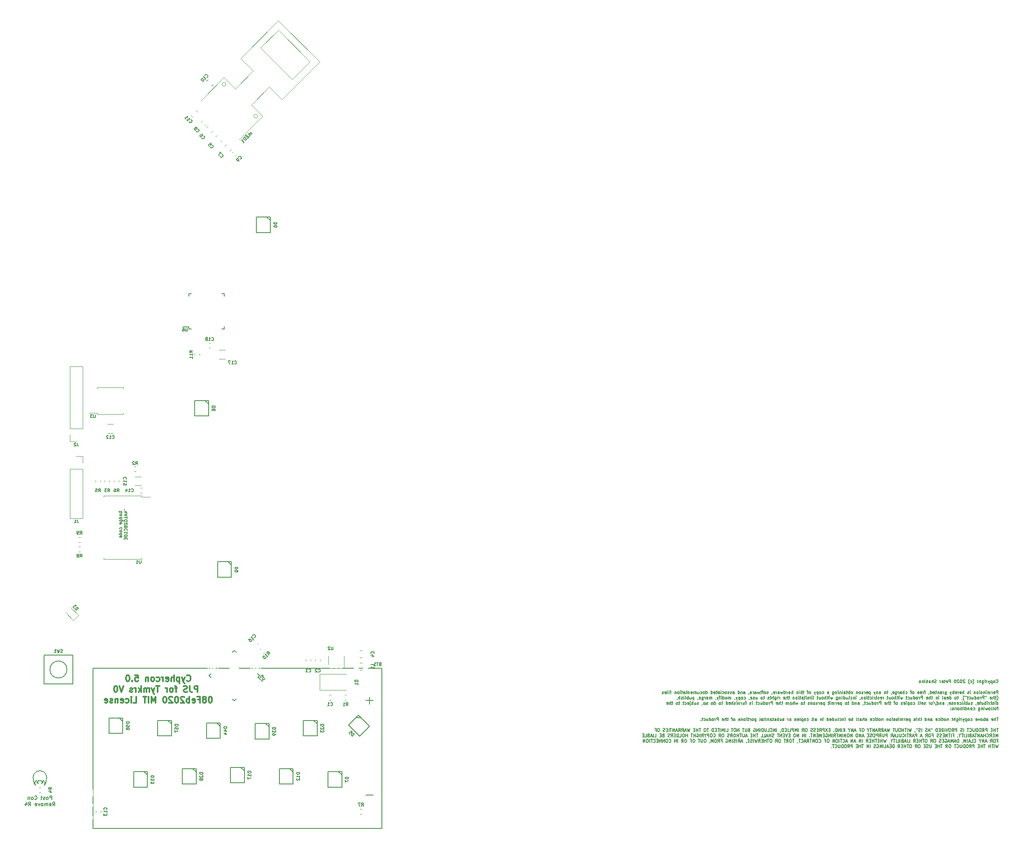
<source format=gbo>
G04 #@! TF.GenerationSoftware,KiCad,Pcbnew,(5.1.5)-3*
G04 #@! TF.CreationDate,2020-02-08T22:35:02-06:00*
G04 #@! TF.ProjectId,tymkrs_Cyphercon_2020_coyote,74796d6b-7273-45f4-9379-70686572636f,V0*
G04 #@! TF.SameCoordinates,Original*
G04 #@! TF.FileFunction,Legend,Bot*
G04 #@! TF.FilePolarity,Positive*
%FSLAX46Y46*%
G04 Gerber Fmt 4.6, Leading zero omitted, Abs format (unit mm)*
G04 Created by KiCad (PCBNEW (5.1.5)-3) date 2020-02-08 22:35:02*
%MOMM*%
%LPD*%
G04 APERTURE LIST*
%ADD10C,0.158750*%
%ADD11C,0.300000*%
%ADD12C,0.190500*%
%ADD13C,0.120000*%
%ADD14C,0.150000*%
%ADD15C,0.180000*%
%ADD16C,0.177800*%
%ADD17C,0.127000*%
%ADD18C,0.100000*%
%ADD19R,1.600800X1.350800*%
%ADD20C,1.574800*%
%ADD21R,1.574800X1.574800*%
%ADD22R,1.550800X0.350800*%
%ADD23R,0.350800X1.550800*%
%ADD24R,3.550801X3.550801*%
%ADD25R,2.650800X1.450800*%
%ADD26C,2.500000*%
%ADD27C,0.685800*%
%ADD28R,0.700800X1.110800*%
%ADD29O,1.750800X1.750800*%
%ADD30R,1.750800X1.750800*%
%ADD31R,0.850800X1.450800*%
%ADD32R,2.550800X1.850800*%
%ADD33C,1.828800*%
%ADD34R,1.828800X1.828800*%
G04 APERTURE END LIST*
D10*
X103236636Y-131989285D02*
X102601636Y-131989285D01*
X102843541Y-131989285D02*
X102813303Y-132049761D01*
X102813303Y-132170714D01*
X102843541Y-132231190D01*
X102873779Y-132261428D01*
X102934255Y-132291666D01*
X103115684Y-132291666D01*
X103176160Y-132261428D01*
X103206398Y-132231190D01*
X103236636Y-132170714D01*
X103236636Y-132049761D01*
X103206398Y-131989285D01*
X103236636Y-132835952D02*
X102904017Y-132835952D01*
X102843541Y-132805714D01*
X102813303Y-132745238D01*
X102813303Y-132624285D01*
X102843541Y-132563809D01*
X103206398Y-132835952D02*
X103236636Y-132775476D01*
X103236636Y-132624285D01*
X103206398Y-132563809D01*
X103145922Y-132533571D01*
X103085446Y-132533571D01*
X103024970Y-132563809D01*
X102994732Y-132624285D01*
X102994732Y-132775476D01*
X102964494Y-132835952D01*
X103236636Y-133410476D02*
X102601636Y-133410476D01*
X103206398Y-133410476D02*
X103236636Y-133350000D01*
X103236636Y-133229047D01*
X103206398Y-133168571D01*
X103176160Y-133138333D01*
X103115684Y-133108095D01*
X102934255Y-133108095D01*
X102873779Y-133138333D01*
X102843541Y-133168571D01*
X102813303Y-133229047D01*
X102813303Y-133350000D01*
X102843541Y-133410476D01*
X102813303Y-133985000D02*
X103327351Y-133985000D01*
X103387827Y-133954761D01*
X103418065Y-133924523D01*
X103448303Y-133864047D01*
X103448303Y-133773333D01*
X103418065Y-133712857D01*
X103206398Y-133985000D02*
X103236636Y-133924523D01*
X103236636Y-133803571D01*
X103206398Y-133743095D01*
X103176160Y-133712857D01*
X103115684Y-133682619D01*
X102934255Y-133682619D01*
X102873779Y-133712857D01*
X102843541Y-133743095D01*
X102813303Y-133803571D01*
X102813303Y-133924523D01*
X102843541Y-133985000D01*
X103206398Y-134529285D02*
X103236636Y-134468809D01*
X103236636Y-134347857D01*
X103206398Y-134287380D01*
X103145922Y-134257142D01*
X102904017Y-134257142D01*
X102843541Y-134287380D01*
X102813303Y-134347857D01*
X102813303Y-134468809D01*
X102843541Y-134529285D01*
X102904017Y-134559523D01*
X102964494Y-134559523D01*
X103024970Y-134257142D01*
X103206398Y-135587619D02*
X103236636Y-135527142D01*
X103236636Y-135406190D01*
X103206398Y-135345714D01*
X103176160Y-135315476D01*
X103115684Y-135285238D01*
X102934255Y-135285238D01*
X102873779Y-135315476D01*
X102843541Y-135345714D01*
X102813303Y-135406190D01*
X102813303Y-135527142D01*
X102843541Y-135587619D01*
X103236636Y-135950476D02*
X103206398Y-135890000D01*
X103176160Y-135859761D01*
X103115684Y-135829523D01*
X102934255Y-135829523D01*
X102873779Y-135859761D01*
X102843541Y-135890000D01*
X102813303Y-135950476D01*
X102813303Y-136041190D01*
X102843541Y-136101666D01*
X102873779Y-136131904D01*
X102934255Y-136162142D01*
X103115684Y-136162142D01*
X103176160Y-136131904D01*
X103206398Y-136101666D01*
X103236636Y-136041190D01*
X103236636Y-135950476D01*
X103236636Y-136706428D02*
X102601636Y-136706428D01*
X103206398Y-136706428D02*
X103236636Y-136645952D01*
X103236636Y-136525000D01*
X103206398Y-136464523D01*
X103176160Y-136434285D01*
X103115684Y-136404047D01*
X102934255Y-136404047D01*
X102873779Y-136434285D01*
X102843541Y-136464523D01*
X102813303Y-136525000D01*
X102813303Y-136645952D01*
X102843541Y-136706428D01*
X103206398Y-137250714D02*
X103236636Y-137190238D01*
X103236636Y-137069285D01*
X103206398Y-137008809D01*
X103145922Y-136978571D01*
X102904017Y-136978571D01*
X102843541Y-137008809D01*
X102813303Y-137069285D01*
X102813303Y-137190238D01*
X102843541Y-137250714D01*
X102904017Y-137280952D01*
X102964494Y-137280952D01*
X103024970Y-136978571D01*
X103773363Y-131490357D02*
X103682648Y-131611309D01*
X103773363Y-131732261D01*
X103924553Y-132216071D02*
X104347886Y-132216071D01*
X103682648Y-132064880D02*
X104136220Y-131913690D01*
X104136220Y-132306785D01*
X104166458Y-132518452D02*
X104166458Y-132820833D01*
X104347886Y-132457976D02*
X103712886Y-132669642D01*
X104347886Y-132881309D01*
X104347886Y-133425595D02*
X104347886Y-133062738D01*
X104347886Y-133244166D02*
X103712886Y-133244166D01*
X103803601Y-133183690D01*
X103864077Y-133123214D01*
X103894315Y-133062738D01*
X103712886Y-133818690D02*
X103712886Y-133879166D01*
X103743125Y-133939642D01*
X103773363Y-133969880D01*
X103833839Y-134000119D01*
X103954791Y-134030357D01*
X104105982Y-134030357D01*
X104226934Y-134000119D01*
X104287410Y-133969880D01*
X104317648Y-133939642D01*
X104347886Y-133879166D01*
X104347886Y-133818690D01*
X104317648Y-133758214D01*
X104287410Y-133727976D01*
X104226934Y-133697738D01*
X104105982Y-133667500D01*
X103954791Y-133667500D01*
X103833839Y-133697738D01*
X103773363Y-133727976D01*
X103743125Y-133758214D01*
X103712886Y-133818690D01*
X103773363Y-134272261D02*
X103743125Y-134302500D01*
X103712886Y-134362976D01*
X103712886Y-134514166D01*
X103743125Y-134574642D01*
X103773363Y-134604880D01*
X103833839Y-134635119D01*
X103894315Y-134635119D01*
X103985029Y-134604880D01*
X104347886Y-134242023D01*
X104347886Y-134635119D01*
X104015267Y-135118928D02*
X104045505Y-135209642D01*
X104075744Y-135239880D01*
X104136220Y-135270119D01*
X104226934Y-135270119D01*
X104287410Y-135239880D01*
X104317648Y-135209642D01*
X104347886Y-135149166D01*
X104347886Y-134907261D01*
X103712886Y-134907261D01*
X103712886Y-135118928D01*
X103743125Y-135179404D01*
X103773363Y-135209642D01*
X103833839Y-135239880D01*
X103894315Y-135239880D01*
X103954791Y-135209642D01*
X103985029Y-135179404D01*
X104015267Y-135118928D01*
X104015267Y-134907261D01*
X104287410Y-135905119D02*
X104317648Y-135874880D01*
X104347886Y-135784166D01*
X104347886Y-135723690D01*
X104317648Y-135632976D01*
X104257172Y-135572500D01*
X104196696Y-135542261D01*
X104075744Y-135512023D01*
X103985029Y-135512023D01*
X103864077Y-135542261D01*
X103803601Y-135572500D01*
X103743125Y-135632976D01*
X103712886Y-135723690D01*
X103712886Y-135784166D01*
X103743125Y-135874880D01*
X103773363Y-135905119D01*
X104347886Y-136509880D02*
X104347886Y-136147023D01*
X104347886Y-136328452D02*
X103712886Y-136328452D01*
X103803601Y-136267976D01*
X103864077Y-136207500D01*
X103894315Y-136147023D01*
X103712886Y-136902976D02*
X103712886Y-136963452D01*
X103743125Y-137023928D01*
X103773363Y-137054166D01*
X103833839Y-137084404D01*
X103954791Y-137114642D01*
X104105982Y-137114642D01*
X104226934Y-137084404D01*
X104287410Y-137054166D01*
X104317648Y-137023928D01*
X104347886Y-136963452D01*
X104347886Y-136902976D01*
X104317648Y-136842500D01*
X104287410Y-136812261D01*
X104226934Y-136782023D01*
X104105982Y-136751785D01*
X103954791Y-136751785D01*
X103833839Y-136782023D01*
X103773363Y-136812261D01*
X103743125Y-136842500D01*
X103712886Y-136902976D01*
X104015267Y-137386785D02*
X104015267Y-137598452D01*
X104347886Y-137689166D02*
X104347886Y-137386785D01*
X103712886Y-137386785D01*
X103712886Y-137689166D01*
X283100764Y-167152410D02*
X283131002Y-167182648D01*
X283221717Y-167212886D01*
X283282193Y-167212886D01*
X283372907Y-167182648D01*
X283433383Y-167122172D01*
X283463622Y-167061696D01*
X283493860Y-166940744D01*
X283493860Y-166850029D01*
X283463622Y-166729077D01*
X283433383Y-166668601D01*
X283372907Y-166608125D01*
X283282193Y-166577886D01*
X283221717Y-166577886D01*
X283131002Y-166608125D01*
X283100764Y-166638363D01*
X282737907Y-167212886D02*
X282798383Y-167182648D01*
X282828622Y-167152410D01*
X282858860Y-167091934D01*
X282858860Y-166910505D01*
X282828622Y-166850029D01*
X282798383Y-166819791D01*
X282737907Y-166789553D01*
X282647193Y-166789553D01*
X282586717Y-166819791D01*
X282556479Y-166850029D01*
X282526241Y-166910505D01*
X282526241Y-167091934D01*
X282556479Y-167152410D01*
X282586717Y-167182648D01*
X282647193Y-167212886D01*
X282737907Y-167212886D01*
X282254098Y-166789553D02*
X282254098Y-167424553D01*
X282254098Y-166819791D02*
X282193622Y-166789553D01*
X282072669Y-166789553D01*
X282012193Y-166819791D01*
X281981955Y-166850029D01*
X281951717Y-166910505D01*
X281951717Y-167091934D01*
X281981955Y-167152410D01*
X282012193Y-167182648D01*
X282072669Y-167212886D01*
X282193622Y-167212886D01*
X282254098Y-167182648D01*
X281740050Y-166789553D02*
X281588860Y-167212886D01*
X281437669Y-166789553D02*
X281588860Y-167212886D01*
X281649336Y-167364077D01*
X281679574Y-167394315D01*
X281740050Y-167424553D01*
X281195764Y-167212886D02*
X281195764Y-166789553D01*
X281195764Y-166910505D02*
X281165526Y-166850029D01*
X281135288Y-166819791D01*
X281074812Y-166789553D01*
X281014336Y-166789553D01*
X280802669Y-167212886D02*
X280802669Y-166789553D01*
X280802669Y-166577886D02*
X280832907Y-166608125D01*
X280802669Y-166638363D01*
X280772431Y-166608125D01*
X280802669Y-166577886D01*
X280802669Y-166638363D01*
X280228145Y-166789553D02*
X280228145Y-167303601D01*
X280258383Y-167364077D01*
X280288622Y-167394315D01*
X280349098Y-167424553D01*
X280439812Y-167424553D01*
X280500288Y-167394315D01*
X280228145Y-167182648D02*
X280288622Y-167212886D01*
X280409574Y-167212886D01*
X280470050Y-167182648D01*
X280500288Y-167152410D01*
X280530526Y-167091934D01*
X280530526Y-166910505D01*
X280500288Y-166850029D01*
X280470050Y-166819791D01*
X280409574Y-166789553D01*
X280288622Y-166789553D01*
X280228145Y-166819791D01*
X279925764Y-167212886D02*
X279925764Y-166577886D01*
X279653622Y-167212886D02*
X279653622Y-166880267D01*
X279683860Y-166819791D01*
X279744336Y-166789553D01*
X279835050Y-166789553D01*
X279895526Y-166819791D01*
X279925764Y-166850029D01*
X279441955Y-166789553D02*
X279200050Y-166789553D01*
X279351241Y-166577886D02*
X279351241Y-167122172D01*
X279321002Y-167182648D01*
X279260526Y-167212886D01*
X279200050Y-167212886D01*
X278323145Y-167454791D02*
X278353383Y-167424553D01*
X278413860Y-167333839D01*
X278444098Y-167273363D01*
X278474336Y-167182648D01*
X278504574Y-167031458D01*
X278504574Y-166910505D01*
X278474336Y-166759315D01*
X278444098Y-166668601D01*
X278413860Y-166608125D01*
X278353383Y-166517410D01*
X278323145Y-166487172D01*
X277809098Y-167182648D02*
X277869574Y-167212886D01*
X277990526Y-167212886D01*
X278051002Y-167182648D01*
X278081241Y-167152410D01*
X278111479Y-167091934D01*
X278111479Y-166910505D01*
X278081241Y-166850029D01*
X278051002Y-166819791D01*
X277990526Y-166789553D01*
X277869574Y-166789553D01*
X277809098Y-166819791D01*
X277597431Y-167454791D02*
X277567193Y-167424553D01*
X277506717Y-167333839D01*
X277476479Y-167273363D01*
X277446241Y-167182648D01*
X277416002Y-167031458D01*
X277416002Y-166910505D01*
X277446241Y-166759315D01*
X277476479Y-166668601D01*
X277506717Y-166608125D01*
X277567193Y-166517410D01*
X277597431Y-166487172D01*
X276660050Y-166638363D02*
X276629812Y-166608125D01*
X276569336Y-166577886D01*
X276418145Y-166577886D01*
X276357669Y-166608125D01*
X276327431Y-166638363D01*
X276297193Y-166698839D01*
X276297193Y-166759315D01*
X276327431Y-166850029D01*
X276690288Y-167212886D01*
X276297193Y-167212886D01*
X275904098Y-166577886D02*
X275843622Y-166577886D01*
X275783145Y-166608125D01*
X275752907Y-166638363D01*
X275722669Y-166698839D01*
X275692431Y-166819791D01*
X275692431Y-166970982D01*
X275722669Y-167091934D01*
X275752907Y-167152410D01*
X275783145Y-167182648D01*
X275843622Y-167212886D01*
X275904098Y-167212886D01*
X275964574Y-167182648D01*
X275994812Y-167152410D01*
X276025050Y-167091934D01*
X276055288Y-166970982D01*
X276055288Y-166819791D01*
X276025050Y-166698839D01*
X275994812Y-166638363D01*
X275964574Y-166608125D01*
X275904098Y-166577886D01*
X275450526Y-166638363D02*
X275420288Y-166608125D01*
X275359812Y-166577886D01*
X275208622Y-166577886D01*
X275148145Y-166608125D01*
X275117907Y-166638363D01*
X275087669Y-166698839D01*
X275087669Y-166759315D01*
X275117907Y-166850029D01*
X275480764Y-167212886D01*
X275087669Y-167212886D01*
X274694574Y-166577886D02*
X274634098Y-166577886D01*
X274573622Y-166608125D01*
X274543383Y-166638363D01*
X274513145Y-166698839D01*
X274482907Y-166819791D01*
X274482907Y-166970982D01*
X274513145Y-167091934D01*
X274543383Y-167152410D01*
X274573622Y-167182648D01*
X274634098Y-167212886D01*
X274694574Y-167212886D01*
X274755050Y-167182648D01*
X274785288Y-167152410D01*
X274815526Y-167091934D01*
X274845764Y-166970982D01*
X274845764Y-166819791D01*
X274815526Y-166698839D01*
X274785288Y-166638363D01*
X274755050Y-166608125D01*
X274694574Y-166577886D01*
X273726955Y-167212886D02*
X273726955Y-166577886D01*
X273485050Y-166577886D01*
X273424574Y-166608125D01*
X273394336Y-166638363D01*
X273364098Y-166698839D01*
X273364098Y-166789553D01*
X273394336Y-166850029D01*
X273424574Y-166880267D01*
X273485050Y-166910505D01*
X273726955Y-166910505D01*
X272850050Y-167182648D02*
X272910526Y-167212886D01*
X273031479Y-167212886D01*
X273091955Y-167182648D01*
X273122193Y-167122172D01*
X273122193Y-166880267D01*
X273091955Y-166819791D01*
X273031479Y-166789553D01*
X272910526Y-166789553D01*
X272850050Y-166819791D01*
X272819812Y-166880267D01*
X272819812Y-166940744D01*
X273122193Y-167001220D01*
X272638383Y-166789553D02*
X272396479Y-166789553D01*
X272547669Y-166577886D02*
X272547669Y-167122172D01*
X272517431Y-167182648D01*
X272456955Y-167212886D01*
X272396479Y-167212886D01*
X271942907Y-167182648D02*
X272003383Y-167212886D01*
X272124336Y-167212886D01*
X272184812Y-167182648D01*
X272215050Y-167122172D01*
X272215050Y-166880267D01*
X272184812Y-166819791D01*
X272124336Y-166789553D01*
X272003383Y-166789553D01*
X271942907Y-166819791D01*
X271912669Y-166880267D01*
X271912669Y-166940744D01*
X272215050Y-167001220D01*
X271640526Y-167212886D02*
X271640526Y-166789553D01*
X271640526Y-166910505D02*
X271610288Y-166850029D01*
X271580050Y-166819791D01*
X271519574Y-166789553D01*
X271459098Y-166789553D01*
X270793860Y-167182648D02*
X270703145Y-167212886D01*
X270551955Y-167212886D01*
X270491479Y-167182648D01*
X270461241Y-167152410D01*
X270431002Y-167091934D01*
X270431002Y-167031458D01*
X270461241Y-166970982D01*
X270491479Y-166940744D01*
X270551955Y-166910505D01*
X270672907Y-166880267D01*
X270733383Y-166850029D01*
X270763622Y-166819791D01*
X270793860Y-166759315D01*
X270793860Y-166698839D01*
X270763622Y-166638363D01*
X270733383Y-166608125D01*
X270672907Y-166577886D01*
X270521717Y-166577886D01*
X270431002Y-166608125D01*
X270158860Y-167212886D02*
X270158860Y-166577886D01*
X269886717Y-167212886D02*
X269886717Y-166880267D01*
X269916955Y-166819791D01*
X269977431Y-166789553D01*
X270068145Y-166789553D01*
X270128622Y-166819791D01*
X270158860Y-166850029D01*
X269312193Y-167212886D02*
X269312193Y-166880267D01*
X269342431Y-166819791D01*
X269402907Y-166789553D01*
X269523860Y-166789553D01*
X269584336Y-166819791D01*
X269312193Y-167182648D02*
X269372669Y-167212886D01*
X269523860Y-167212886D01*
X269584336Y-167182648D01*
X269614574Y-167122172D01*
X269614574Y-167061696D01*
X269584336Y-167001220D01*
X269523860Y-166970982D01*
X269372669Y-166970982D01*
X269312193Y-166940744D01*
X269009812Y-167212886D02*
X269009812Y-166577886D01*
X269009812Y-166819791D02*
X268949336Y-166789553D01*
X268828383Y-166789553D01*
X268767907Y-166819791D01*
X268737669Y-166850029D01*
X268707431Y-166910505D01*
X268707431Y-167091934D01*
X268737669Y-167152410D01*
X268767907Y-167182648D01*
X268828383Y-167212886D01*
X268949336Y-167212886D01*
X269009812Y-167182648D01*
X268435288Y-167212886D02*
X268435288Y-166789553D01*
X268435288Y-166577886D02*
X268465526Y-166608125D01*
X268435288Y-166638363D01*
X268405050Y-166608125D01*
X268435288Y-166577886D01*
X268435288Y-166638363D01*
X268132907Y-166789553D02*
X268132907Y-167212886D01*
X268132907Y-166850029D02*
X268102669Y-166819791D01*
X268042193Y-166789553D01*
X267951479Y-166789553D01*
X267891002Y-166819791D01*
X267860764Y-166880267D01*
X267860764Y-167212886D01*
X267467669Y-167212886D02*
X267528145Y-167182648D01*
X267558383Y-167152410D01*
X267588622Y-167091934D01*
X267588622Y-166910505D01*
X267558383Y-166850029D01*
X267528145Y-166819791D01*
X267467669Y-166789553D01*
X267376955Y-166789553D01*
X267316479Y-166819791D01*
X267286241Y-166850029D01*
X267256002Y-166910505D01*
X267256002Y-167091934D01*
X267286241Y-167152410D01*
X267316479Y-167182648D01*
X267376955Y-167212886D01*
X267467669Y-167212886D01*
X283463622Y-169435386D02*
X283463622Y-168800386D01*
X283221717Y-168800386D01*
X283161241Y-168830625D01*
X283131002Y-168860863D01*
X283100764Y-168921339D01*
X283100764Y-169012053D01*
X283131002Y-169072529D01*
X283161241Y-169102767D01*
X283221717Y-169133005D01*
X283463622Y-169133005D01*
X282586717Y-169405148D02*
X282647193Y-169435386D01*
X282768145Y-169435386D01*
X282828622Y-169405148D01*
X282858860Y-169344672D01*
X282858860Y-169102767D01*
X282828622Y-169042291D01*
X282768145Y-169012053D01*
X282647193Y-169012053D01*
X282586717Y-169042291D01*
X282556479Y-169102767D01*
X282556479Y-169163244D01*
X282858860Y-169223720D01*
X282284336Y-169435386D02*
X282284336Y-169012053D01*
X282284336Y-169133005D02*
X282254098Y-169072529D01*
X282223860Y-169042291D01*
X282163383Y-169012053D01*
X282102907Y-169012053D01*
X281891241Y-169435386D02*
X281891241Y-169012053D01*
X281891241Y-169072529D02*
X281861002Y-169042291D01*
X281800526Y-169012053D01*
X281709812Y-169012053D01*
X281649336Y-169042291D01*
X281619098Y-169102767D01*
X281619098Y-169435386D01*
X281619098Y-169102767D02*
X281588860Y-169042291D01*
X281528383Y-169012053D01*
X281437669Y-169012053D01*
X281377193Y-169042291D01*
X281346955Y-169102767D01*
X281346955Y-169435386D01*
X281044574Y-169435386D02*
X281044574Y-169012053D01*
X281044574Y-168800386D02*
X281074812Y-168830625D01*
X281044574Y-168860863D01*
X281014336Y-168830625D01*
X281044574Y-168800386D01*
X281044574Y-168860863D01*
X280772431Y-169405148D02*
X280711955Y-169435386D01*
X280591002Y-169435386D01*
X280530526Y-169405148D01*
X280500288Y-169344672D01*
X280500288Y-169314434D01*
X280530526Y-169253958D01*
X280591002Y-169223720D01*
X280681717Y-169223720D01*
X280742193Y-169193482D01*
X280772431Y-169133005D01*
X280772431Y-169102767D01*
X280742193Y-169042291D01*
X280681717Y-169012053D01*
X280591002Y-169012053D01*
X280530526Y-169042291D01*
X280258383Y-169405148D02*
X280197907Y-169435386D01*
X280076955Y-169435386D01*
X280016479Y-169405148D01*
X279986241Y-169344672D01*
X279986241Y-169314434D01*
X280016479Y-169253958D01*
X280076955Y-169223720D01*
X280167669Y-169223720D01*
X280228145Y-169193482D01*
X280258383Y-169133005D01*
X280258383Y-169102767D01*
X280228145Y-169042291D01*
X280167669Y-169012053D01*
X280076955Y-169012053D01*
X280016479Y-169042291D01*
X279714098Y-169435386D02*
X279714098Y-169012053D01*
X279714098Y-168800386D02*
X279744336Y-168830625D01*
X279714098Y-168860863D01*
X279683860Y-168830625D01*
X279714098Y-168800386D01*
X279714098Y-168860863D01*
X279321002Y-169435386D02*
X279381479Y-169405148D01*
X279411717Y-169374910D01*
X279441955Y-169314434D01*
X279441955Y-169133005D01*
X279411717Y-169072529D01*
X279381479Y-169042291D01*
X279321002Y-169012053D01*
X279230288Y-169012053D01*
X279169812Y-169042291D01*
X279139574Y-169072529D01*
X279109336Y-169133005D01*
X279109336Y-169314434D01*
X279139574Y-169374910D01*
X279169812Y-169405148D01*
X279230288Y-169435386D01*
X279321002Y-169435386D01*
X278837193Y-169012053D02*
X278837193Y-169435386D01*
X278837193Y-169072529D02*
X278806955Y-169042291D01*
X278746479Y-169012053D01*
X278655764Y-169012053D01*
X278595288Y-169042291D01*
X278565050Y-169102767D01*
X278565050Y-169435386D01*
X277778860Y-169435386D02*
X277778860Y-169012053D01*
X277778860Y-168800386D02*
X277809098Y-168830625D01*
X277778860Y-168860863D01*
X277748622Y-168830625D01*
X277778860Y-168800386D01*
X277778860Y-168860863D01*
X277506717Y-169405148D02*
X277446241Y-169435386D01*
X277325288Y-169435386D01*
X277264812Y-169405148D01*
X277234574Y-169344672D01*
X277234574Y-169314434D01*
X277264812Y-169253958D01*
X277325288Y-169223720D01*
X277416002Y-169223720D01*
X277476479Y-169193482D01*
X277506717Y-169133005D01*
X277506717Y-169102767D01*
X277476479Y-169042291D01*
X277416002Y-169012053D01*
X277325288Y-169012053D01*
X277264812Y-169042291D01*
X276478622Y-169435386D02*
X276478622Y-168800386D01*
X276206479Y-169435386D02*
X276206479Y-169102767D01*
X276236717Y-169042291D01*
X276297193Y-169012053D01*
X276387907Y-169012053D01*
X276448383Y-169042291D01*
X276478622Y-169072529D01*
X275662193Y-169405148D02*
X275722669Y-169435386D01*
X275843622Y-169435386D01*
X275904098Y-169405148D01*
X275934336Y-169344672D01*
X275934336Y-169102767D01*
X275904098Y-169042291D01*
X275843622Y-169012053D01*
X275722669Y-169012053D01*
X275662193Y-169042291D01*
X275631955Y-169102767D01*
X275631955Y-169163244D01*
X275934336Y-169223720D01*
X275359812Y-169435386D02*
X275359812Y-169012053D01*
X275359812Y-169133005D02*
X275329574Y-169072529D01*
X275299336Y-169042291D01*
X275238860Y-169012053D01*
X275178383Y-169012053D01*
X274724812Y-169405148D02*
X274785288Y-169435386D01*
X274906241Y-169435386D01*
X274966717Y-169405148D01*
X274996955Y-169344672D01*
X274996955Y-169102767D01*
X274966717Y-169042291D01*
X274906241Y-169012053D01*
X274785288Y-169012053D01*
X274724812Y-169042291D01*
X274694574Y-169102767D01*
X274694574Y-169163244D01*
X274996955Y-169223720D01*
X274422431Y-169435386D02*
X274422431Y-168800386D01*
X274422431Y-169042291D02*
X274361955Y-169012053D01*
X274241002Y-169012053D01*
X274180526Y-169042291D01*
X274150288Y-169072529D01*
X274120050Y-169133005D01*
X274120050Y-169314434D01*
X274150288Y-169374910D01*
X274180526Y-169405148D01*
X274241002Y-169435386D01*
X274361955Y-169435386D01*
X274422431Y-169405148D01*
X273908383Y-169012053D02*
X273757193Y-169435386D01*
X273606002Y-169012053D02*
X273757193Y-169435386D01*
X273817669Y-169586577D01*
X273847907Y-169616815D01*
X273908383Y-169647053D01*
X272608145Y-169012053D02*
X272608145Y-169526101D01*
X272638383Y-169586577D01*
X272668622Y-169616815D01*
X272729098Y-169647053D01*
X272819812Y-169647053D01*
X272880288Y-169616815D01*
X272608145Y-169405148D02*
X272668622Y-169435386D01*
X272789574Y-169435386D01*
X272850050Y-169405148D01*
X272880288Y-169374910D01*
X272910526Y-169314434D01*
X272910526Y-169133005D01*
X272880288Y-169072529D01*
X272850050Y-169042291D01*
X272789574Y-169012053D01*
X272668622Y-169012053D01*
X272608145Y-169042291D01*
X272305764Y-169435386D02*
X272305764Y-169012053D01*
X272305764Y-169133005D02*
X272275526Y-169072529D01*
X272245288Y-169042291D01*
X272184812Y-169012053D01*
X272124336Y-169012053D01*
X271640526Y-169435386D02*
X271640526Y-169102767D01*
X271670764Y-169042291D01*
X271731241Y-169012053D01*
X271852193Y-169012053D01*
X271912669Y-169042291D01*
X271640526Y-169405148D02*
X271701002Y-169435386D01*
X271852193Y-169435386D01*
X271912669Y-169405148D01*
X271942907Y-169344672D01*
X271942907Y-169284196D01*
X271912669Y-169223720D01*
X271852193Y-169193482D01*
X271701002Y-169193482D01*
X271640526Y-169163244D01*
X271338145Y-169012053D02*
X271338145Y-169435386D01*
X271338145Y-169072529D02*
X271307907Y-169042291D01*
X271247431Y-169012053D01*
X271156717Y-169012053D01*
X271096241Y-169042291D01*
X271066002Y-169102767D01*
X271066002Y-169435386D01*
X270854336Y-169012053D02*
X270612431Y-169012053D01*
X270763622Y-168800386D02*
X270763622Y-169344672D01*
X270733383Y-169405148D01*
X270672907Y-169435386D01*
X270612431Y-169435386D01*
X270158860Y-169405148D02*
X270219336Y-169435386D01*
X270340288Y-169435386D01*
X270400764Y-169405148D01*
X270431002Y-169344672D01*
X270431002Y-169102767D01*
X270400764Y-169042291D01*
X270340288Y-169012053D01*
X270219336Y-169012053D01*
X270158860Y-169042291D01*
X270128622Y-169102767D01*
X270128622Y-169163244D01*
X270431002Y-169223720D01*
X269584336Y-169435386D02*
X269584336Y-168800386D01*
X269584336Y-169405148D02*
X269644812Y-169435386D01*
X269765764Y-169435386D01*
X269826241Y-169405148D01*
X269856479Y-169374910D01*
X269886717Y-169314434D01*
X269886717Y-169133005D01*
X269856479Y-169072529D01*
X269826241Y-169042291D01*
X269765764Y-169012053D01*
X269644812Y-169012053D01*
X269584336Y-169042291D01*
X269251717Y-169405148D02*
X269251717Y-169435386D01*
X269281955Y-169495863D01*
X269312193Y-169526101D01*
X268586479Y-169012053D02*
X268344574Y-169012053D01*
X268495764Y-169435386D02*
X268495764Y-168891101D01*
X268465526Y-168830625D01*
X268405050Y-168800386D01*
X268344574Y-168800386D01*
X268132907Y-169435386D02*
X268132907Y-169012053D01*
X268132907Y-169133005D02*
X268102669Y-169072529D01*
X268072431Y-169042291D01*
X268011955Y-169012053D01*
X267951479Y-169012053D01*
X267497907Y-169405148D02*
X267558383Y-169435386D01*
X267679336Y-169435386D01*
X267739812Y-169405148D01*
X267770050Y-169344672D01*
X267770050Y-169102767D01*
X267739812Y-169042291D01*
X267679336Y-169012053D01*
X267558383Y-169012053D01*
X267497907Y-169042291D01*
X267467669Y-169102767D01*
X267467669Y-169163244D01*
X267770050Y-169223720D01*
X266953622Y-169405148D02*
X267014098Y-169435386D01*
X267135050Y-169435386D01*
X267195526Y-169405148D01*
X267225764Y-169344672D01*
X267225764Y-169102767D01*
X267195526Y-169042291D01*
X267135050Y-169012053D01*
X267014098Y-169012053D01*
X266953622Y-169042291D01*
X266923383Y-169102767D01*
X266923383Y-169163244D01*
X267225764Y-169223720D01*
X266076717Y-169435386D02*
X266137193Y-169405148D01*
X266167431Y-169374910D01*
X266197669Y-169314434D01*
X266197669Y-169133005D01*
X266167431Y-169072529D01*
X266137193Y-169042291D01*
X266076717Y-169012053D01*
X265986002Y-169012053D01*
X265925526Y-169042291D01*
X265895288Y-169072529D01*
X265865050Y-169133005D01*
X265865050Y-169314434D01*
X265895288Y-169374910D01*
X265925526Y-169405148D01*
X265986002Y-169435386D01*
X266076717Y-169435386D01*
X265683622Y-169012053D02*
X265441717Y-169012053D01*
X265592907Y-169435386D02*
X265592907Y-168891101D01*
X265562669Y-168830625D01*
X265502193Y-168800386D01*
X265441717Y-168800386D01*
X264474098Y-169405148D02*
X264534574Y-169435386D01*
X264655526Y-169435386D01*
X264716002Y-169405148D01*
X264746241Y-169374910D01*
X264776479Y-169314434D01*
X264776479Y-169133005D01*
X264746241Y-169072529D01*
X264716002Y-169042291D01*
X264655526Y-169012053D01*
X264534574Y-169012053D01*
X264474098Y-169042291D01*
X264201955Y-169435386D02*
X264201955Y-168800386D01*
X263929812Y-169435386D02*
X263929812Y-169102767D01*
X263960050Y-169042291D01*
X264020526Y-169012053D01*
X264111241Y-169012053D01*
X264171717Y-169042291D01*
X264201955Y-169072529D01*
X263355288Y-169435386D02*
X263355288Y-169102767D01*
X263385526Y-169042291D01*
X263446002Y-169012053D01*
X263566955Y-169012053D01*
X263627431Y-169042291D01*
X263355288Y-169405148D02*
X263415764Y-169435386D01*
X263566955Y-169435386D01*
X263627431Y-169405148D01*
X263657669Y-169344672D01*
X263657669Y-169284196D01*
X263627431Y-169223720D01*
X263566955Y-169193482D01*
X263415764Y-169193482D01*
X263355288Y-169163244D01*
X263052907Y-169435386D02*
X263052907Y-169012053D01*
X263052907Y-169133005D02*
X263022669Y-169072529D01*
X262992431Y-169042291D01*
X262931955Y-169012053D01*
X262871479Y-169012053D01*
X262387669Y-169012053D02*
X262387669Y-169526101D01*
X262417907Y-169586577D01*
X262448145Y-169616815D01*
X262508622Y-169647053D01*
X262599336Y-169647053D01*
X262659812Y-169616815D01*
X262387669Y-169405148D02*
X262448145Y-169435386D01*
X262569098Y-169435386D01*
X262629574Y-169405148D01*
X262659812Y-169374910D01*
X262690050Y-169314434D01*
X262690050Y-169133005D01*
X262659812Y-169072529D01*
X262629574Y-169042291D01*
X262569098Y-169012053D01*
X262448145Y-169012053D01*
X262387669Y-169042291D01*
X261843383Y-169405148D02*
X261903860Y-169435386D01*
X262024812Y-169435386D01*
X262085288Y-169405148D01*
X262115526Y-169344672D01*
X262115526Y-169102767D01*
X262085288Y-169042291D01*
X262024812Y-169012053D01*
X261903860Y-169012053D01*
X261843383Y-169042291D01*
X261813145Y-169102767D01*
X261813145Y-169163244D01*
X262115526Y-169223720D01*
X261510764Y-169405148D02*
X261510764Y-169435386D01*
X261541002Y-169495863D01*
X261571241Y-169526101D01*
X260845526Y-169012053D02*
X260603622Y-169012053D01*
X260754812Y-168800386D02*
X260754812Y-169344672D01*
X260724574Y-169405148D01*
X260664098Y-169435386D01*
X260603622Y-169435386D01*
X260301241Y-169435386D02*
X260361717Y-169405148D01*
X260391955Y-169374910D01*
X260422193Y-169314434D01*
X260422193Y-169133005D01*
X260391955Y-169072529D01*
X260361717Y-169042291D01*
X260301241Y-169012053D01*
X260210526Y-169012053D01*
X260150050Y-169042291D01*
X260119812Y-169072529D01*
X260089574Y-169133005D01*
X260089574Y-169314434D01*
X260119812Y-169374910D01*
X260150050Y-169405148D01*
X260210526Y-169435386D01*
X260301241Y-169435386D01*
X259061479Y-169435386D02*
X259061479Y-169102767D01*
X259091717Y-169042291D01*
X259152193Y-169012053D01*
X259273145Y-169012053D01*
X259333622Y-169042291D01*
X259061479Y-169405148D02*
X259121955Y-169435386D01*
X259273145Y-169435386D01*
X259333622Y-169405148D01*
X259363860Y-169344672D01*
X259363860Y-169284196D01*
X259333622Y-169223720D01*
X259273145Y-169193482D01*
X259121955Y-169193482D01*
X259061479Y-169163244D01*
X258759098Y-169012053D02*
X258759098Y-169435386D01*
X258759098Y-169072529D02*
X258728860Y-169042291D01*
X258668383Y-169012053D01*
X258577669Y-169012053D01*
X258517193Y-169042291D01*
X258486955Y-169102767D01*
X258486955Y-169435386D01*
X258245050Y-169012053D02*
X258093860Y-169435386D01*
X257942669Y-169012053D02*
X258093860Y-169435386D01*
X258154336Y-169586577D01*
X258184574Y-169616815D01*
X258245050Y-169647053D01*
X257216955Y-169012053D02*
X257216955Y-169647053D01*
X257216955Y-169042291D02*
X257156479Y-169012053D01*
X257035526Y-169012053D01*
X256975050Y-169042291D01*
X256944812Y-169072529D01*
X256914574Y-169133005D01*
X256914574Y-169314434D01*
X256944812Y-169374910D01*
X256975050Y-169405148D01*
X257035526Y-169435386D01*
X257156479Y-169435386D01*
X257216955Y-169405148D01*
X256400526Y-169405148D02*
X256461002Y-169435386D01*
X256581955Y-169435386D01*
X256642431Y-169405148D01*
X256672669Y-169344672D01*
X256672669Y-169102767D01*
X256642431Y-169042291D01*
X256581955Y-169012053D01*
X256461002Y-169012053D01*
X256400526Y-169042291D01*
X256370288Y-169102767D01*
X256370288Y-169163244D01*
X256672669Y-169223720D01*
X256098145Y-169435386D02*
X256098145Y-169012053D01*
X256098145Y-169133005D02*
X256067907Y-169072529D01*
X256037669Y-169042291D01*
X255977193Y-169012053D01*
X255916717Y-169012053D01*
X255735288Y-169405148D02*
X255674812Y-169435386D01*
X255553860Y-169435386D01*
X255493383Y-169405148D01*
X255463145Y-169344672D01*
X255463145Y-169314434D01*
X255493383Y-169253958D01*
X255553860Y-169223720D01*
X255644574Y-169223720D01*
X255705050Y-169193482D01*
X255735288Y-169133005D01*
X255735288Y-169102767D01*
X255705050Y-169042291D01*
X255644574Y-169012053D01*
X255553860Y-169012053D01*
X255493383Y-169042291D01*
X255100288Y-169435386D02*
X255160764Y-169405148D01*
X255191002Y-169374910D01*
X255221241Y-169314434D01*
X255221241Y-169133005D01*
X255191002Y-169072529D01*
X255160764Y-169042291D01*
X255100288Y-169012053D01*
X255009574Y-169012053D01*
X254949098Y-169042291D01*
X254918860Y-169072529D01*
X254888622Y-169133005D01*
X254888622Y-169314434D01*
X254918860Y-169374910D01*
X254949098Y-169405148D01*
X255009574Y-169435386D01*
X255100288Y-169435386D01*
X254616479Y-169012053D02*
X254616479Y-169435386D01*
X254616479Y-169072529D02*
X254586241Y-169042291D01*
X254525764Y-169012053D01*
X254435050Y-169012053D01*
X254374574Y-169042291D01*
X254344336Y-169102767D01*
X254344336Y-169435386D01*
X253467431Y-169435386D02*
X253527907Y-169405148D01*
X253558145Y-169374910D01*
X253588383Y-169314434D01*
X253588383Y-169133005D01*
X253558145Y-169072529D01*
X253527907Y-169042291D01*
X253467431Y-169012053D01*
X253376717Y-169012053D01*
X253316241Y-169042291D01*
X253286002Y-169072529D01*
X253255764Y-169133005D01*
X253255764Y-169314434D01*
X253286002Y-169374910D01*
X253316241Y-169405148D01*
X253376717Y-169435386D01*
X253467431Y-169435386D01*
X252983622Y-169435386D02*
X252983622Y-168800386D01*
X252983622Y-169042291D02*
X252923145Y-169012053D01*
X252802193Y-169012053D01*
X252741717Y-169042291D01*
X252711479Y-169072529D01*
X252681241Y-169133005D01*
X252681241Y-169314434D01*
X252711479Y-169374910D01*
X252741717Y-169405148D01*
X252802193Y-169435386D01*
X252923145Y-169435386D01*
X252983622Y-169405148D01*
X252499812Y-169012053D02*
X252257907Y-169012053D01*
X252409098Y-168800386D02*
X252409098Y-169344672D01*
X252378860Y-169405148D01*
X252318383Y-169435386D01*
X252257907Y-169435386D01*
X251774098Y-169435386D02*
X251774098Y-169102767D01*
X251804336Y-169042291D01*
X251864812Y-169012053D01*
X251985764Y-169012053D01*
X252046241Y-169042291D01*
X251774098Y-169405148D02*
X251834574Y-169435386D01*
X251985764Y-169435386D01*
X252046241Y-169405148D01*
X252076479Y-169344672D01*
X252076479Y-169284196D01*
X252046241Y-169223720D01*
X251985764Y-169193482D01*
X251834574Y-169193482D01*
X251774098Y-169163244D01*
X251471717Y-169435386D02*
X251471717Y-169012053D01*
X251471717Y-168800386D02*
X251501955Y-168830625D01*
X251471717Y-168860863D01*
X251441479Y-168830625D01*
X251471717Y-168800386D01*
X251471717Y-168860863D01*
X251169336Y-169012053D02*
X251169336Y-169435386D01*
X251169336Y-169072529D02*
X251139098Y-169042291D01*
X251078622Y-169012053D01*
X250987907Y-169012053D01*
X250927431Y-169042291D01*
X250897193Y-169102767D01*
X250897193Y-169435386D01*
X250594812Y-169435386D02*
X250594812Y-169012053D01*
X250594812Y-168800386D02*
X250625050Y-168830625D01*
X250594812Y-168860863D01*
X250564574Y-168830625D01*
X250594812Y-168800386D01*
X250594812Y-168860863D01*
X250292431Y-169012053D02*
X250292431Y-169435386D01*
X250292431Y-169072529D02*
X250262193Y-169042291D01*
X250201717Y-169012053D01*
X250111002Y-169012053D01*
X250050526Y-169042291D01*
X250020288Y-169102767D01*
X250020288Y-169435386D01*
X249445764Y-169012053D02*
X249445764Y-169526101D01*
X249476002Y-169586577D01*
X249506241Y-169616815D01*
X249566717Y-169647053D01*
X249657431Y-169647053D01*
X249717907Y-169616815D01*
X249445764Y-169405148D02*
X249506241Y-169435386D01*
X249627193Y-169435386D01*
X249687669Y-169405148D01*
X249717907Y-169374910D01*
X249748145Y-169314434D01*
X249748145Y-169133005D01*
X249717907Y-169072529D01*
X249687669Y-169042291D01*
X249627193Y-169012053D01*
X249506241Y-169012053D01*
X249445764Y-169042291D01*
X248387431Y-169435386D02*
X248387431Y-169102767D01*
X248417669Y-169042291D01*
X248478145Y-169012053D01*
X248599098Y-169012053D01*
X248659574Y-169042291D01*
X248387431Y-169405148D02*
X248447907Y-169435386D01*
X248599098Y-169435386D01*
X248659574Y-169405148D01*
X248689812Y-169344672D01*
X248689812Y-169284196D01*
X248659574Y-169223720D01*
X248599098Y-169193482D01*
X248447907Y-169193482D01*
X248387431Y-169163244D01*
X247329098Y-169405148D02*
X247389574Y-169435386D01*
X247510526Y-169435386D01*
X247571002Y-169405148D01*
X247601241Y-169374910D01*
X247631479Y-169314434D01*
X247631479Y-169133005D01*
X247601241Y-169072529D01*
X247571002Y-169042291D01*
X247510526Y-169012053D01*
X247389574Y-169012053D01*
X247329098Y-169042291D01*
X246966241Y-169435386D02*
X247026717Y-169405148D01*
X247056955Y-169374910D01*
X247087193Y-169314434D01*
X247087193Y-169133005D01*
X247056955Y-169072529D01*
X247026717Y-169042291D01*
X246966241Y-169012053D01*
X246875526Y-169012053D01*
X246815050Y-169042291D01*
X246784812Y-169072529D01*
X246754574Y-169133005D01*
X246754574Y-169314434D01*
X246784812Y-169374910D01*
X246815050Y-169405148D01*
X246875526Y-169435386D01*
X246966241Y-169435386D01*
X246482431Y-169012053D02*
X246482431Y-169647053D01*
X246482431Y-169042291D02*
X246421955Y-169012053D01*
X246301002Y-169012053D01*
X246240526Y-169042291D01*
X246210288Y-169072529D01*
X246180050Y-169133005D01*
X246180050Y-169314434D01*
X246210288Y-169374910D01*
X246240526Y-169405148D01*
X246301002Y-169435386D01*
X246421955Y-169435386D01*
X246482431Y-169405148D01*
X245968383Y-169012053D02*
X245817193Y-169435386D01*
X245666002Y-169012053D02*
X245817193Y-169435386D01*
X245877669Y-169586577D01*
X245907907Y-169616815D01*
X245968383Y-169647053D01*
X244849574Y-169435386D02*
X244910050Y-169405148D01*
X244940288Y-169374910D01*
X244970526Y-169314434D01*
X244970526Y-169133005D01*
X244940288Y-169072529D01*
X244910050Y-169042291D01*
X244849574Y-169012053D01*
X244758860Y-169012053D01*
X244698383Y-169042291D01*
X244668145Y-169072529D01*
X244637907Y-169133005D01*
X244637907Y-169314434D01*
X244668145Y-169374910D01*
X244698383Y-169405148D01*
X244758860Y-169435386D01*
X244849574Y-169435386D01*
X244456479Y-169012053D02*
X244214574Y-169012053D01*
X244365764Y-169435386D02*
X244365764Y-168891101D01*
X244335526Y-168830625D01*
X244275050Y-168800386D01*
X244214574Y-168800386D01*
X243609812Y-169012053D02*
X243367907Y-169012053D01*
X243519098Y-168800386D02*
X243519098Y-169344672D01*
X243488860Y-169405148D01*
X243428383Y-169435386D01*
X243367907Y-169435386D01*
X243156241Y-169435386D02*
X243156241Y-168800386D01*
X242884098Y-169435386D02*
X242884098Y-169102767D01*
X242914336Y-169042291D01*
X242974812Y-169012053D01*
X243065526Y-169012053D01*
X243126002Y-169042291D01*
X243156241Y-169072529D01*
X242581717Y-169435386D02*
X242581717Y-169012053D01*
X242581717Y-168800386D02*
X242611955Y-168830625D01*
X242581717Y-168860863D01*
X242551479Y-168830625D01*
X242581717Y-168800386D01*
X242581717Y-168860863D01*
X242309574Y-169405148D02*
X242249098Y-169435386D01*
X242128145Y-169435386D01*
X242067669Y-169405148D01*
X242037431Y-169344672D01*
X242037431Y-169314434D01*
X242067669Y-169253958D01*
X242128145Y-169223720D01*
X242218860Y-169223720D01*
X242279336Y-169193482D01*
X242309574Y-169133005D01*
X242309574Y-169102767D01*
X242279336Y-169042291D01*
X242218860Y-169012053D01*
X242128145Y-169012053D01*
X242067669Y-169042291D01*
X241281479Y-169435386D02*
X241281479Y-168800386D01*
X241009336Y-169435386D02*
X241009336Y-169102767D01*
X241039574Y-169042291D01*
X241100050Y-169012053D01*
X241190764Y-169012053D01*
X241251241Y-169042291D01*
X241281479Y-169072529D01*
X240434812Y-169435386D02*
X240434812Y-169102767D01*
X240465050Y-169042291D01*
X240525526Y-169012053D01*
X240646479Y-169012053D01*
X240706955Y-169042291D01*
X240434812Y-169405148D02*
X240495288Y-169435386D01*
X240646479Y-169435386D01*
X240706955Y-169405148D01*
X240737193Y-169344672D01*
X240737193Y-169284196D01*
X240706955Y-169223720D01*
X240646479Y-169193482D01*
X240495288Y-169193482D01*
X240434812Y-169163244D01*
X240132431Y-169435386D02*
X240132431Y-169012053D01*
X240132431Y-169133005D02*
X240102193Y-169072529D01*
X240071955Y-169042291D01*
X240011479Y-169012053D01*
X239951002Y-169012053D01*
X239467193Y-169435386D02*
X239467193Y-168800386D01*
X239467193Y-169405148D02*
X239527669Y-169435386D01*
X239648622Y-169435386D01*
X239709098Y-169405148D01*
X239739336Y-169374910D01*
X239769574Y-169314434D01*
X239769574Y-169133005D01*
X239739336Y-169072529D01*
X239709098Y-169042291D01*
X239648622Y-169012053D01*
X239527669Y-169012053D01*
X239467193Y-169042291D01*
X239225288Y-169012053D02*
X239104336Y-169435386D01*
X238983383Y-169133005D01*
X238862431Y-169435386D01*
X238741479Y-169012053D01*
X238227431Y-169435386D02*
X238227431Y-169102767D01*
X238257669Y-169042291D01*
X238318145Y-169012053D01*
X238439098Y-169012053D01*
X238499574Y-169042291D01*
X238227431Y-169405148D02*
X238287907Y-169435386D01*
X238439098Y-169435386D01*
X238499574Y-169405148D01*
X238529812Y-169344672D01*
X238529812Y-169284196D01*
X238499574Y-169223720D01*
X238439098Y-169193482D01*
X238287907Y-169193482D01*
X238227431Y-169163244D01*
X237925050Y-169435386D02*
X237925050Y-169012053D01*
X237925050Y-169133005D02*
X237894812Y-169072529D01*
X237864574Y-169042291D01*
X237804098Y-169012053D01*
X237743622Y-169012053D01*
X237290050Y-169405148D02*
X237350526Y-169435386D01*
X237471479Y-169435386D01*
X237531955Y-169405148D01*
X237562193Y-169344672D01*
X237562193Y-169102767D01*
X237531955Y-169042291D01*
X237471479Y-169012053D01*
X237350526Y-169012053D01*
X237290050Y-169042291D01*
X237259812Y-169102767D01*
X237259812Y-169163244D01*
X237562193Y-169223720D01*
X236957431Y-169405148D02*
X236957431Y-169435386D01*
X236987669Y-169495863D01*
X237017907Y-169526101D01*
X236231717Y-169405148D02*
X236171241Y-169435386D01*
X236050288Y-169435386D01*
X235989812Y-169405148D01*
X235959574Y-169344672D01*
X235959574Y-169314434D01*
X235989812Y-169253958D01*
X236050288Y-169223720D01*
X236141002Y-169223720D01*
X236201479Y-169193482D01*
X236231717Y-169133005D01*
X236231717Y-169102767D01*
X236201479Y-169042291D01*
X236141002Y-169012053D01*
X236050288Y-169012053D01*
X235989812Y-169042291D01*
X235596717Y-169435386D02*
X235657193Y-169405148D01*
X235687431Y-169374910D01*
X235717669Y-169314434D01*
X235717669Y-169133005D01*
X235687431Y-169072529D01*
X235657193Y-169042291D01*
X235596717Y-169012053D01*
X235506002Y-169012053D01*
X235445526Y-169042291D01*
X235415288Y-169072529D01*
X235385050Y-169133005D01*
X235385050Y-169314434D01*
X235415288Y-169374910D01*
X235445526Y-169405148D01*
X235506002Y-169435386D01*
X235596717Y-169435386D01*
X235203622Y-169012053D02*
X234961717Y-169012053D01*
X235112907Y-169435386D02*
X235112907Y-168891101D01*
X235082669Y-168830625D01*
X235022193Y-168800386D01*
X234961717Y-168800386D01*
X234840764Y-169012053D02*
X234598860Y-169012053D01*
X234750050Y-168800386D02*
X234750050Y-169344672D01*
X234719812Y-169405148D01*
X234659336Y-169435386D01*
X234598860Y-169435386D01*
X234447669Y-169012053D02*
X234326717Y-169435386D01*
X234205764Y-169133005D01*
X234084812Y-169435386D01*
X233963860Y-169012053D01*
X233449812Y-169435386D02*
X233449812Y-169102767D01*
X233480050Y-169042291D01*
X233540526Y-169012053D01*
X233661479Y-169012053D01*
X233721955Y-169042291D01*
X233449812Y-169405148D02*
X233510288Y-169435386D01*
X233661479Y-169435386D01*
X233721955Y-169405148D01*
X233752193Y-169344672D01*
X233752193Y-169284196D01*
X233721955Y-169223720D01*
X233661479Y-169193482D01*
X233510288Y-169193482D01*
X233449812Y-169163244D01*
X233147431Y-169435386D02*
X233147431Y-169012053D01*
X233147431Y-169133005D02*
X233117193Y-169072529D01*
X233086955Y-169042291D01*
X233026479Y-169012053D01*
X232966002Y-169012053D01*
X232512431Y-169405148D02*
X232572907Y-169435386D01*
X232693860Y-169435386D01*
X232754336Y-169405148D01*
X232784574Y-169344672D01*
X232784574Y-169102767D01*
X232754336Y-169042291D01*
X232693860Y-169012053D01*
X232572907Y-169012053D01*
X232512431Y-169042291D01*
X232482193Y-169102767D01*
X232482193Y-169163244D01*
X232784574Y-169223720D01*
X232179812Y-169405148D02*
X232179812Y-169435386D01*
X232210050Y-169495863D01*
X232240288Y-169526101D01*
X231151717Y-169435386D02*
X231151717Y-169102767D01*
X231181955Y-169042291D01*
X231242431Y-169012053D01*
X231363383Y-169012053D01*
X231423860Y-169042291D01*
X231151717Y-169405148D02*
X231212193Y-169435386D01*
X231363383Y-169435386D01*
X231423860Y-169405148D01*
X231454098Y-169344672D01*
X231454098Y-169284196D01*
X231423860Y-169223720D01*
X231363383Y-169193482D01*
X231212193Y-169193482D01*
X231151717Y-169163244D01*
X230849336Y-169012053D02*
X230849336Y-169435386D01*
X230849336Y-169072529D02*
X230819098Y-169042291D01*
X230758622Y-169012053D01*
X230667907Y-169012053D01*
X230607431Y-169042291D01*
X230577193Y-169102767D01*
X230577193Y-169435386D01*
X230002669Y-169435386D02*
X230002669Y-168800386D01*
X230002669Y-169405148D02*
X230063145Y-169435386D01*
X230184098Y-169435386D01*
X230244574Y-169405148D01*
X230274812Y-169374910D01*
X230305050Y-169314434D01*
X230305050Y-169133005D01*
X230274812Y-169072529D01*
X230244574Y-169042291D01*
X230184098Y-169012053D01*
X230063145Y-169012053D01*
X230002669Y-169042291D01*
X228944336Y-169435386D02*
X228944336Y-169102767D01*
X228974574Y-169042291D01*
X229035050Y-169012053D01*
X229156002Y-169012053D01*
X229216479Y-169042291D01*
X228944336Y-169405148D02*
X229004812Y-169435386D01*
X229156002Y-169435386D01*
X229216479Y-169405148D01*
X229246717Y-169344672D01*
X229246717Y-169284196D01*
X229216479Y-169223720D01*
X229156002Y-169193482D01*
X229004812Y-169193482D01*
X228944336Y-169163244D01*
X228672193Y-169405148D02*
X228611717Y-169435386D01*
X228490764Y-169435386D01*
X228430288Y-169405148D01*
X228400050Y-169344672D01*
X228400050Y-169314434D01*
X228430288Y-169253958D01*
X228490764Y-169223720D01*
X228581479Y-169223720D01*
X228641955Y-169193482D01*
X228672193Y-169133005D01*
X228672193Y-169102767D01*
X228641955Y-169042291D01*
X228581479Y-169012053D01*
X228490764Y-169012053D01*
X228430288Y-169042291D01*
X228158145Y-169405148D02*
X228097669Y-169435386D01*
X227976717Y-169435386D01*
X227916241Y-169405148D01*
X227886002Y-169344672D01*
X227886002Y-169314434D01*
X227916241Y-169253958D01*
X227976717Y-169223720D01*
X228067431Y-169223720D01*
X228127907Y-169193482D01*
X228158145Y-169133005D01*
X228158145Y-169102767D01*
X228127907Y-169042291D01*
X228067431Y-169012053D01*
X227976717Y-169012053D01*
X227916241Y-169042291D01*
X227523145Y-169435386D02*
X227583622Y-169405148D01*
X227613860Y-169374910D01*
X227644098Y-169314434D01*
X227644098Y-169133005D01*
X227613860Y-169072529D01*
X227583622Y-169042291D01*
X227523145Y-169012053D01*
X227432431Y-169012053D01*
X227371955Y-169042291D01*
X227341717Y-169072529D01*
X227311479Y-169133005D01*
X227311479Y-169314434D01*
X227341717Y-169374910D01*
X227371955Y-169405148D01*
X227432431Y-169435386D01*
X227523145Y-169435386D01*
X226767193Y-169405148D02*
X226827669Y-169435386D01*
X226948622Y-169435386D01*
X227009098Y-169405148D01*
X227039336Y-169374910D01*
X227069574Y-169314434D01*
X227069574Y-169133005D01*
X227039336Y-169072529D01*
X227009098Y-169042291D01*
X226948622Y-169012053D01*
X226827669Y-169012053D01*
X226767193Y-169042291D01*
X226495050Y-169435386D02*
X226495050Y-169012053D01*
X226495050Y-168800386D02*
X226525288Y-168830625D01*
X226495050Y-168860863D01*
X226464812Y-168830625D01*
X226495050Y-168800386D01*
X226495050Y-168860863D01*
X225920526Y-169435386D02*
X225920526Y-169102767D01*
X225950764Y-169042291D01*
X226011241Y-169012053D01*
X226132193Y-169012053D01*
X226192669Y-169042291D01*
X225920526Y-169405148D02*
X225981002Y-169435386D01*
X226132193Y-169435386D01*
X226192669Y-169405148D01*
X226222907Y-169344672D01*
X226222907Y-169284196D01*
X226192669Y-169223720D01*
X226132193Y-169193482D01*
X225981002Y-169193482D01*
X225920526Y-169163244D01*
X225708860Y-169012053D02*
X225466955Y-169012053D01*
X225618145Y-168800386D02*
X225618145Y-169344672D01*
X225587907Y-169405148D01*
X225527431Y-169435386D01*
X225466955Y-169435386D01*
X225013383Y-169405148D02*
X225073860Y-169435386D01*
X225194812Y-169435386D01*
X225255288Y-169405148D01*
X225285526Y-169344672D01*
X225285526Y-169102767D01*
X225255288Y-169042291D01*
X225194812Y-169012053D01*
X225073860Y-169012053D01*
X225013383Y-169042291D01*
X224983145Y-169102767D01*
X224983145Y-169163244D01*
X225285526Y-169223720D01*
X224438860Y-169435386D02*
X224438860Y-168800386D01*
X224438860Y-169405148D02*
X224499336Y-169435386D01*
X224620288Y-169435386D01*
X224680764Y-169405148D01*
X224711002Y-169374910D01*
X224741241Y-169314434D01*
X224741241Y-169133005D01*
X224711002Y-169072529D01*
X224680764Y-169042291D01*
X224620288Y-169012053D01*
X224499336Y-169012053D01*
X224438860Y-169042291D01*
X223380526Y-169435386D02*
X223380526Y-168800386D01*
X223380526Y-169405148D02*
X223441002Y-169435386D01*
X223561955Y-169435386D01*
X223622431Y-169405148D01*
X223652669Y-169374910D01*
X223682907Y-169314434D01*
X223682907Y-169133005D01*
X223652669Y-169072529D01*
X223622431Y-169042291D01*
X223561955Y-169012053D01*
X223441002Y-169012053D01*
X223380526Y-169042291D01*
X222987431Y-169435386D02*
X223047907Y-169405148D01*
X223078145Y-169374910D01*
X223108383Y-169314434D01*
X223108383Y-169133005D01*
X223078145Y-169072529D01*
X223047907Y-169042291D01*
X222987431Y-169012053D01*
X222896717Y-169012053D01*
X222836241Y-169042291D01*
X222806002Y-169072529D01*
X222775764Y-169133005D01*
X222775764Y-169314434D01*
X222806002Y-169374910D01*
X222836241Y-169405148D01*
X222896717Y-169435386D01*
X222987431Y-169435386D01*
X222231479Y-169405148D02*
X222291955Y-169435386D01*
X222412907Y-169435386D01*
X222473383Y-169405148D01*
X222503622Y-169374910D01*
X222533860Y-169314434D01*
X222533860Y-169133005D01*
X222503622Y-169072529D01*
X222473383Y-169042291D01*
X222412907Y-169012053D01*
X222291955Y-169012053D01*
X222231479Y-169042291D01*
X221687193Y-169012053D02*
X221687193Y-169435386D01*
X221959336Y-169012053D02*
X221959336Y-169344672D01*
X221929098Y-169405148D01*
X221868622Y-169435386D01*
X221777907Y-169435386D01*
X221717431Y-169405148D01*
X221687193Y-169374910D01*
X221384812Y-169435386D02*
X221384812Y-169012053D01*
X221384812Y-169072529D02*
X221354574Y-169042291D01*
X221294098Y-169012053D01*
X221203383Y-169012053D01*
X221142907Y-169042291D01*
X221112669Y-169102767D01*
X221112669Y-169435386D01*
X221112669Y-169102767D02*
X221082431Y-169042291D01*
X221021955Y-169012053D01*
X220931241Y-169012053D01*
X220870764Y-169042291D01*
X220840526Y-169102767D01*
X220840526Y-169435386D01*
X220296241Y-169405148D02*
X220356717Y-169435386D01*
X220477669Y-169435386D01*
X220538145Y-169405148D01*
X220568383Y-169344672D01*
X220568383Y-169102767D01*
X220538145Y-169042291D01*
X220477669Y-169012053D01*
X220356717Y-169012053D01*
X220296241Y-169042291D01*
X220266002Y-169102767D01*
X220266002Y-169163244D01*
X220568383Y-169223720D01*
X219993860Y-169012053D02*
X219993860Y-169435386D01*
X219993860Y-169072529D02*
X219963622Y-169042291D01*
X219903145Y-169012053D01*
X219812431Y-169012053D01*
X219751955Y-169042291D01*
X219721717Y-169102767D01*
X219721717Y-169435386D01*
X219510050Y-169012053D02*
X219268145Y-169012053D01*
X219419336Y-168800386D02*
X219419336Y-169344672D01*
X219389098Y-169405148D01*
X219328622Y-169435386D01*
X219268145Y-169435386D01*
X218784336Y-169435386D02*
X218784336Y-169102767D01*
X218814574Y-169042291D01*
X218875050Y-169012053D01*
X218996002Y-169012053D01*
X219056479Y-169042291D01*
X218784336Y-169405148D02*
X218844812Y-169435386D01*
X218996002Y-169435386D01*
X219056479Y-169405148D01*
X219086717Y-169344672D01*
X219086717Y-169284196D01*
X219056479Y-169223720D01*
X218996002Y-169193482D01*
X218844812Y-169193482D01*
X218784336Y-169163244D01*
X218572669Y-169012053D02*
X218330764Y-169012053D01*
X218481955Y-168800386D02*
X218481955Y-169344672D01*
X218451717Y-169405148D01*
X218391241Y-169435386D01*
X218330764Y-169435386D01*
X218119098Y-169435386D02*
X218119098Y-169012053D01*
X218119098Y-168800386D02*
X218149336Y-168830625D01*
X218119098Y-168860863D01*
X218088860Y-168830625D01*
X218119098Y-168800386D01*
X218119098Y-168860863D01*
X217726002Y-169435386D02*
X217786479Y-169405148D01*
X217816717Y-169374910D01*
X217846955Y-169314434D01*
X217846955Y-169133005D01*
X217816717Y-169072529D01*
X217786479Y-169042291D01*
X217726002Y-169012053D01*
X217635288Y-169012053D01*
X217574812Y-169042291D01*
X217544574Y-169072529D01*
X217514336Y-169133005D01*
X217514336Y-169314434D01*
X217544574Y-169374910D01*
X217574812Y-169405148D01*
X217635288Y-169435386D01*
X217726002Y-169435386D01*
X217242193Y-169012053D02*
X217242193Y-169435386D01*
X217242193Y-169072529D02*
X217211955Y-169042291D01*
X217151479Y-169012053D01*
X217060764Y-169012053D01*
X217000288Y-169042291D01*
X216970050Y-169102767D01*
X216970050Y-169435386D01*
X216274574Y-169012053D02*
X216032669Y-169012053D01*
X216183860Y-169435386D02*
X216183860Y-168891101D01*
X216153622Y-168830625D01*
X216093145Y-168800386D01*
X216032669Y-168800386D01*
X215821002Y-169435386D02*
X215821002Y-169012053D01*
X215821002Y-168800386D02*
X215851241Y-168830625D01*
X215821002Y-168860863D01*
X215790764Y-168830625D01*
X215821002Y-168800386D01*
X215821002Y-168860863D01*
X215427907Y-169435386D02*
X215488383Y-169405148D01*
X215518622Y-169344672D01*
X215518622Y-168800386D01*
X214944098Y-169405148D02*
X215004574Y-169435386D01*
X215125526Y-169435386D01*
X215186002Y-169405148D01*
X215216241Y-169344672D01*
X215216241Y-169102767D01*
X215186002Y-169042291D01*
X215125526Y-169012053D01*
X215004574Y-169012053D01*
X214944098Y-169042291D01*
X214913860Y-169102767D01*
X214913860Y-169163244D01*
X215216241Y-169223720D01*
X214671955Y-169405148D02*
X214611479Y-169435386D01*
X214490526Y-169435386D01*
X214430050Y-169405148D01*
X214399812Y-169344672D01*
X214399812Y-169314434D01*
X214430050Y-169253958D01*
X214490526Y-169223720D01*
X214581241Y-169223720D01*
X214641717Y-169193482D01*
X214671955Y-169133005D01*
X214671955Y-169102767D01*
X214641717Y-169042291D01*
X214581241Y-169012053D01*
X214490526Y-169012053D01*
X214430050Y-169042291D01*
X283282193Y-170788541D02*
X283312431Y-170758303D01*
X283372907Y-170667589D01*
X283403145Y-170607113D01*
X283433383Y-170516398D01*
X283463622Y-170365208D01*
X283463622Y-170244255D01*
X283433383Y-170093065D01*
X283403145Y-170002351D01*
X283372907Y-169941875D01*
X283312431Y-169851160D01*
X283282193Y-169820922D01*
X283131002Y-170123303D02*
X282889098Y-170123303D01*
X283040288Y-169911636D02*
X283040288Y-170455922D01*
X283010050Y-170516398D01*
X282949574Y-170546636D01*
X282889098Y-170546636D01*
X282677431Y-170546636D02*
X282677431Y-169911636D01*
X282405288Y-170546636D02*
X282405288Y-170214017D01*
X282435526Y-170153541D01*
X282496002Y-170123303D01*
X282586717Y-170123303D01*
X282647193Y-170153541D01*
X282677431Y-170183779D01*
X281861002Y-170516398D02*
X281921479Y-170546636D01*
X282042431Y-170546636D01*
X282102907Y-170516398D01*
X282133145Y-170455922D01*
X282133145Y-170214017D01*
X282102907Y-170153541D01*
X282042431Y-170123303D01*
X281921479Y-170123303D01*
X281861002Y-170153541D01*
X281830764Y-170214017D01*
X281830764Y-170274494D01*
X282133145Y-170334970D01*
X281105050Y-169911636D02*
X281105050Y-170032589D01*
X280863145Y-169911636D02*
X280863145Y-170032589D01*
X280591002Y-170546636D02*
X280591002Y-169911636D01*
X280349098Y-169911636D01*
X280288622Y-169941875D01*
X280258383Y-169972113D01*
X280228145Y-170032589D01*
X280228145Y-170123303D01*
X280258383Y-170183779D01*
X280288622Y-170214017D01*
X280349098Y-170244255D01*
X280591002Y-170244255D01*
X279956002Y-170546636D02*
X279956002Y-170123303D01*
X279956002Y-170244255D02*
X279925764Y-170183779D01*
X279895526Y-170153541D01*
X279835050Y-170123303D01*
X279774574Y-170123303D01*
X279472193Y-170546636D02*
X279532669Y-170516398D01*
X279562907Y-170486160D01*
X279593145Y-170425684D01*
X279593145Y-170244255D01*
X279562907Y-170183779D01*
X279532669Y-170153541D01*
X279472193Y-170123303D01*
X279381479Y-170123303D01*
X279321002Y-170153541D01*
X279290764Y-170183779D01*
X279260526Y-170244255D01*
X279260526Y-170425684D01*
X279290764Y-170486160D01*
X279321002Y-170516398D01*
X279381479Y-170546636D01*
X279472193Y-170546636D01*
X278716241Y-170546636D02*
X278716241Y-169911636D01*
X278716241Y-170516398D02*
X278776717Y-170546636D01*
X278897669Y-170546636D01*
X278958145Y-170516398D01*
X278988383Y-170486160D01*
X279018622Y-170425684D01*
X279018622Y-170244255D01*
X278988383Y-170183779D01*
X278958145Y-170153541D01*
X278897669Y-170123303D01*
X278776717Y-170123303D01*
X278716241Y-170153541D01*
X278141717Y-170123303D02*
X278141717Y-170546636D01*
X278413860Y-170123303D02*
X278413860Y-170455922D01*
X278383622Y-170516398D01*
X278323145Y-170546636D01*
X278232431Y-170546636D01*
X278171955Y-170516398D01*
X278141717Y-170486160D01*
X277567193Y-170516398D02*
X277627669Y-170546636D01*
X277748622Y-170546636D01*
X277809098Y-170516398D01*
X277839336Y-170486160D01*
X277869574Y-170425684D01*
X277869574Y-170244255D01*
X277839336Y-170183779D01*
X277809098Y-170153541D01*
X277748622Y-170123303D01*
X277627669Y-170123303D01*
X277567193Y-170153541D01*
X277385764Y-170123303D02*
X277143860Y-170123303D01*
X277295050Y-169911636D02*
X277295050Y-170455922D01*
X277264812Y-170516398D01*
X277204336Y-170546636D01*
X277143860Y-170546636D01*
X276962431Y-169911636D02*
X276962431Y-170032589D01*
X276720526Y-169911636D02*
X276720526Y-170032589D01*
X276508860Y-170788541D02*
X276478622Y-170758303D01*
X276418145Y-170667589D01*
X276387907Y-170607113D01*
X276357669Y-170516398D01*
X276327431Y-170365208D01*
X276327431Y-170244255D01*
X276357669Y-170093065D01*
X276387907Y-170002351D01*
X276418145Y-169941875D01*
X276478622Y-169851160D01*
X276508860Y-169820922D01*
X275994812Y-170516398D02*
X275994812Y-170546636D01*
X276025050Y-170607113D01*
X276055288Y-170637351D01*
X275329574Y-170123303D02*
X275087669Y-170123303D01*
X275238860Y-169911636D02*
X275238860Y-170455922D01*
X275208622Y-170516398D01*
X275148145Y-170546636D01*
X275087669Y-170546636D01*
X274785288Y-170546636D02*
X274845764Y-170516398D01*
X274876002Y-170486160D01*
X274906241Y-170425684D01*
X274906241Y-170244255D01*
X274876002Y-170183779D01*
X274845764Y-170153541D01*
X274785288Y-170123303D01*
X274694574Y-170123303D01*
X274634098Y-170153541D01*
X274603860Y-170183779D01*
X274573622Y-170244255D01*
X274573622Y-170425684D01*
X274603860Y-170486160D01*
X274634098Y-170516398D01*
X274694574Y-170546636D01*
X274785288Y-170546636D01*
X273545526Y-170546636D02*
X273545526Y-169911636D01*
X273545526Y-170516398D02*
X273606002Y-170546636D01*
X273726955Y-170546636D01*
X273787431Y-170516398D01*
X273817669Y-170486160D01*
X273847907Y-170425684D01*
X273847907Y-170244255D01*
X273817669Y-170183779D01*
X273787431Y-170153541D01*
X273726955Y-170123303D01*
X273606002Y-170123303D01*
X273545526Y-170153541D01*
X273001241Y-170516398D02*
X273061717Y-170546636D01*
X273182669Y-170546636D01*
X273243145Y-170516398D01*
X273273383Y-170455922D01*
X273273383Y-170214017D01*
X273243145Y-170153541D01*
X273182669Y-170123303D01*
X273061717Y-170123303D01*
X273001241Y-170153541D01*
X272971002Y-170214017D01*
X272971002Y-170274494D01*
X273273383Y-170334970D01*
X272426717Y-170546636D02*
X272426717Y-170214017D01*
X272456955Y-170153541D01*
X272517431Y-170123303D01*
X272638383Y-170123303D01*
X272698860Y-170153541D01*
X272426717Y-170516398D02*
X272487193Y-170546636D01*
X272638383Y-170546636D01*
X272698860Y-170516398D01*
X272729098Y-170455922D01*
X272729098Y-170395446D01*
X272698860Y-170334970D01*
X272638383Y-170304732D01*
X272487193Y-170304732D01*
X272426717Y-170274494D01*
X272033622Y-170546636D02*
X272094098Y-170516398D01*
X272124336Y-170455922D01*
X272124336Y-169911636D01*
X271307907Y-170546636D02*
X271307907Y-170123303D01*
X271307907Y-169911636D02*
X271338145Y-169941875D01*
X271307907Y-169972113D01*
X271277669Y-169941875D01*
X271307907Y-169911636D01*
X271307907Y-169972113D01*
X271005526Y-170123303D02*
X271005526Y-170546636D01*
X271005526Y-170183779D02*
X270975288Y-170153541D01*
X270914812Y-170123303D01*
X270824098Y-170123303D01*
X270763622Y-170153541D01*
X270733383Y-170214017D01*
X270733383Y-170546636D01*
X270037907Y-170123303D02*
X269796002Y-170123303D01*
X269947193Y-169911636D02*
X269947193Y-170455922D01*
X269916955Y-170516398D01*
X269856479Y-170546636D01*
X269796002Y-170546636D01*
X269584336Y-170546636D02*
X269584336Y-169911636D01*
X269312193Y-170546636D02*
X269312193Y-170214017D01*
X269342431Y-170153541D01*
X269402907Y-170123303D01*
X269493622Y-170123303D01*
X269554098Y-170153541D01*
X269584336Y-170183779D01*
X268767907Y-170516398D02*
X268828383Y-170546636D01*
X268949336Y-170546636D01*
X269009812Y-170516398D01*
X269040050Y-170455922D01*
X269040050Y-170214017D01*
X269009812Y-170153541D01*
X268949336Y-170123303D01*
X268828383Y-170123303D01*
X268767907Y-170153541D01*
X268737669Y-170214017D01*
X268737669Y-170274494D01*
X269040050Y-170334970D01*
X267981717Y-170546636D02*
X267981717Y-169911636D01*
X267739812Y-169911636D01*
X267679336Y-169941875D01*
X267649098Y-169972113D01*
X267618860Y-170032589D01*
X267618860Y-170123303D01*
X267649098Y-170183779D01*
X267679336Y-170214017D01*
X267739812Y-170244255D01*
X267981717Y-170244255D01*
X267346717Y-170546636D02*
X267346717Y-170123303D01*
X267346717Y-170244255D02*
X267316479Y-170183779D01*
X267286241Y-170153541D01*
X267225764Y-170123303D01*
X267165288Y-170123303D01*
X266862907Y-170546636D02*
X266923383Y-170516398D01*
X266953622Y-170486160D01*
X266983860Y-170425684D01*
X266983860Y-170244255D01*
X266953622Y-170183779D01*
X266923383Y-170153541D01*
X266862907Y-170123303D01*
X266772193Y-170123303D01*
X266711717Y-170153541D01*
X266681479Y-170183779D01*
X266651241Y-170244255D01*
X266651241Y-170425684D01*
X266681479Y-170486160D01*
X266711717Y-170516398D01*
X266772193Y-170546636D01*
X266862907Y-170546636D01*
X266106955Y-170546636D02*
X266106955Y-169911636D01*
X266106955Y-170516398D02*
X266167431Y-170546636D01*
X266288383Y-170546636D01*
X266348860Y-170516398D01*
X266379098Y-170486160D01*
X266409336Y-170425684D01*
X266409336Y-170244255D01*
X266379098Y-170183779D01*
X266348860Y-170153541D01*
X266288383Y-170123303D01*
X266167431Y-170123303D01*
X266106955Y-170153541D01*
X265532431Y-170123303D02*
X265532431Y-170546636D01*
X265804574Y-170123303D02*
X265804574Y-170455922D01*
X265774336Y-170516398D01*
X265713860Y-170546636D01*
X265623145Y-170546636D01*
X265562669Y-170516398D01*
X265532431Y-170486160D01*
X264957907Y-170516398D02*
X265018383Y-170546636D01*
X265139336Y-170546636D01*
X265199812Y-170516398D01*
X265230050Y-170486160D01*
X265260288Y-170425684D01*
X265260288Y-170244255D01*
X265230050Y-170183779D01*
X265199812Y-170153541D01*
X265139336Y-170123303D01*
X265018383Y-170123303D01*
X264957907Y-170153541D01*
X264776479Y-170123303D02*
X264534574Y-170123303D01*
X264685764Y-169911636D02*
X264685764Y-170455922D01*
X264655526Y-170516398D01*
X264595050Y-170546636D01*
X264534574Y-170546636D01*
X263899574Y-170123303D02*
X263778622Y-170546636D01*
X263657669Y-170244255D01*
X263536717Y-170546636D01*
X263415764Y-170123303D01*
X263173860Y-170546636D02*
X263173860Y-170123303D01*
X263173860Y-169911636D02*
X263204098Y-169941875D01*
X263173860Y-169972113D01*
X263143622Y-169941875D01*
X263173860Y-169911636D01*
X263173860Y-169972113D01*
X262962193Y-170123303D02*
X262720288Y-170123303D01*
X262871479Y-169911636D02*
X262871479Y-170455922D01*
X262841241Y-170516398D01*
X262780764Y-170546636D01*
X262720288Y-170546636D01*
X262508622Y-170546636D02*
X262508622Y-169911636D01*
X262236479Y-170546636D02*
X262236479Y-170214017D01*
X262266717Y-170153541D01*
X262327193Y-170123303D01*
X262417907Y-170123303D01*
X262478383Y-170153541D01*
X262508622Y-170183779D01*
X261843383Y-170546636D02*
X261903860Y-170516398D01*
X261934098Y-170486160D01*
X261964336Y-170425684D01*
X261964336Y-170244255D01*
X261934098Y-170183779D01*
X261903860Y-170153541D01*
X261843383Y-170123303D01*
X261752669Y-170123303D01*
X261692193Y-170153541D01*
X261661955Y-170183779D01*
X261631717Y-170244255D01*
X261631717Y-170425684D01*
X261661955Y-170486160D01*
X261692193Y-170516398D01*
X261752669Y-170546636D01*
X261843383Y-170546636D01*
X261087431Y-170123303D02*
X261087431Y-170546636D01*
X261359574Y-170123303D02*
X261359574Y-170455922D01*
X261329336Y-170516398D01*
X261268860Y-170546636D01*
X261178145Y-170546636D01*
X261117669Y-170516398D01*
X261087431Y-170486160D01*
X260875764Y-170123303D02*
X260633860Y-170123303D01*
X260785050Y-169911636D02*
X260785050Y-170455922D01*
X260754812Y-170516398D01*
X260694336Y-170546636D01*
X260633860Y-170546636D01*
X259938383Y-170546636D02*
X259938383Y-170123303D01*
X259938383Y-170244255D02*
X259908145Y-170183779D01*
X259877907Y-170153541D01*
X259817431Y-170123303D01*
X259756955Y-170123303D01*
X259303383Y-170516398D02*
X259363860Y-170546636D01*
X259484812Y-170546636D01*
X259545288Y-170516398D01*
X259575526Y-170455922D01*
X259575526Y-170214017D01*
X259545288Y-170153541D01*
X259484812Y-170123303D01*
X259363860Y-170123303D01*
X259303383Y-170153541D01*
X259273145Y-170214017D01*
X259273145Y-170274494D01*
X259575526Y-170334970D01*
X259031241Y-170516398D02*
X258970764Y-170546636D01*
X258849812Y-170546636D01*
X258789336Y-170516398D01*
X258759098Y-170455922D01*
X258759098Y-170425684D01*
X258789336Y-170365208D01*
X258849812Y-170334970D01*
X258940526Y-170334970D01*
X259001002Y-170304732D01*
X259031241Y-170244255D01*
X259031241Y-170214017D01*
X259001002Y-170153541D01*
X258940526Y-170123303D01*
X258849812Y-170123303D01*
X258789336Y-170153541D01*
X258577669Y-170123303D02*
X258335764Y-170123303D01*
X258486955Y-169911636D02*
X258486955Y-170455922D01*
X258456717Y-170516398D01*
X258396241Y-170546636D01*
X258335764Y-170546636D01*
X258124098Y-170546636D02*
X258124098Y-170123303D01*
X258124098Y-170244255D02*
X258093860Y-170183779D01*
X258063622Y-170153541D01*
X258003145Y-170123303D01*
X257942669Y-170123303D01*
X257731002Y-170546636D02*
X257731002Y-170123303D01*
X257731002Y-169911636D02*
X257761241Y-169941875D01*
X257731002Y-169972113D01*
X257700764Y-169941875D01*
X257731002Y-169911636D01*
X257731002Y-169972113D01*
X257156479Y-170516398D02*
X257216955Y-170546636D01*
X257337907Y-170546636D01*
X257398383Y-170516398D01*
X257428622Y-170486160D01*
X257458860Y-170425684D01*
X257458860Y-170244255D01*
X257428622Y-170183779D01*
X257398383Y-170153541D01*
X257337907Y-170123303D01*
X257216955Y-170123303D01*
X257156479Y-170153541D01*
X256975050Y-170123303D02*
X256733145Y-170123303D01*
X256884336Y-169911636D02*
X256884336Y-170455922D01*
X256854098Y-170516398D01*
X256793622Y-170546636D01*
X256733145Y-170546636D01*
X256521479Y-170546636D02*
X256521479Y-170123303D01*
X256521479Y-169911636D02*
X256551717Y-169941875D01*
X256521479Y-169972113D01*
X256491241Y-169941875D01*
X256521479Y-169911636D01*
X256521479Y-169972113D01*
X256128383Y-170546636D02*
X256188860Y-170516398D01*
X256219098Y-170486160D01*
X256249336Y-170425684D01*
X256249336Y-170244255D01*
X256219098Y-170183779D01*
X256188860Y-170153541D01*
X256128383Y-170123303D01*
X256037669Y-170123303D01*
X255977193Y-170153541D01*
X255946955Y-170183779D01*
X255916717Y-170244255D01*
X255916717Y-170425684D01*
X255946955Y-170486160D01*
X255977193Y-170516398D01*
X256037669Y-170546636D01*
X256128383Y-170546636D01*
X255644574Y-170123303D02*
X255644574Y-170546636D01*
X255644574Y-170183779D02*
X255614336Y-170153541D01*
X255553860Y-170123303D01*
X255463145Y-170123303D01*
X255402669Y-170153541D01*
X255372431Y-170214017D01*
X255372431Y-170546636D01*
X255039812Y-170516398D02*
X255039812Y-170546636D01*
X255070050Y-170607113D01*
X255100288Y-170637351D01*
X254283860Y-170546636D02*
X254283860Y-170123303D01*
X254283860Y-169911636D02*
X254314098Y-169941875D01*
X254283860Y-169972113D01*
X254253622Y-169941875D01*
X254283860Y-169911636D01*
X254283860Y-169972113D01*
X253981479Y-170123303D02*
X253981479Y-170546636D01*
X253981479Y-170183779D02*
X253951241Y-170153541D01*
X253890764Y-170123303D01*
X253800050Y-170123303D01*
X253739574Y-170153541D01*
X253709336Y-170214017D01*
X253709336Y-170546636D01*
X253134812Y-170516398D02*
X253195288Y-170546636D01*
X253316241Y-170546636D01*
X253376717Y-170516398D01*
X253406955Y-170486160D01*
X253437193Y-170425684D01*
X253437193Y-170244255D01*
X253406955Y-170183779D01*
X253376717Y-170153541D01*
X253316241Y-170123303D01*
X253195288Y-170123303D01*
X253134812Y-170153541D01*
X252771955Y-170546636D02*
X252832431Y-170516398D01*
X252862669Y-170455922D01*
X252862669Y-169911636D01*
X252257907Y-170123303D02*
X252257907Y-170546636D01*
X252530050Y-170123303D02*
X252530050Y-170455922D01*
X252499812Y-170516398D01*
X252439336Y-170546636D01*
X252348622Y-170546636D01*
X252288145Y-170516398D01*
X252257907Y-170486160D01*
X251683383Y-170546636D02*
X251683383Y-169911636D01*
X251683383Y-170516398D02*
X251743860Y-170546636D01*
X251864812Y-170546636D01*
X251925288Y-170516398D01*
X251955526Y-170486160D01*
X251985764Y-170425684D01*
X251985764Y-170244255D01*
X251955526Y-170183779D01*
X251925288Y-170153541D01*
X251864812Y-170123303D01*
X251743860Y-170123303D01*
X251683383Y-170153541D01*
X251381002Y-170546636D02*
X251381002Y-170123303D01*
X251381002Y-169911636D02*
X251411241Y-169941875D01*
X251381002Y-169972113D01*
X251350764Y-169941875D01*
X251381002Y-169911636D01*
X251381002Y-169972113D01*
X251078622Y-170123303D02*
X251078622Y-170546636D01*
X251078622Y-170183779D02*
X251048383Y-170153541D01*
X250987907Y-170123303D01*
X250897193Y-170123303D01*
X250836717Y-170153541D01*
X250806479Y-170214017D01*
X250806479Y-170546636D01*
X250231955Y-170123303D02*
X250231955Y-170637351D01*
X250262193Y-170697827D01*
X250292431Y-170728065D01*
X250352907Y-170758303D01*
X250443622Y-170758303D01*
X250504098Y-170728065D01*
X250231955Y-170516398D02*
X250292431Y-170546636D01*
X250413383Y-170546636D01*
X250473860Y-170516398D01*
X250504098Y-170486160D01*
X250534336Y-170425684D01*
X250534336Y-170244255D01*
X250504098Y-170183779D01*
X250473860Y-170153541D01*
X250413383Y-170123303D01*
X250292431Y-170123303D01*
X250231955Y-170153541D01*
X249506241Y-170123303D02*
X249385288Y-170546636D01*
X249264336Y-170244255D01*
X249143383Y-170546636D01*
X249022431Y-170123303D01*
X248780526Y-170546636D02*
X248780526Y-170123303D01*
X248780526Y-169911636D02*
X248810764Y-169941875D01*
X248780526Y-169972113D01*
X248750288Y-169941875D01*
X248780526Y-169911636D01*
X248780526Y-169972113D01*
X248568860Y-170123303D02*
X248326955Y-170123303D01*
X248478145Y-169911636D02*
X248478145Y-170455922D01*
X248447907Y-170516398D01*
X248387431Y-170546636D01*
X248326955Y-170546636D01*
X248115288Y-170546636D02*
X248115288Y-169911636D01*
X247843145Y-170546636D02*
X247843145Y-170214017D01*
X247873383Y-170153541D01*
X247933860Y-170123303D01*
X248024574Y-170123303D01*
X248085050Y-170153541D01*
X248115288Y-170183779D01*
X247450050Y-170546636D02*
X247510526Y-170516398D01*
X247540764Y-170486160D01*
X247571002Y-170425684D01*
X247571002Y-170244255D01*
X247540764Y-170183779D01*
X247510526Y-170153541D01*
X247450050Y-170123303D01*
X247359336Y-170123303D01*
X247298860Y-170153541D01*
X247268622Y-170183779D01*
X247238383Y-170244255D01*
X247238383Y-170425684D01*
X247268622Y-170486160D01*
X247298860Y-170516398D01*
X247359336Y-170546636D01*
X247450050Y-170546636D01*
X246694098Y-170123303D02*
X246694098Y-170546636D01*
X246966241Y-170123303D02*
X246966241Y-170455922D01*
X246936002Y-170516398D01*
X246875526Y-170546636D01*
X246784812Y-170546636D01*
X246724336Y-170516398D01*
X246694098Y-170486160D01*
X246482431Y-170123303D02*
X246240526Y-170123303D01*
X246391717Y-169911636D02*
X246391717Y-170455922D01*
X246361479Y-170516398D01*
X246301002Y-170546636D01*
X246240526Y-170546636D01*
X245454336Y-170546636D02*
X245514812Y-170516398D01*
X245545050Y-170455922D01*
X245545050Y-169911636D01*
X245212431Y-170546636D02*
X245212431Y-170123303D01*
X245212431Y-169911636D02*
X245242669Y-169941875D01*
X245212431Y-169972113D01*
X245182193Y-169941875D01*
X245212431Y-169911636D01*
X245212431Y-169972113D01*
X244910050Y-170546636D02*
X244910050Y-170123303D01*
X244910050Y-170183779D02*
X244879812Y-170153541D01*
X244819336Y-170123303D01*
X244728622Y-170123303D01*
X244668145Y-170153541D01*
X244637907Y-170214017D01*
X244637907Y-170546636D01*
X244637907Y-170214017D02*
X244607669Y-170153541D01*
X244547193Y-170123303D01*
X244456479Y-170123303D01*
X244396002Y-170153541D01*
X244365764Y-170214017D01*
X244365764Y-170546636D01*
X244063383Y-170546636D02*
X244063383Y-170123303D01*
X244063383Y-169911636D02*
X244093622Y-169941875D01*
X244063383Y-169972113D01*
X244033145Y-169941875D01*
X244063383Y-169911636D01*
X244063383Y-169972113D01*
X243851717Y-170123303D02*
X243609812Y-170123303D01*
X243761002Y-169911636D02*
X243761002Y-170455922D01*
X243730764Y-170516398D01*
X243670288Y-170546636D01*
X243609812Y-170546636D01*
X243126002Y-170546636D02*
X243126002Y-170214017D01*
X243156241Y-170153541D01*
X243216717Y-170123303D01*
X243337669Y-170123303D01*
X243398145Y-170153541D01*
X243126002Y-170516398D02*
X243186479Y-170546636D01*
X243337669Y-170546636D01*
X243398145Y-170516398D01*
X243428383Y-170455922D01*
X243428383Y-170395446D01*
X243398145Y-170334970D01*
X243337669Y-170304732D01*
X243186479Y-170304732D01*
X243126002Y-170274494D01*
X242914336Y-170123303D02*
X242672431Y-170123303D01*
X242823622Y-169911636D02*
X242823622Y-170455922D01*
X242793383Y-170516398D01*
X242732907Y-170546636D01*
X242672431Y-170546636D01*
X242460764Y-170546636D02*
X242460764Y-170123303D01*
X242460764Y-169911636D02*
X242491002Y-169941875D01*
X242460764Y-169972113D01*
X242430526Y-169941875D01*
X242460764Y-169911636D01*
X242460764Y-169972113D01*
X242067669Y-170546636D02*
X242128145Y-170516398D01*
X242158383Y-170486160D01*
X242188622Y-170425684D01*
X242188622Y-170244255D01*
X242158383Y-170183779D01*
X242128145Y-170153541D01*
X242067669Y-170123303D01*
X241976955Y-170123303D01*
X241916479Y-170153541D01*
X241886241Y-170183779D01*
X241856002Y-170244255D01*
X241856002Y-170425684D01*
X241886241Y-170486160D01*
X241916479Y-170516398D01*
X241976955Y-170546636D01*
X242067669Y-170546636D01*
X241583860Y-170123303D02*
X241583860Y-170546636D01*
X241583860Y-170183779D02*
X241553622Y-170153541D01*
X241493145Y-170123303D01*
X241402431Y-170123303D01*
X241341955Y-170153541D01*
X241311717Y-170214017D01*
X241311717Y-170546636D01*
X240616241Y-170123303D02*
X240374336Y-170123303D01*
X240525526Y-169911636D02*
X240525526Y-170455922D01*
X240495288Y-170516398D01*
X240434812Y-170546636D01*
X240374336Y-170546636D01*
X240162669Y-170546636D02*
X240162669Y-169911636D01*
X239890526Y-170546636D02*
X239890526Y-170214017D01*
X239920764Y-170153541D01*
X239981241Y-170123303D01*
X240071955Y-170123303D01*
X240132431Y-170153541D01*
X240162669Y-170183779D01*
X239346241Y-170516398D02*
X239406717Y-170546636D01*
X239527669Y-170546636D01*
X239588145Y-170516398D01*
X239618383Y-170455922D01*
X239618383Y-170214017D01*
X239588145Y-170153541D01*
X239527669Y-170123303D01*
X239406717Y-170123303D01*
X239346241Y-170153541D01*
X239316002Y-170214017D01*
X239316002Y-170274494D01*
X239618383Y-170334970D01*
X238560050Y-170546636D02*
X238560050Y-170123303D01*
X238560050Y-170244255D02*
X238529812Y-170183779D01*
X238499574Y-170153541D01*
X238439098Y-170123303D01*
X238378622Y-170123303D01*
X238166955Y-170546636D02*
X238166955Y-170123303D01*
X238166955Y-169911636D02*
X238197193Y-169941875D01*
X238166955Y-169972113D01*
X238136717Y-169941875D01*
X238166955Y-169911636D01*
X238166955Y-169972113D01*
X237592431Y-170123303D02*
X237592431Y-170637351D01*
X237622669Y-170697827D01*
X237652907Y-170728065D01*
X237713383Y-170758303D01*
X237804098Y-170758303D01*
X237864574Y-170728065D01*
X237592431Y-170516398D02*
X237652907Y-170546636D01*
X237773860Y-170546636D01*
X237834336Y-170516398D01*
X237864574Y-170486160D01*
X237894812Y-170425684D01*
X237894812Y-170244255D01*
X237864574Y-170183779D01*
X237834336Y-170153541D01*
X237773860Y-170123303D01*
X237652907Y-170123303D01*
X237592431Y-170153541D01*
X237290050Y-170546636D02*
X237290050Y-169911636D01*
X237017907Y-170546636D02*
X237017907Y-170214017D01*
X237048145Y-170153541D01*
X237108622Y-170123303D01*
X237199336Y-170123303D01*
X237259812Y-170153541D01*
X237290050Y-170183779D01*
X236806241Y-170123303D02*
X236564336Y-170123303D01*
X236715526Y-169911636D02*
X236715526Y-170455922D01*
X236685288Y-170516398D01*
X236624812Y-170546636D01*
X236564336Y-170546636D01*
X236382907Y-170516398D02*
X236322431Y-170546636D01*
X236201479Y-170546636D01*
X236141002Y-170516398D01*
X236110764Y-170455922D01*
X236110764Y-170425684D01*
X236141002Y-170365208D01*
X236201479Y-170334970D01*
X236292193Y-170334970D01*
X236352669Y-170304732D01*
X236382907Y-170244255D01*
X236382907Y-170214017D01*
X236352669Y-170153541D01*
X236292193Y-170123303D01*
X236201479Y-170123303D01*
X236141002Y-170153541D01*
X235445526Y-170123303D02*
X235203622Y-170123303D01*
X235354812Y-169911636D02*
X235354812Y-170455922D01*
X235324574Y-170516398D01*
X235264098Y-170546636D01*
X235203622Y-170546636D01*
X234901241Y-170546636D02*
X234961717Y-170516398D01*
X234991955Y-170486160D01*
X235022193Y-170425684D01*
X235022193Y-170244255D01*
X234991955Y-170183779D01*
X234961717Y-170153541D01*
X234901241Y-170123303D01*
X234810526Y-170123303D01*
X234750050Y-170153541D01*
X234719812Y-170183779D01*
X234689574Y-170244255D01*
X234689574Y-170425684D01*
X234719812Y-170486160D01*
X234750050Y-170516398D01*
X234810526Y-170546636D01*
X234901241Y-170546636D01*
X233661479Y-170123303D02*
X233661479Y-170546636D01*
X233933622Y-170123303D02*
X233933622Y-170455922D01*
X233903383Y-170516398D01*
X233842907Y-170546636D01*
X233752193Y-170546636D01*
X233691717Y-170516398D01*
X233661479Y-170486160D01*
X233389336Y-170516398D02*
X233328860Y-170546636D01*
X233207907Y-170546636D01*
X233147431Y-170516398D01*
X233117193Y-170455922D01*
X233117193Y-170425684D01*
X233147431Y-170365208D01*
X233207907Y-170334970D01*
X233298622Y-170334970D01*
X233359098Y-170304732D01*
X233389336Y-170244255D01*
X233389336Y-170214017D01*
X233359098Y-170153541D01*
X233298622Y-170123303D01*
X233207907Y-170123303D01*
X233147431Y-170153541D01*
X232603145Y-170516398D02*
X232663622Y-170546636D01*
X232784574Y-170546636D01*
X232845050Y-170516398D01*
X232875288Y-170455922D01*
X232875288Y-170214017D01*
X232845050Y-170153541D01*
X232784574Y-170123303D01*
X232663622Y-170123303D01*
X232603145Y-170153541D01*
X232572907Y-170214017D01*
X232572907Y-170274494D01*
X232875288Y-170334970D01*
X232270526Y-170516398D02*
X232270526Y-170546636D01*
X232300764Y-170607113D01*
X232331002Y-170637351D01*
X231242431Y-170516398D02*
X231302907Y-170546636D01*
X231423860Y-170546636D01*
X231484336Y-170516398D01*
X231514574Y-170486160D01*
X231544812Y-170425684D01*
X231544812Y-170244255D01*
X231514574Y-170183779D01*
X231484336Y-170153541D01*
X231423860Y-170123303D01*
X231302907Y-170123303D01*
X231242431Y-170153541D01*
X230879574Y-170546636D02*
X230940050Y-170516398D01*
X230970288Y-170486160D01*
X231000526Y-170425684D01*
X231000526Y-170244255D01*
X230970288Y-170183779D01*
X230940050Y-170153541D01*
X230879574Y-170123303D01*
X230788860Y-170123303D01*
X230728383Y-170153541D01*
X230698145Y-170183779D01*
X230667907Y-170244255D01*
X230667907Y-170425684D01*
X230698145Y-170486160D01*
X230728383Y-170516398D01*
X230788860Y-170546636D01*
X230879574Y-170546636D01*
X230395764Y-170123303D02*
X230395764Y-170758303D01*
X230395764Y-170153541D02*
X230335288Y-170123303D01*
X230214336Y-170123303D01*
X230153860Y-170153541D01*
X230123622Y-170183779D01*
X230093383Y-170244255D01*
X230093383Y-170425684D01*
X230123622Y-170486160D01*
X230153860Y-170516398D01*
X230214336Y-170546636D01*
X230335288Y-170546636D01*
X230395764Y-170516398D01*
X229881717Y-170123303D02*
X229730526Y-170546636D01*
X229579336Y-170123303D02*
X229730526Y-170546636D01*
X229791002Y-170697827D01*
X229821241Y-170728065D01*
X229881717Y-170758303D01*
X229307193Y-170516398D02*
X229307193Y-170546636D01*
X229337431Y-170607113D01*
X229367669Y-170637351D01*
X228551241Y-170546636D02*
X228551241Y-170123303D01*
X228551241Y-170183779D02*
X228521002Y-170153541D01*
X228460526Y-170123303D01*
X228369812Y-170123303D01*
X228309336Y-170153541D01*
X228279098Y-170214017D01*
X228279098Y-170546636D01*
X228279098Y-170214017D02*
X228248860Y-170153541D01*
X228188383Y-170123303D01*
X228097669Y-170123303D01*
X228037193Y-170153541D01*
X228006955Y-170214017D01*
X228006955Y-170546636D01*
X227613860Y-170546636D02*
X227674336Y-170516398D01*
X227704574Y-170486160D01*
X227734812Y-170425684D01*
X227734812Y-170244255D01*
X227704574Y-170183779D01*
X227674336Y-170153541D01*
X227613860Y-170123303D01*
X227523145Y-170123303D01*
X227462669Y-170153541D01*
X227432431Y-170183779D01*
X227402193Y-170244255D01*
X227402193Y-170425684D01*
X227432431Y-170486160D01*
X227462669Y-170516398D01*
X227523145Y-170546636D01*
X227613860Y-170546636D01*
X226857907Y-170546636D02*
X226857907Y-169911636D01*
X226857907Y-170516398D02*
X226918383Y-170546636D01*
X227039336Y-170546636D01*
X227099812Y-170516398D01*
X227130050Y-170486160D01*
X227160288Y-170425684D01*
X227160288Y-170244255D01*
X227130050Y-170183779D01*
X227099812Y-170153541D01*
X227039336Y-170123303D01*
X226918383Y-170123303D01*
X226857907Y-170153541D01*
X226555526Y-170546636D02*
X226555526Y-170123303D01*
X226555526Y-169911636D02*
X226585764Y-169941875D01*
X226555526Y-169972113D01*
X226525288Y-169941875D01*
X226555526Y-169911636D01*
X226555526Y-169972113D01*
X226343860Y-170123303D02*
X226101955Y-170123303D01*
X226253145Y-170546636D02*
X226253145Y-170002351D01*
X226222907Y-169941875D01*
X226162431Y-169911636D01*
X226101955Y-169911636D01*
X225950764Y-170123303D02*
X225799574Y-170546636D01*
X225648383Y-170123303D02*
X225799574Y-170546636D01*
X225860050Y-170697827D01*
X225890288Y-170728065D01*
X225950764Y-170758303D01*
X225376241Y-170516398D02*
X225376241Y-170546636D01*
X225406479Y-170607113D01*
X225436717Y-170637351D01*
X224620288Y-170546636D02*
X224620288Y-170123303D01*
X224620288Y-170183779D02*
X224590050Y-170153541D01*
X224529574Y-170123303D01*
X224438860Y-170123303D01*
X224378383Y-170153541D01*
X224348145Y-170214017D01*
X224348145Y-170546636D01*
X224348145Y-170214017D02*
X224317907Y-170153541D01*
X224257431Y-170123303D01*
X224166717Y-170123303D01*
X224106241Y-170153541D01*
X224076002Y-170214017D01*
X224076002Y-170546636D01*
X223531717Y-170516398D02*
X223592193Y-170546636D01*
X223713145Y-170546636D01*
X223773622Y-170516398D01*
X223803860Y-170455922D01*
X223803860Y-170214017D01*
X223773622Y-170153541D01*
X223713145Y-170123303D01*
X223592193Y-170123303D01*
X223531717Y-170153541D01*
X223501479Y-170214017D01*
X223501479Y-170274494D01*
X223803860Y-170334970D01*
X223229336Y-170546636D02*
X223229336Y-170123303D01*
X223229336Y-170244255D02*
X223199098Y-170183779D01*
X223168860Y-170153541D01*
X223108383Y-170123303D01*
X223047907Y-170123303D01*
X222564098Y-170123303D02*
X222564098Y-170637351D01*
X222594336Y-170697827D01*
X222624574Y-170728065D01*
X222685050Y-170758303D01*
X222775764Y-170758303D01*
X222836241Y-170728065D01*
X222564098Y-170516398D02*
X222624574Y-170546636D01*
X222745526Y-170546636D01*
X222806002Y-170516398D01*
X222836241Y-170486160D01*
X222866479Y-170425684D01*
X222866479Y-170244255D01*
X222836241Y-170183779D01*
X222806002Y-170153541D01*
X222745526Y-170123303D01*
X222624574Y-170123303D01*
X222564098Y-170153541D01*
X222019812Y-170516398D02*
X222080288Y-170546636D01*
X222201241Y-170546636D01*
X222261717Y-170516398D01*
X222291955Y-170455922D01*
X222291955Y-170214017D01*
X222261717Y-170153541D01*
X222201241Y-170123303D01*
X222080288Y-170123303D01*
X222019812Y-170153541D01*
X221989574Y-170214017D01*
X221989574Y-170274494D01*
X222291955Y-170334970D01*
X221687193Y-170516398D02*
X221687193Y-170546636D01*
X221717431Y-170607113D01*
X221747669Y-170637351D01*
X220931241Y-170123303D02*
X220931241Y-170758303D01*
X220931241Y-170153541D02*
X220870764Y-170123303D01*
X220749812Y-170123303D01*
X220689336Y-170153541D01*
X220659098Y-170183779D01*
X220628860Y-170244255D01*
X220628860Y-170425684D01*
X220659098Y-170486160D01*
X220689336Y-170516398D01*
X220749812Y-170546636D01*
X220870764Y-170546636D01*
X220931241Y-170516398D01*
X220084574Y-170123303D02*
X220084574Y-170546636D01*
X220356717Y-170123303D02*
X220356717Y-170455922D01*
X220326479Y-170516398D01*
X220266002Y-170546636D01*
X220175288Y-170546636D01*
X220114812Y-170516398D01*
X220084574Y-170486160D01*
X219782193Y-170546636D02*
X219782193Y-169911636D01*
X219782193Y-170153541D02*
X219721717Y-170123303D01*
X219600764Y-170123303D01*
X219540288Y-170153541D01*
X219510050Y-170183779D01*
X219479812Y-170244255D01*
X219479812Y-170425684D01*
X219510050Y-170486160D01*
X219540288Y-170516398D01*
X219600764Y-170546636D01*
X219721717Y-170546636D01*
X219782193Y-170516398D01*
X219116955Y-170546636D02*
X219177431Y-170516398D01*
X219207669Y-170455922D01*
X219207669Y-169911636D01*
X218875050Y-170546636D02*
X218875050Y-170123303D01*
X218875050Y-169911636D02*
X218905288Y-169941875D01*
X218875050Y-169972113D01*
X218844812Y-169941875D01*
X218875050Y-169911636D01*
X218875050Y-169972113D01*
X218602907Y-170516398D02*
X218542431Y-170546636D01*
X218421479Y-170546636D01*
X218361002Y-170516398D01*
X218330764Y-170455922D01*
X218330764Y-170425684D01*
X218361002Y-170365208D01*
X218421479Y-170334970D01*
X218512193Y-170334970D01*
X218572669Y-170304732D01*
X218602907Y-170244255D01*
X218602907Y-170214017D01*
X218572669Y-170153541D01*
X218512193Y-170123303D01*
X218421479Y-170123303D01*
X218361002Y-170153541D01*
X218058622Y-170546636D02*
X218058622Y-169911636D01*
X217786479Y-170546636D02*
X217786479Y-170214017D01*
X217816717Y-170153541D01*
X217877193Y-170123303D01*
X217967907Y-170123303D01*
X218028383Y-170153541D01*
X218058622Y-170183779D01*
X217453860Y-170516398D02*
X217453860Y-170546636D01*
X217484098Y-170607113D01*
X217514336Y-170637351D01*
X283191479Y-171657886D02*
X283191479Y-171022886D01*
X283191479Y-171627648D02*
X283251955Y-171657886D01*
X283372907Y-171657886D01*
X283433383Y-171627648D01*
X283463622Y-171597410D01*
X283493860Y-171536934D01*
X283493860Y-171355505D01*
X283463622Y-171295029D01*
X283433383Y-171264791D01*
X283372907Y-171234553D01*
X283251955Y-171234553D01*
X283191479Y-171264791D01*
X282889098Y-171657886D02*
X282889098Y-171234553D01*
X282889098Y-171022886D02*
X282919336Y-171053125D01*
X282889098Y-171083363D01*
X282858860Y-171053125D01*
X282889098Y-171022886D01*
X282889098Y-171083363D01*
X282616955Y-171627648D02*
X282556479Y-171657886D01*
X282435526Y-171657886D01*
X282375050Y-171627648D01*
X282344812Y-171567172D01*
X282344812Y-171536934D01*
X282375050Y-171476458D01*
X282435526Y-171446220D01*
X282526241Y-171446220D01*
X282586717Y-171415982D01*
X282616955Y-171355505D01*
X282616955Y-171325267D01*
X282586717Y-171264791D01*
X282526241Y-171234553D01*
X282435526Y-171234553D01*
X282375050Y-171264791D01*
X282163383Y-171234553D02*
X281921479Y-171234553D01*
X282072669Y-171022886D02*
X282072669Y-171567172D01*
X282042431Y-171627648D01*
X281981955Y-171657886D01*
X281921479Y-171657886D01*
X281709812Y-171657886D02*
X281709812Y-171234553D01*
X281709812Y-171355505D02*
X281679574Y-171295029D01*
X281649336Y-171264791D01*
X281588860Y-171234553D01*
X281528383Y-171234553D01*
X281316717Y-171657886D02*
X281316717Y-171234553D01*
X281316717Y-171022886D02*
X281346955Y-171053125D01*
X281316717Y-171083363D01*
X281286479Y-171053125D01*
X281316717Y-171022886D01*
X281316717Y-171083363D01*
X281014336Y-171657886D02*
X281014336Y-171022886D01*
X281014336Y-171264791D02*
X280953860Y-171234553D01*
X280832907Y-171234553D01*
X280772431Y-171264791D01*
X280742193Y-171295029D01*
X280711955Y-171355505D01*
X280711955Y-171536934D01*
X280742193Y-171597410D01*
X280772431Y-171627648D01*
X280832907Y-171657886D01*
X280953860Y-171657886D01*
X281014336Y-171627648D01*
X280167669Y-171234553D02*
X280167669Y-171657886D01*
X280439812Y-171234553D02*
X280439812Y-171567172D01*
X280409574Y-171627648D01*
X280349098Y-171657886D01*
X280258383Y-171657886D01*
X280197907Y-171627648D01*
X280167669Y-171597410D01*
X279956002Y-171234553D02*
X279714098Y-171234553D01*
X279865288Y-171022886D02*
X279865288Y-171567172D01*
X279835050Y-171627648D01*
X279774574Y-171657886D01*
X279714098Y-171657886D01*
X279260526Y-171627648D02*
X279321002Y-171657886D01*
X279441955Y-171657886D01*
X279502431Y-171627648D01*
X279532669Y-171567172D01*
X279532669Y-171325267D01*
X279502431Y-171264791D01*
X279441955Y-171234553D01*
X279321002Y-171234553D01*
X279260526Y-171264791D01*
X279230288Y-171325267D01*
X279230288Y-171385744D01*
X279532669Y-171446220D01*
X278927907Y-171627648D02*
X278927907Y-171657886D01*
X278958145Y-171718363D01*
X278988383Y-171748601D01*
X278202193Y-171627648D02*
X278141717Y-171657886D01*
X278020764Y-171657886D01*
X277960288Y-171627648D01*
X277930050Y-171567172D01*
X277930050Y-171536934D01*
X277960288Y-171476458D01*
X278020764Y-171446220D01*
X278111479Y-171446220D01*
X278171955Y-171415982D01*
X278202193Y-171355505D01*
X278202193Y-171325267D01*
X278171955Y-171264791D01*
X278111479Y-171234553D01*
X278020764Y-171234553D01*
X277960288Y-171264791D01*
X277385764Y-171234553D02*
X277385764Y-171657886D01*
X277657907Y-171234553D02*
X277657907Y-171567172D01*
X277627669Y-171627648D01*
X277567193Y-171657886D01*
X277476479Y-171657886D01*
X277416002Y-171627648D01*
X277385764Y-171597410D01*
X277083383Y-171657886D02*
X277083383Y-171022886D01*
X277083383Y-171264791D02*
X277022907Y-171234553D01*
X276901955Y-171234553D01*
X276841479Y-171264791D01*
X276811241Y-171295029D01*
X276781002Y-171355505D01*
X276781002Y-171536934D01*
X276811241Y-171597410D01*
X276841479Y-171627648D01*
X276901955Y-171657886D01*
X277022907Y-171657886D01*
X277083383Y-171627648D01*
X276418145Y-171657886D02*
X276478622Y-171627648D01*
X276508860Y-171567172D01*
X276508860Y-171022886D01*
X276176241Y-171657886D02*
X276176241Y-171234553D01*
X276176241Y-171022886D02*
X276206479Y-171053125D01*
X276176241Y-171083363D01*
X276146002Y-171053125D01*
X276176241Y-171022886D01*
X276176241Y-171083363D01*
X275601717Y-171627648D02*
X275662193Y-171657886D01*
X275783145Y-171657886D01*
X275843622Y-171627648D01*
X275873860Y-171597410D01*
X275904098Y-171536934D01*
X275904098Y-171355505D01*
X275873860Y-171295029D01*
X275843622Y-171264791D01*
X275783145Y-171234553D01*
X275662193Y-171234553D01*
X275601717Y-171264791D01*
X275087669Y-171627648D02*
X275148145Y-171657886D01*
X275269098Y-171657886D01*
X275329574Y-171627648D01*
X275359812Y-171567172D01*
X275359812Y-171325267D01*
X275329574Y-171264791D01*
X275269098Y-171234553D01*
X275148145Y-171234553D01*
X275087669Y-171264791D01*
X275057431Y-171325267D01*
X275057431Y-171385744D01*
X275359812Y-171446220D01*
X274785288Y-171234553D02*
X274785288Y-171657886D01*
X274785288Y-171295029D02*
X274755050Y-171264791D01*
X274694574Y-171234553D01*
X274603860Y-171234553D01*
X274543383Y-171264791D01*
X274513145Y-171325267D01*
X274513145Y-171657886D01*
X274241002Y-171627648D02*
X274180526Y-171657886D01*
X274059574Y-171657886D01*
X273999098Y-171627648D01*
X273968860Y-171567172D01*
X273968860Y-171536934D01*
X273999098Y-171476458D01*
X274059574Y-171446220D01*
X274150288Y-171446220D01*
X274210764Y-171415982D01*
X274241002Y-171355505D01*
X274241002Y-171325267D01*
X274210764Y-171264791D01*
X274150288Y-171234553D01*
X274059574Y-171234553D01*
X273999098Y-171264791D01*
X273454812Y-171627648D02*
X273515288Y-171657886D01*
X273636241Y-171657886D01*
X273696717Y-171627648D01*
X273726955Y-171567172D01*
X273726955Y-171325267D01*
X273696717Y-171264791D01*
X273636241Y-171234553D01*
X273515288Y-171234553D01*
X273454812Y-171264791D01*
X273424574Y-171325267D01*
X273424574Y-171385744D01*
X273726955Y-171446220D01*
X273122193Y-171627648D02*
X273122193Y-171657886D01*
X273152431Y-171718363D01*
X273182669Y-171748601D01*
X272094098Y-171657886D02*
X272094098Y-171325267D01*
X272124336Y-171264791D01*
X272184812Y-171234553D01*
X272305764Y-171234553D01*
X272366241Y-171264791D01*
X272094098Y-171627648D02*
X272154574Y-171657886D01*
X272305764Y-171657886D01*
X272366241Y-171627648D01*
X272396479Y-171567172D01*
X272396479Y-171506696D01*
X272366241Y-171446220D01*
X272305764Y-171415982D01*
X272154574Y-171415982D01*
X272094098Y-171385744D01*
X271791717Y-171234553D02*
X271791717Y-171657886D01*
X271791717Y-171295029D02*
X271761479Y-171264791D01*
X271701002Y-171234553D01*
X271610288Y-171234553D01*
X271549812Y-171264791D01*
X271519574Y-171325267D01*
X271519574Y-171657886D01*
X270945050Y-171657886D02*
X270945050Y-171022886D01*
X270945050Y-171627648D02*
X271005526Y-171657886D01*
X271126479Y-171657886D01*
X271186955Y-171627648D01*
X271217193Y-171597410D01*
X271247431Y-171536934D01*
X271247431Y-171355505D01*
X271217193Y-171295029D01*
X271186955Y-171264791D01*
X271126479Y-171234553D01*
X271005526Y-171234553D01*
X270945050Y-171264791D01*
X270189098Y-170992648D02*
X270733383Y-171809077D01*
X269886717Y-171657886D02*
X269947193Y-171627648D01*
X269977431Y-171597410D01*
X270007669Y-171536934D01*
X270007669Y-171355505D01*
X269977431Y-171295029D01*
X269947193Y-171264791D01*
X269886717Y-171234553D01*
X269796002Y-171234553D01*
X269735526Y-171264791D01*
X269705288Y-171295029D01*
X269675050Y-171355505D01*
X269675050Y-171536934D01*
X269705288Y-171597410D01*
X269735526Y-171627648D01*
X269796002Y-171657886D01*
X269886717Y-171657886D01*
X269402907Y-171657886D02*
X269402907Y-171234553D01*
X269402907Y-171355505D02*
X269372669Y-171295029D01*
X269342431Y-171264791D01*
X269281955Y-171234553D01*
X269221479Y-171234553D01*
X268556241Y-171627648D02*
X268495764Y-171657886D01*
X268374812Y-171657886D01*
X268314336Y-171627648D01*
X268284098Y-171567172D01*
X268284098Y-171536934D01*
X268314336Y-171476458D01*
X268374812Y-171446220D01*
X268465526Y-171446220D01*
X268526002Y-171415982D01*
X268556241Y-171355505D01*
X268556241Y-171325267D01*
X268526002Y-171264791D01*
X268465526Y-171234553D01*
X268374812Y-171234553D01*
X268314336Y-171264791D01*
X267770050Y-171627648D02*
X267830526Y-171657886D01*
X267951479Y-171657886D01*
X268011955Y-171627648D01*
X268042193Y-171567172D01*
X268042193Y-171325267D01*
X268011955Y-171264791D01*
X267951479Y-171234553D01*
X267830526Y-171234553D01*
X267770050Y-171264791D01*
X267739812Y-171325267D01*
X267739812Y-171385744D01*
X268042193Y-171446220D01*
X267376955Y-171657886D02*
X267437431Y-171627648D01*
X267467669Y-171567172D01*
X267467669Y-171022886D01*
X267044336Y-171657886D02*
X267104812Y-171627648D01*
X267135050Y-171567172D01*
X267135050Y-171022886D01*
X266046479Y-171627648D02*
X266106955Y-171657886D01*
X266227907Y-171657886D01*
X266288383Y-171627648D01*
X266318622Y-171597410D01*
X266348860Y-171536934D01*
X266348860Y-171355505D01*
X266318622Y-171295029D01*
X266288383Y-171264791D01*
X266227907Y-171234553D01*
X266106955Y-171234553D01*
X266046479Y-171264791D01*
X265683622Y-171657886D02*
X265744098Y-171627648D01*
X265774336Y-171597410D01*
X265804574Y-171536934D01*
X265804574Y-171355505D01*
X265774336Y-171295029D01*
X265744098Y-171264791D01*
X265683622Y-171234553D01*
X265592907Y-171234553D01*
X265532431Y-171264791D01*
X265502193Y-171295029D01*
X265471955Y-171355505D01*
X265471955Y-171536934D01*
X265502193Y-171597410D01*
X265532431Y-171627648D01*
X265592907Y-171657886D01*
X265683622Y-171657886D01*
X265199812Y-171234553D02*
X265199812Y-171869553D01*
X265199812Y-171264791D02*
X265139336Y-171234553D01*
X265018383Y-171234553D01*
X264957907Y-171264791D01*
X264927669Y-171295029D01*
X264897431Y-171355505D01*
X264897431Y-171536934D01*
X264927669Y-171597410D01*
X264957907Y-171627648D01*
X265018383Y-171657886D01*
X265139336Y-171657886D01*
X265199812Y-171627648D01*
X264625288Y-171657886D02*
X264625288Y-171234553D01*
X264625288Y-171022886D02*
X264655526Y-171053125D01*
X264625288Y-171083363D01*
X264595050Y-171053125D01*
X264625288Y-171022886D01*
X264625288Y-171083363D01*
X264081002Y-171627648D02*
X264141479Y-171657886D01*
X264262431Y-171657886D01*
X264322907Y-171627648D01*
X264353145Y-171567172D01*
X264353145Y-171325267D01*
X264322907Y-171264791D01*
X264262431Y-171234553D01*
X264141479Y-171234553D01*
X264081002Y-171264791D01*
X264050764Y-171325267D01*
X264050764Y-171385744D01*
X264353145Y-171446220D01*
X263808860Y-171627648D02*
X263748383Y-171657886D01*
X263627431Y-171657886D01*
X263566955Y-171627648D01*
X263536717Y-171567172D01*
X263536717Y-171536934D01*
X263566955Y-171476458D01*
X263627431Y-171446220D01*
X263718145Y-171446220D01*
X263778622Y-171415982D01*
X263808860Y-171355505D01*
X263808860Y-171325267D01*
X263778622Y-171264791D01*
X263718145Y-171234553D01*
X263627431Y-171234553D01*
X263566955Y-171264791D01*
X262690050Y-171657886D02*
X262750526Y-171627648D01*
X262780764Y-171597410D01*
X262811002Y-171536934D01*
X262811002Y-171355505D01*
X262780764Y-171295029D01*
X262750526Y-171264791D01*
X262690050Y-171234553D01*
X262599336Y-171234553D01*
X262538860Y-171264791D01*
X262508622Y-171295029D01*
X262478383Y-171355505D01*
X262478383Y-171536934D01*
X262508622Y-171597410D01*
X262538860Y-171627648D01*
X262599336Y-171657886D01*
X262690050Y-171657886D01*
X262296955Y-171234553D02*
X262055050Y-171234553D01*
X262206241Y-171657886D02*
X262206241Y-171113601D01*
X262176002Y-171053125D01*
X262115526Y-171022886D01*
X262055050Y-171022886D01*
X261450288Y-171234553D02*
X261208383Y-171234553D01*
X261359574Y-171022886D02*
X261359574Y-171567172D01*
X261329336Y-171627648D01*
X261268860Y-171657886D01*
X261208383Y-171657886D01*
X260996717Y-171657886D02*
X260996717Y-171022886D01*
X260724574Y-171657886D02*
X260724574Y-171325267D01*
X260754812Y-171264791D01*
X260815288Y-171234553D01*
X260906002Y-171234553D01*
X260966479Y-171264791D01*
X260996717Y-171295029D01*
X260180288Y-171627648D02*
X260240764Y-171657886D01*
X260361717Y-171657886D01*
X260422193Y-171627648D01*
X260452431Y-171567172D01*
X260452431Y-171325267D01*
X260422193Y-171264791D01*
X260361717Y-171234553D01*
X260240764Y-171234553D01*
X260180288Y-171264791D01*
X260150050Y-171325267D01*
X260150050Y-171385744D01*
X260452431Y-171446220D01*
X259394098Y-171657886D02*
X259394098Y-171022886D01*
X259152193Y-171022886D01*
X259091717Y-171053125D01*
X259061479Y-171083363D01*
X259031241Y-171143839D01*
X259031241Y-171234553D01*
X259061479Y-171295029D01*
X259091717Y-171325267D01*
X259152193Y-171355505D01*
X259394098Y-171355505D01*
X258759098Y-171657886D02*
X258759098Y-171234553D01*
X258759098Y-171355505D02*
X258728860Y-171295029D01*
X258698622Y-171264791D01*
X258638145Y-171234553D01*
X258577669Y-171234553D01*
X258275288Y-171657886D02*
X258335764Y-171627648D01*
X258366002Y-171597410D01*
X258396241Y-171536934D01*
X258396241Y-171355505D01*
X258366002Y-171295029D01*
X258335764Y-171264791D01*
X258275288Y-171234553D01*
X258184574Y-171234553D01*
X258124098Y-171264791D01*
X258093860Y-171295029D01*
X258063622Y-171355505D01*
X258063622Y-171536934D01*
X258093860Y-171597410D01*
X258124098Y-171627648D01*
X258184574Y-171657886D01*
X258275288Y-171657886D01*
X257519336Y-171657886D02*
X257519336Y-171022886D01*
X257519336Y-171627648D02*
X257579812Y-171657886D01*
X257700764Y-171657886D01*
X257761241Y-171627648D01*
X257791479Y-171597410D01*
X257821717Y-171536934D01*
X257821717Y-171355505D01*
X257791479Y-171295029D01*
X257761241Y-171264791D01*
X257700764Y-171234553D01*
X257579812Y-171234553D01*
X257519336Y-171264791D01*
X256944812Y-171234553D02*
X256944812Y-171657886D01*
X257216955Y-171234553D02*
X257216955Y-171567172D01*
X257186717Y-171627648D01*
X257126241Y-171657886D01*
X257035526Y-171657886D01*
X256975050Y-171627648D01*
X256944812Y-171597410D01*
X256370288Y-171627648D02*
X256430764Y-171657886D01*
X256551717Y-171657886D01*
X256612193Y-171627648D01*
X256642431Y-171597410D01*
X256672669Y-171536934D01*
X256672669Y-171355505D01*
X256642431Y-171295029D01*
X256612193Y-171264791D01*
X256551717Y-171234553D01*
X256430764Y-171234553D01*
X256370288Y-171264791D01*
X256188860Y-171234553D02*
X255946955Y-171234553D01*
X256098145Y-171022886D02*
X256098145Y-171567172D01*
X256067907Y-171627648D01*
X256007431Y-171657886D01*
X255946955Y-171657886D01*
X255705050Y-171627648D02*
X255705050Y-171657886D01*
X255735288Y-171718363D01*
X255765526Y-171748601D01*
X254676955Y-171657886D02*
X254676955Y-171325267D01*
X254707193Y-171264791D01*
X254767669Y-171234553D01*
X254888622Y-171234553D01*
X254949098Y-171264791D01*
X254676955Y-171627648D02*
X254737431Y-171657886D01*
X254888622Y-171657886D01*
X254949098Y-171627648D01*
X254979336Y-171567172D01*
X254979336Y-171506696D01*
X254949098Y-171446220D01*
X254888622Y-171415982D01*
X254737431Y-171415982D01*
X254676955Y-171385744D01*
X254374574Y-171234553D02*
X254374574Y-171657886D01*
X254374574Y-171295029D02*
X254344336Y-171264791D01*
X254283860Y-171234553D01*
X254193145Y-171234553D01*
X254132669Y-171264791D01*
X254102431Y-171325267D01*
X254102431Y-171657886D01*
X253527907Y-171657886D02*
X253527907Y-171022886D01*
X253527907Y-171627648D02*
X253588383Y-171657886D01*
X253709336Y-171657886D01*
X253769812Y-171627648D01*
X253800050Y-171597410D01*
X253830288Y-171536934D01*
X253830288Y-171355505D01*
X253800050Y-171295029D01*
X253769812Y-171264791D01*
X253709336Y-171234553D01*
X253588383Y-171234553D01*
X253527907Y-171264791D01*
X252832431Y-171234553D02*
X252590526Y-171234553D01*
X252741717Y-171022886D02*
X252741717Y-171567172D01*
X252711479Y-171627648D01*
X252651002Y-171657886D01*
X252590526Y-171657886D01*
X252288145Y-171657886D02*
X252348622Y-171627648D01*
X252378860Y-171597410D01*
X252409098Y-171536934D01*
X252409098Y-171355505D01*
X252378860Y-171295029D01*
X252348622Y-171264791D01*
X252288145Y-171234553D01*
X252197431Y-171234553D01*
X252136955Y-171264791D01*
X252106717Y-171295029D01*
X252076479Y-171355505D01*
X252076479Y-171536934D01*
X252106717Y-171597410D01*
X252136955Y-171627648D01*
X252197431Y-171657886D01*
X252288145Y-171657886D01*
X251320526Y-171234553D02*
X251320526Y-171869553D01*
X251320526Y-171264791D02*
X251260050Y-171234553D01*
X251139098Y-171234553D01*
X251078622Y-171264791D01*
X251048383Y-171295029D01*
X251018145Y-171355505D01*
X251018145Y-171536934D01*
X251048383Y-171597410D01*
X251078622Y-171627648D01*
X251139098Y-171657886D01*
X251260050Y-171657886D01*
X251320526Y-171627648D01*
X250504098Y-171627648D02*
X250564574Y-171657886D01*
X250685526Y-171657886D01*
X250746002Y-171627648D01*
X250776241Y-171567172D01*
X250776241Y-171325267D01*
X250746002Y-171264791D01*
X250685526Y-171234553D01*
X250564574Y-171234553D01*
X250504098Y-171264791D01*
X250473860Y-171325267D01*
X250473860Y-171385744D01*
X250776241Y-171446220D01*
X250201717Y-171657886D02*
X250201717Y-171234553D01*
X250201717Y-171355505D02*
X250171479Y-171295029D01*
X250141241Y-171264791D01*
X250080764Y-171234553D01*
X250020288Y-171234553D01*
X249808622Y-171657886D02*
X249808622Y-171234553D01*
X249808622Y-171295029D02*
X249778383Y-171264791D01*
X249717907Y-171234553D01*
X249627193Y-171234553D01*
X249566717Y-171264791D01*
X249536479Y-171325267D01*
X249536479Y-171657886D01*
X249536479Y-171325267D02*
X249506241Y-171264791D01*
X249445764Y-171234553D01*
X249355050Y-171234553D01*
X249294574Y-171264791D01*
X249264336Y-171325267D01*
X249264336Y-171657886D01*
X248961955Y-171657886D02*
X248961955Y-171234553D01*
X248961955Y-171022886D02*
X248992193Y-171053125D01*
X248961955Y-171083363D01*
X248931717Y-171053125D01*
X248961955Y-171022886D01*
X248961955Y-171083363D01*
X248750288Y-171234553D02*
X248508383Y-171234553D01*
X248659574Y-171022886D02*
X248659574Y-171567172D01*
X248629336Y-171627648D01*
X248568860Y-171657886D01*
X248508383Y-171657886D01*
X247812907Y-171234553D02*
X247812907Y-171869553D01*
X247812907Y-171264791D02*
X247752431Y-171234553D01*
X247631479Y-171234553D01*
X247571002Y-171264791D01*
X247540764Y-171295029D01*
X247510526Y-171355505D01*
X247510526Y-171536934D01*
X247540764Y-171597410D01*
X247571002Y-171627648D01*
X247631479Y-171657886D01*
X247752431Y-171657886D01*
X247812907Y-171627648D01*
X246996479Y-171627648D02*
X247056955Y-171657886D01*
X247177907Y-171657886D01*
X247238383Y-171627648D01*
X247268622Y-171567172D01*
X247268622Y-171325267D01*
X247238383Y-171264791D01*
X247177907Y-171234553D01*
X247056955Y-171234553D01*
X246996479Y-171264791D01*
X246966241Y-171325267D01*
X246966241Y-171385744D01*
X247268622Y-171446220D01*
X246694098Y-171657886D02*
X246694098Y-171234553D01*
X246694098Y-171355505D02*
X246663860Y-171295029D01*
X246633622Y-171264791D01*
X246573145Y-171234553D01*
X246512669Y-171234553D01*
X246331241Y-171627648D02*
X246270764Y-171657886D01*
X246149812Y-171657886D01*
X246089336Y-171627648D01*
X246059098Y-171567172D01*
X246059098Y-171536934D01*
X246089336Y-171476458D01*
X246149812Y-171446220D01*
X246240526Y-171446220D01*
X246301002Y-171415982D01*
X246331241Y-171355505D01*
X246331241Y-171325267D01*
X246301002Y-171264791D01*
X246240526Y-171234553D01*
X246149812Y-171234553D01*
X246089336Y-171264791D01*
X245696241Y-171657886D02*
X245756717Y-171627648D01*
X245786955Y-171597410D01*
X245817193Y-171536934D01*
X245817193Y-171355505D01*
X245786955Y-171295029D01*
X245756717Y-171264791D01*
X245696241Y-171234553D01*
X245605526Y-171234553D01*
X245545050Y-171264791D01*
X245514812Y-171295029D01*
X245484574Y-171355505D01*
X245484574Y-171536934D01*
X245514812Y-171597410D01*
X245545050Y-171627648D01*
X245605526Y-171657886D01*
X245696241Y-171657886D01*
X245212431Y-171234553D02*
X245212431Y-171657886D01*
X245212431Y-171295029D02*
X245182193Y-171264791D01*
X245121717Y-171234553D01*
X245031002Y-171234553D01*
X244970526Y-171264791D01*
X244940288Y-171325267D01*
X244940288Y-171657886D01*
X244668145Y-171627648D02*
X244607669Y-171657886D01*
X244486717Y-171657886D01*
X244426241Y-171627648D01*
X244396002Y-171567172D01*
X244396002Y-171536934D01*
X244426241Y-171476458D01*
X244486717Y-171446220D01*
X244577431Y-171446220D01*
X244637907Y-171415982D01*
X244668145Y-171355505D01*
X244668145Y-171325267D01*
X244637907Y-171264791D01*
X244577431Y-171234553D01*
X244486717Y-171234553D01*
X244426241Y-171264791D01*
X243730764Y-171234553D02*
X243488860Y-171234553D01*
X243640050Y-171022886D02*
X243640050Y-171567172D01*
X243609812Y-171627648D01*
X243549336Y-171657886D01*
X243488860Y-171657886D01*
X243186479Y-171657886D02*
X243246955Y-171627648D01*
X243277193Y-171597410D01*
X243307431Y-171536934D01*
X243307431Y-171355505D01*
X243277193Y-171295029D01*
X243246955Y-171264791D01*
X243186479Y-171234553D01*
X243095764Y-171234553D01*
X243035288Y-171264791D01*
X243005050Y-171295029D01*
X242974812Y-171355505D01*
X242974812Y-171536934D01*
X243005050Y-171597410D01*
X243035288Y-171627648D01*
X243095764Y-171657886D01*
X243186479Y-171657886D01*
X242279336Y-171234553D02*
X242158383Y-171657886D01*
X242037431Y-171355505D01*
X241916479Y-171657886D01*
X241795526Y-171234553D01*
X241553622Y-171657886D02*
X241553622Y-171022886D01*
X241281479Y-171657886D02*
X241281479Y-171325267D01*
X241311717Y-171264791D01*
X241372193Y-171234553D01*
X241462907Y-171234553D01*
X241523383Y-171264791D01*
X241553622Y-171295029D01*
X240888383Y-171657886D02*
X240948860Y-171627648D01*
X240979098Y-171597410D01*
X241009336Y-171536934D01*
X241009336Y-171355505D01*
X240979098Y-171295029D01*
X240948860Y-171264791D01*
X240888383Y-171234553D01*
X240797669Y-171234553D01*
X240737193Y-171264791D01*
X240706955Y-171295029D01*
X240676717Y-171355505D01*
X240676717Y-171536934D01*
X240706955Y-171597410D01*
X240737193Y-171627648D01*
X240797669Y-171657886D01*
X240888383Y-171657886D01*
X240404574Y-171657886D02*
X240404574Y-171234553D01*
X240404574Y-171295029D02*
X240374336Y-171264791D01*
X240313860Y-171234553D01*
X240223145Y-171234553D01*
X240162669Y-171264791D01*
X240132431Y-171325267D01*
X240132431Y-171657886D01*
X240132431Y-171325267D02*
X240102193Y-171264791D01*
X240041717Y-171234553D01*
X239951002Y-171234553D01*
X239890526Y-171264791D01*
X239860288Y-171325267D01*
X239860288Y-171657886D01*
X239164812Y-171234553D02*
X238922907Y-171234553D01*
X239074098Y-171022886D02*
X239074098Y-171567172D01*
X239043860Y-171627648D01*
X238983383Y-171657886D01*
X238922907Y-171657886D01*
X238711241Y-171657886D02*
X238711241Y-171022886D01*
X238439098Y-171657886D02*
X238439098Y-171325267D01*
X238469336Y-171264791D01*
X238529812Y-171234553D01*
X238620526Y-171234553D01*
X238681002Y-171264791D01*
X238711241Y-171295029D01*
X237894812Y-171627648D02*
X237955288Y-171657886D01*
X238076241Y-171657886D01*
X238136717Y-171627648D01*
X238166955Y-171567172D01*
X238166955Y-171325267D01*
X238136717Y-171264791D01*
X238076241Y-171234553D01*
X237955288Y-171234553D01*
X237894812Y-171264791D01*
X237864574Y-171325267D01*
X237864574Y-171385744D01*
X238166955Y-171446220D01*
X237108622Y-171657886D02*
X237108622Y-171022886D01*
X236866717Y-171022886D01*
X236806241Y-171053125D01*
X236776002Y-171083363D01*
X236745764Y-171143839D01*
X236745764Y-171234553D01*
X236776002Y-171295029D01*
X236806241Y-171325267D01*
X236866717Y-171355505D01*
X237108622Y-171355505D01*
X236473622Y-171657886D02*
X236473622Y-171234553D01*
X236473622Y-171355505D02*
X236443383Y-171295029D01*
X236413145Y-171264791D01*
X236352669Y-171234553D01*
X236292193Y-171234553D01*
X235989812Y-171657886D02*
X236050288Y-171627648D01*
X236080526Y-171597410D01*
X236110764Y-171536934D01*
X236110764Y-171355505D01*
X236080526Y-171295029D01*
X236050288Y-171264791D01*
X235989812Y-171234553D01*
X235899098Y-171234553D01*
X235838622Y-171264791D01*
X235808383Y-171295029D01*
X235778145Y-171355505D01*
X235778145Y-171536934D01*
X235808383Y-171597410D01*
X235838622Y-171627648D01*
X235899098Y-171657886D01*
X235989812Y-171657886D01*
X235233860Y-171657886D02*
X235233860Y-171022886D01*
X235233860Y-171627648D02*
X235294336Y-171657886D01*
X235415288Y-171657886D01*
X235475764Y-171627648D01*
X235506002Y-171597410D01*
X235536241Y-171536934D01*
X235536241Y-171355505D01*
X235506002Y-171295029D01*
X235475764Y-171264791D01*
X235415288Y-171234553D01*
X235294336Y-171234553D01*
X235233860Y-171264791D01*
X234659336Y-171234553D02*
X234659336Y-171657886D01*
X234931479Y-171234553D02*
X234931479Y-171567172D01*
X234901241Y-171627648D01*
X234840764Y-171657886D01*
X234750050Y-171657886D01*
X234689574Y-171627648D01*
X234659336Y-171597410D01*
X234084812Y-171627648D02*
X234145288Y-171657886D01*
X234266241Y-171657886D01*
X234326717Y-171627648D01*
X234356955Y-171597410D01*
X234387193Y-171536934D01*
X234387193Y-171355505D01*
X234356955Y-171295029D01*
X234326717Y-171264791D01*
X234266241Y-171234553D01*
X234145288Y-171234553D01*
X234084812Y-171264791D01*
X233903383Y-171234553D02*
X233661479Y-171234553D01*
X233812669Y-171022886D02*
X233812669Y-171567172D01*
X233782431Y-171627648D01*
X233721955Y-171657886D01*
X233661479Y-171657886D01*
X232966002Y-171657886D02*
X232966002Y-171234553D01*
X232966002Y-171022886D02*
X232996241Y-171053125D01*
X232966002Y-171083363D01*
X232935764Y-171053125D01*
X232966002Y-171022886D01*
X232966002Y-171083363D01*
X232693860Y-171627648D02*
X232633383Y-171657886D01*
X232512431Y-171657886D01*
X232451955Y-171627648D01*
X232421717Y-171567172D01*
X232421717Y-171536934D01*
X232451955Y-171476458D01*
X232512431Y-171446220D01*
X232603145Y-171446220D01*
X232663622Y-171415982D01*
X232693860Y-171355505D01*
X232693860Y-171325267D01*
X232663622Y-171264791D01*
X232603145Y-171234553D01*
X232512431Y-171234553D01*
X232451955Y-171264791D01*
X231756479Y-171234553D02*
X231514574Y-171234553D01*
X231665764Y-171657886D02*
X231665764Y-171113601D01*
X231635526Y-171053125D01*
X231575050Y-171022886D01*
X231514574Y-171022886D01*
X231030764Y-171234553D02*
X231030764Y-171657886D01*
X231302907Y-171234553D02*
X231302907Y-171567172D01*
X231272669Y-171627648D01*
X231212193Y-171657886D01*
X231121479Y-171657886D01*
X231061002Y-171627648D01*
X231030764Y-171597410D01*
X230728383Y-171657886D02*
X230728383Y-171234553D01*
X230728383Y-171355505D02*
X230698145Y-171295029D01*
X230667907Y-171264791D01*
X230607431Y-171234553D01*
X230546955Y-171234553D01*
X230335288Y-171234553D02*
X230335288Y-171657886D01*
X230335288Y-171295029D02*
X230305050Y-171264791D01*
X230244574Y-171234553D01*
X230153860Y-171234553D01*
X230093383Y-171264791D01*
X230063145Y-171325267D01*
X230063145Y-171657886D01*
X229760764Y-171657886D02*
X229760764Y-171234553D01*
X229760764Y-171022886D02*
X229791002Y-171053125D01*
X229760764Y-171083363D01*
X229730526Y-171053125D01*
X229760764Y-171022886D01*
X229760764Y-171083363D01*
X229488622Y-171627648D02*
X229428145Y-171657886D01*
X229307193Y-171657886D01*
X229246717Y-171627648D01*
X229216479Y-171567172D01*
X229216479Y-171536934D01*
X229246717Y-171476458D01*
X229307193Y-171446220D01*
X229397907Y-171446220D01*
X229458383Y-171415982D01*
X229488622Y-171355505D01*
X229488622Y-171325267D01*
X229458383Y-171264791D01*
X229397907Y-171234553D01*
X229307193Y-171234553D01*
X229246717Y-171264791D01*
X228944336Y-171657886D02*
X228944336Y-171022886D01*
X228672193Y-171657886D02*
X228672193Y-171325267D01*
X228702431Y-171264791D01*
X228762907Y-171234553D01*
X228853622Y-171234553D01*
X228914098Y-171264791D01*
X228944336Y-171295029D01*
X228127907Y-171627648D02*
X228188383Y-171657886D01*
X228309336Y-171657886D01*
X228369812Y-171627648D01*
X228400050Y-171567172D01*
X228400050Y-171325267D01*
X228369812Y-171264791D01*
X228309336Y-171234553D01*
X228188383Y-171234553D01*
X228127907Y-171264791D01*
X228097669Y-171325267D01*
X228097669Y-171385744D01*
X228400050Y-171446220D01*
X227553383Y-171657886D02*
X227553383Y-171022886D01*
X227553383Y-171627648D02*
X227613860Y-171657886D01*
X227734812Y-171657886D01*
X227795288Y-171627648D01*
X227825526Y-171597410D01*
X227855764Y-171536934D01*
X227855764Y-171355505D01*
X227825526Y-171295029D01*
X227795288Y-171264791D01*
X227734812Y-171234553D01*
X227613860Y-171234553D01*
X227553383Y-171264791D01*
X226857907Y-171234553D02*
X226616002Y-171234553D01*
X226767193Y-171022886D02*
X226767193Y-171567172D01*
X226736955Y-171627648D01*
X226676479Y-171657886D01*
X226616002Y-171657886D01*
X226313622Y-171657886D02*
X226374098Y-171627648D01*
X226404336Y-171597410D01*
X226434574Y-171536934D01*
X226434574Y-171355505D01*
X226404336Y-171295029D01*
X226374098Y-171264791D01*
X226313622Y-171234553D01*
X226222907Y-171234553D01*
X226162431Y-171264791D01*
X226132193Y-171295029D01*
X226101955Y-171355505D01*
X226101955Y-171536934D01*
X226132193Y-171597410D01*
X226162431Y-171627648D01*
X226222907Y-171657886D01*
X226313622Y-171657886D01*
X225073860Y-171657886D02*
X225073860Y-171022886D01*
X225073860Y-171627648D02*
X225134336Y-171657886D01*
X225255288Y-171657886D01*
X225315764Y-171627648D01*
X225346002Y-171597410D01*
X225376241Y-171536934D01*
X225376241Y-171355505D01*
X225346002Y-171295029D01*
X225315764Y-171264791D01*
X225255288Y-171234553D01*
X225134336Y-171234553D01*
X225073860Y-171264791D01*
X224680764Y-171657886D02*
X224741241Y-171627648D01*
X224771479Y-171597410D01*
X224801717Y-171536934D01*
X224801717Y-171355505D01*
X224771479Y-171295029D01*
X224741241Y-171264791D01*
X224680764Y-171234553D01*
X224590050Y-171234553D01*
X224529574Y-171264791D01*
X224499336Y-171295029D01*
X224469098Y-171355505D01*
X224469098Y-171536934D01*
X224499336Y-171597410D01*
X224529574Y-171627648D01*
X224590050Y-171657886D01*
X224680764Y-171657886D01*
X223743383Y-171627648D02*
X223682907Y-171657886D01*
X223561955Y-171657886D01*
X223501479Y-171627648D01*
X223471241Y-171567172D01*
X223471241Y-171536934D01*
X223501479Y-171476458D01*
X223561955Y-171446220D01*
X223652669Y-171446220D01*
X223713145Y-171415982D01*
X223743383Y-171355505D01*
X223743383Y-171325267D01*
X223713145Y-171264791D01*
X223652669Y-171234553D01*
X223561955Y-171234553D01*
X223501479Y-171264791D01*
X223108383Y-171657886D02*
X223168860Y-171627648D01*
X223199098Y-171597410D01*
X223229336Y-171536934D01*
X223229336Y-171355505D01*
X223199098Y-171295029D01*
X223168860Y-171264791D01*
X223108383Y-171234553D01*
X223017669Y-171234553D01*
X222957193Y-171264791D01*
X222926955Y-171295029D01*
X222896717Y-171355505D01*
X222896717Y-171536934D01*
X222926955Y-171597410D01*
X222957193Y-171627648D01*
X223017669Y-171657886D01*
X223108383Y-171657886D01*
X222594336Y-171627648D02*
X222594336Y-171657886D01*
X222624574Y-171718363D01*
X222654812Y-171748601D01*
X221868622Y-171627648D02*
X221808145Y-171657886D01*
X221687193Y-171657886D01*
X221626717Y-171627648D01*
X221596479Y-171567172D01*
X221596479Y-171536934D01*
X221626717Y-171476458D01*
X221687193Y-171446220D01*
X221777907Y-171446220D01*
X221838383Y-171415982D01*
X221868622Y-171355505D01*
X221868622Y-171325267D01*
X221838383Y-171264791D01*
X221777907Y-171234553D01*
X221687193Y-171234553D01*
X221626717Y-171264791D01*
X221052193Y-171234553D02*
X221052193Y-171657886D01*
X221324336Y-171234553D02*
X221324336Y-171567172D01*
X221294098Y-171627648D01*
X221233622Y-171657886D01*
X221142907Y-171657886D01*
X221082431Y-171627648D01*
X221052193Y-171597410D01*
X220749812Y-171657886D02*
X220749812Y-171022886D01*
X220749812Y-171264791D02*
X220689336Y-171234553D01*
X220568383Y-171234553D01*
X220507907Y-171264791D01*
X220477669Y-171295029D01*
X220447431Y-171355505D01*
X220447431Y-171536934D01*
X220477669Y-171597410D01*
X220507907Y-171627648D01*
X220568383Y-171657886D01*
X220689336Y-171657886D01*
X220749812Y-171627648D01*
X220175288Y-171234553D02*
X220175288Y-171778839D01*
X220205526Y-171839315D01*
X220266002Y-171869553D01*
X220296241Y-171869553D01*
X220175288Y-171022886D02*
X220205526Y-171053125D01*
X220175288Y-171083363D01*
X220145050Y-171053125D01*
X220175288Y-171022886D01*
X220175288Y-171083363D01*
X219631002Y-171627648D02*
X219691479Y-171657886D01*
X219812431Y-171657886D01*
X219872907Y-171627648D01*
X219903145Y-171567172D01*
X219903145Y-171325267D01*
X219872907Y-171264791D01*
X219812431Y-171234553D01*
X219691479Y-171234553D01*
X219631002Y-171264791D01*
X219600764Y-171325267D01*
X219600764Y-171385744D01*
X219903145Y-171446220D01*
X219056479Y-171627648D02*
X219116955Y-171657886D01*
X219237907Y-171657886D01*
X219298383Y-171627648D01*
X219328622Y-171597410D01*
X219358860Y-171536934D01*
X219358860Y-171355505D01*
X219328622Y-171295029D01*
X219298383Y-171264791D01*
X219237907Y-171234553D01*
X219116955Y-171234553D01*
X219056479Y-171264791D01*
X218875050Y-171234553D02*
X218633145Y-171234553D01*
X218784336Y-171022886D02*
X218784336Y-171567172D01*
X218754098Y-171627648D01*
X218693622Y-171657886D01*
X218633145Y-171657886D01*
X218028383Y-171234553D02*
X217786479Y-171234553D01*
X217937669Y-171022886D02*
X217937669Y-171567172D01*
X217907431Y-171627648D01*
X217846955Y-171657886D01*
X217786479Y-171657886D01*
X217484098Y-171657886D02*
X217544574Y-171627648D01*
X217574812Y-171597410D01*
X217605050Y-171536934D01*
X217605050Y-171355505D01*
X217574812Y-171295029D01*
X217544574Y-171264791D01*
X217484098Y-171234553D01*
X217393383Y-171234553D01*
X217332907Y-171264791D01*
X217302669Y-171295029D01*
X217272431Y-171355505D01*
X217272431Y-171536934D01*
X217302669Y-171597410D01*
X217332907Y-171627648D01*
X217393383Y-171657886D01*
X217484098Y-171657886D01*
X216607193Y-171234553D02*
X216365288Y-171234553D01*
X216516479Y-171022886D02*
X216516479Y-171567172D01*
X216486241Y-171627648D01*
X216425764Y-171657886D01*
X216365288Y-171657886D01*
X216153622Y-171657886D02*
X216153622Y-171022886D01*
X215881479Y-171657886D02*
X215881479Y-171325267D01*
X215911717Y-171264791D01*
X215972193Y-171234553D01*
X216062907Y-171234553D01*
X216123383Y-171264791D01*
X216153622Y-171295029D01*
X215337193Y-171627648D02*
X215397669Y-171657886D01*
X215518622Y-171657886D01*
X215579098Y-171627648D01*
X215609336Y-171567172D01*
X215609336Y-171325267D01*
X215579098Y-171264791D01*
X215518622Y-171234553D01*
X215397669Y-171234553D01*
X215337193Y-171264791D01*
X215306955Y-171325267D01*
X215306955Y-171385744D01*
X215609336Y-171446220D01*
X283554336Y-172345803D02*
X283312431Y-172345803D01*
X283463622Y-172769136D02*
X283463622Y-172224851D01*
X283433383Y-172164375D01*
X283372907Y-172134136D01*
X283312431Y-172134136D01*
X283010050Y-172769136D02*
X283070526Y-172738898D01*
X283100764Y-172708660D01*
X283131002Y-172648184D01*
X283131002Y-172466755D01*
X283100764Y-172406279D01*
X283070526Y-172376041D01*
X283010050Y-172345803D01*
X282919336Y-172345803D01*
X282858860Y-172376041D01*
X282828622Y-172406279D01*
X282798383Y-172466755D01*
X282798383Y-172648184D01*
X282828622Y-172708660D01*
X282858860Y-172738898D01*
X282919336Y-172769136D01*
X283010050Y-172769136D01*
X282435526Y-172769136D02*
X282496002Y-172738898D01*
X282526241Y-172678422D01*
X282526241Y-172134136D01*
X282102907Y-172769136D02*
X282163383Y-172738898D01*
X282193622Y-172678422D01*
X282193622Y-172134136D01*
X281770288Y-172769136D02*
X281830764Y-172738898D01*
X281861002Y-172708660D01*
X281891241Y-172648184D01*
X281891241Y-172466755D01*
X281861002Y-172406279D01*
X281830764Y-172376041D01*
X281770288Y-172345803D01*
X281679574Y-172345803D01*
X281619098Y-172376041D01*
X281588860Y-172406279D01*
X281558622Y-172466755D01*
X281558622Y-172648184D01*
X281588860Y-172708660D01*
X281619098Y-172738898D01*
X281679574Y-172769136D01*
X281770288Y-172769136D01*
X281346955Y-172345803D02*
X281226002Y-172769136D01*
X281105050Y-172466755D01*
X280984098Y-172769136D01*
X280863145Y-172345803D01*
X280621241Y-172769136D02*
X280621241Y-172345803D01*
X280621241Y-172134136D02*
X280651479Y-172164375D01*
X280621241Y-172194613D01*
X280591002Y-172164375D01*
X280621241Y-172134136D01*
X280621241Y-172194613D01*
X280318860Y-172345803D02*
X280318860Y-172769136D01*
X280318860Y-172406279D02*
X280288622Y-172376041D01*
X280228145Y-172345803D01*
X280137431Y-172345803D01*
X280076955Y-172376041D01*
X280046717Y-172436517D01*
X280046717Y-172769136D01*
X279472193Y-172345803D02*
X279472193Y-172859851D01*
X279502431Y-172920327D01*
X279532669Y-172950565D01*
X279593145Y-172980803D01*
X279683860Y-172980803D01*
X279744336Y-172950565D01*
X279472193Y-172738898D02*
X279532669Y-172769136D01*
X279653622Y-172769136D01*
X279714098Y-172738898D01*
X279744336Y-172708660D01*
X279774574Y-172648184D01*
X279774574Y-172466755D01*
X279744336Y-172406279D01*
X279714098Y-172376041D01*
X279653622Y-172345803D01*
X279532669Y-172345803D01*
X279472193Y-172376041D01*
X278413860Y-172738898D02*
X278474336Y-172769136D01*
X278595288Y-172769136D01*
X278655764Y-172738898D01*
X278686002Y-172708660D01*
X278716241Y-172648184D01*
X278716241Y-172466755D01*
X278686002Y-172406279D01*
X278655764Y-172376041D01*
X278595288Y-172345803D01*
X278474336Y-172345803D01*
X278413860Y-172376041D01*
X278051002Y-172769136D02*
X278111479Y-172738898D01*
X278141717Y-172708660D01*
X278171955Y-172648184D01*
X278171955Y-172466755D01*
X278141717Y-172406279D01*
X278111479Y-172376041D01*
X278051002Y-172345803D01*
X277960288Y-172345803D01*
X277899812Y-172376041D01*
X277869574Y-172406279D01*
X277839336Y-172466755D01*
X277839336Y-172648184D01*
X277869574Y-172708660D01*
X277899812Y-172738898D01*
X277960288Y-172769136D01*
X278051002Y-172769136D01*
X277567193Y-172345803D02*
X277567193Y-172769136D01*
X277567193Y-172406279D02*
X277536955Y-172376041D01*
X277476479Y-172345803D01*
X277385764Y-172345803D01*
X277325288Y-172376041D01*
X277295050Y-172436517D01*
X277295050Y-172769136D01*
X276720526Y-172769136D02*
X276720526Y-172134136D01*
X276720526Y-172738898D02*
X276781002Y-172769136D01*
X276901955Y-172769136D01*
X276962431Y-172738898D01*
X276992669Y-172708660D01*
X277022907Y-172648184D01*
X277022907Y-172466755D01*
X276992669Y-172406279D01*
X276962431Y-172376041D01*
X276901955Y-172345803D01*
X276781002Y-172345803D01*
X276720526Y-172376041D01*
X276418145Y-172769136D02*
X276418145Y-172345803D01*
X276418145Y-172134136D02*
X276448383Y-172164375D01*
X276418145Y-172194613D01*
X276387907Y-172164375D01*
X276418145Y-172134136D01*
X276418145Y-172194613D01*
X276206479Y-172345803D02*
X275964574Y-172345803D01*
X276115764Y-172134136D02*
X276115764Y-172678422D01*
X276085526Y-172738898D01*
X276025050Y-172769136D01*
X275964574Y-172769136D01*
X275752907Y-172769136D02*
X275752907Y-172345803D01*
X275752907Y-172134136D02*
X275783145Y-172164375D01*
X275752907Y-172194613D01*
X275722669Y-172164375D01*
X275752907Y-172134136D01*
X275752907Y-172194613D01*
X275359812Y-172769136D02*
X275420288Y-172738898D01*
X275450526Y-172708660D01*
X275480764Y-172648184D01*
X275480764Y-172466755D01*
X275450526Y-172406279D01*
X275420288Y-172376041D01*
X275359812Y-172345803D01*
X275269098Y-172345803D01*
X275208622Y-172376041D01*
X275178383Y-172406279D01*
X275148145Y-172466755D01*
X275148145Y-172648184D01*
X275178383Y-172708660D01*
X275208622Y-172738898D01*
X275269098Y-172769136D01*
X275359812Y-172769136D01*
X274876002Y-172345803D02*
X274876002Y-172769136D01*
X274876002Y-172406279D02*
X274845764Y-172376041D01*
X274785288Y-172345803D01*
X274694574Y-172345803D01*
X274634098Y-172376041D01*
X274603860Y-172436517D01*
X274603860Y-172769136D01*
X274331717Y-172738898D02*
X274271241Y-172769136D01*
X274150288Y-172769136D01*
X274089812Y-172738898D01*
X274059574Y-172678422D01*
X274059574Y-172648184D01*
X274089812Y-172587708D01*
X274150288Y-172557470D01*
X274241002Y-172557470D01*
X274301479Y-172527232D01*
X274331717Y-172466755D01*
X274331717Y-172436517D01*
X274301479Y-172376041D01*
X274241002Y-172345803D01*
X274150288Y-172345803D01*
X274089812Y-172376041D01*
X273787431Y-172708660D02*
X273757193Y-172738898D01*
X273787431Y-172769136D01*
X273817669Y-172738898D01*
X273787431Y-172708660D01*
X273787431Y-172769136D01*
X273787431Y-172376041D02*
X273757193Y-172406279D01*
X273787431Y-172436517D01*
X273817669Y-172406279D01*
X273787431Y-172376041D01*
X273787431Y-172436517D01*
X283554336Y-174356636D02*
X283191479Y-174356636D01*
X283372907Y-174991636D02*
X283372907Y-174356636D01*
X282979812Y-174991636D02*
X282979812Y-174356636D01*
X282707669Y-174991636D02*
X282707669Y-174659017D01*
X282737907Y-174598541D01*
X282798383Y-174568303D01*
X282889098Y-174568303D01*
X282949574Y-174598541D01*
X282979812Y-174628779D01*
X282163383Y-174961398D02*
X282223860Y-174991636D01*
X282344812Y-174991636D01*
X282405288Y-174961398D01*
X282435526Y-174900922D01*
X282435526Y-174659017D01*
X282405288Y-174598541D01*
X282344812Y-174568303D01*
X282223860Y-174568303D01*
X282163383Y-174598541D01*
X282133145Y-174659017D01*
X282133145Y-174719494D01*
X282435526Y-174779970D01*
X281105050Y-174991636D02*
X281105050Y-174659017D01*
X281135288Y-174598541D01*
X281195764Y-174568303D01*
X281316717Y-174568303D01*
X281377193Y-174598541D01*
X281105050Y-174961398D02*
X281165526Y-174991636D01*
X281316717Y-174991636D01*
X281377193Y-174961398D01*
X281407431Y-174900922D01*
X281407431Y-174840446D01*
X281377193Y-174779970D01*
X281316717Y-174749732D01*
X281165526Y-174749732D01*
X281105050Y-174719494D01*
X280802669Y-174991636D02*
X280802669Y-174356636D01*
X280802669Y-174598541D02*
X280742193Y-174568303D01*
X280621241Y-174568303D01*
X280560764Y-174598541D01*
X280530526Y-174628779D01*
X280500288Y-174689255D01*
X280500288Y-174870684D01*
X280530526Y-174931160D01*
X280560764Y-174961398D01*
X280621241Y-174991636D01*
X280742193Y-174991636D01*
X280802669Y-174961398D01*
X280137431Y-174991636D02*
X280197907Y-174961398D01*
X280228145Y-174931160D01*
X280258383Y-174870684D01*
X280258383Y-174689255D01*
X280228145Y-174628779D01*
X280197907Y-174598541D01*
X280137431Y-174568303D01*
X280046717Y-174568303D01*
X279986241Y-174598541D01*
X279956002Y-174628779D01*
X279925764Y-174689255D01*
X279925764Y-174870684D01*
X279956002Y-174931160D01*
X279986241Y-174961398D01*
X280046717Y-174991636D01*
X280137431Y-174991636D01*
X279714098Y-174568303D02*
X279562907Y-174991636D01*
X279411717Y-174568303D01*
X278927907Y-174961398D02*
X278988383Y-174991636D01*
X279109336Y-174991636D01*
X279169812Y-174961398D01*
X279200050Y-174900922D01*
X279200050Y-174659017D01*
X279169812Y-174598541D01*
X279109336Y-174568303D01*
X278988383Y-174568303D01*
X278927907Y-174598541D01*
X278897669Y-174659017D01*
X278897669Y-174719494D01*
X279200050Y-174779970D01*
X277869574Y-174961398D02*
X277930050Y-174991636D01*
X278051002Y-174991636D01*
X278111479Y-174961398D01*
X278141717Y-174931160D01*
X278171955Y-174870684D01*
X278171955Y-174689255D01*
X278141717Y-174628779D01*
X278111479Y-174598541D01*
X278051002Y-174568303D01*
X277930050Y-174568303D01*
X277869574Y-174598541D01*
X277506717Y-174991636D02*
X277567193Y-174961398D01*
X277597431Y-174931160D01*
X277627669Y-174870684D01*
X277627669Y-174689255D01*
X277597431Y-174628779D01*
X277567193Y-174598541D01*
X277506717Y-174568303D01*
X277416002Y-174568303D01*
X277355526Y-174598541D01*
X277325288Y-174628779D01*
X277295050Y-174689255D01*
X277295050Y-174870684D01*
X277325288Y-174931160D01*
X277355526Y-174961398D01*
X277416002Y-174991636D01*
X277506717Y-174991636D01*
X277022907Y-174568303D02*
X277022907Y-175203303D01*
X277022907Y-174598541D02*
X276962431Y-174568303D01*
X276841479Y-174568303D01*
X276781002Y-174598541D01*
X276750764Y-174628779D01*
X276720526Y-174689255D01*
X276720526Y-174870684D01*
X276750764Y-174931160D01*
X276781002Y-174961398D01*
X276841479Y-174991636D01*
X276962431Y-174991636D01*
X277022907Y-174961398D01*
X276508860Y-174568303D02*
X276357669Y-174991636D01*
X276206479Y-174568303D02*
X276357669Y-174991636D01*
X276418145Y-175142827D01*
X276448383Y-175173065D01*
X276508860Y-175203303D01*
X275964574Y-174991636D02*
X275964574Y-174568303D01*
X275964574Y-174689255D02*
X275934336Y-174628779D01*
X275904098Y-174598541D01*
X275843622Y-174568303D01*
X275783145Y-174568303D01*
X275571479Y-174991636D02*
X275571479Y-174568303D01*
X275571479Y-174356636D02*
X275601717Y-174386875D01*
X275571479Y-174417113D01*
X275541241Y-174386875D01*
X275571479Y-174356636D01*
X275571479Y-174417113D01*
X274996955Y-174568303D02*
X274996955Y-175082351D01*
X275027193Y-175142827D01*
X275057431Y-175173065D01*
X275117907Y-175203303D01*
X275208622Y-175203303D01*
X275269098Y-175173065D01*
X274996955Y-174961398D02*
X275057431Y-174991636D01*
X275178383Y-174991636D01*
X275238860Y-174961398D01*
X275269098Y-174931160D01*
X275299336Y-174870684D01*
X275299336Y-174689255D01*
X275269098Y-174628779D01*
X275238860Y-174598541D01*
X275178383Y-174568303D01*
X275057431Y-174568303D01*
X274996955Y-174598541D01*
X274694574Y-174991636D02*
X274694574Y-174356636D01*
X274422431Y-174991636D02*
X274422431Y-174659017D01*
X274452669Y-174598541D01*
X274513145Y-174568303D01*
X274603860Y-174568303D01*
X274664336Y-174598541D01*
X274694574Y-174628779D01*
X274210764Y-174568303D02*
X273968860Y-174568303D01*
X274120050Y-174356636D02*
X274120050Y-174900922D01*
X274089812Y-174961398D01*
X274029336Y-174991636D01*
X273968860Y-174991636D01*
X273273383Y-174568303D02*
X273273383Y-174991636D01*
X273273383Y-174628779D02*
X273243145Y-174598541D01*
X273182669Y-174568303D01*
X273091955Y-174568303D01*
X273031479Y-174598541D01*
X273001241Y-174659017D01*
X273001241Y-174991636D01*
X272608145Y-174991636D02*
X272668622Y-174961398D01*
X272698860Y-174931160D01*
X272729098Y-174870684D01*
X272729098Y-174689255D01*
X272698860Y-174628779D01*
X272668622Y-174598541D01*
X272608145Y-174568303D01*
X272517431Y-174568303D01*
X272456955Y-174598541D01*
X272426717Y-174628779D01*
X272396479Y-174689255D01*
X272396479Y-174870684D01*
X272426717Y-174931160D01*
X272456955Y-174961398D01*
X272517431Y-174991636D01*
X272608145Y-174991636D01*
X272215050Y-174568303D02*
X271973145Y-174568303D01*
X272124336Y-174356636D02*
X272124336Y-174900922D01*
X272094098Y-174961398D01*
X272033622Y-174991636D01*
X271973145Y-174991636D01*
X271761479Y-174991636D02*
X271761479Y-174568303D01*
X271761479Y-174356636D02*
X271791717Y-174386875D01*
X271761479Y-174417113D01*
X271731241Y-174386875D01*
X271761479Y-174356636D01*
X271761479Y-174417113D01*
X271186955Y-174961398D02*
X271247431Y-174991636D01*
X271368383Y-174991636D01*
X271428860Y-174961398D01*
X271459098Y-174931160D01*
X271489336Y-174870684D01*
X271489336Y-174689255D01*
X271459098Y-174628779D01*
X271428860Y-174598541D01*
X271368383Y-174568303D01*
X271247431Y-174568303D01*
X271186955Y-174598541D01*
X270672907Y-174961398D02*
X270733383Y-174991636D01*
X270854336Y-174991636D01*
X270914812Y-174961398D01*
X270945050Y-174900922D01*
X270945050Y-174659017D01*
X270914812Y-174598541D01*
X270854336Y-174568303D01*
X270733383Y-174568303D01*
X270672907Y-174598541D01*
X270642669Y-174659017D01*
X270642669Y-174719494D01*
X270945050Y-174779970D01*
X269614574Y-174991636D02*
X269614574Y-174659017D01*
X269644812Y-174598541D01*
X269705288Y-174568303D01*
X269826241Y-174568303D01*
X269886717Y-174598541D01*
X269614574Y-174961398D02*
X269675050Y-174991636D01*
X269826241Y-174991636D01*
X269886717Y-174961398D01*
X269916955Y-174900922D01*
X269916955Y-174840446D01*
X269886717Y-174779970D01*
X269826241Y-174749732D01*
X269675050Y-174749732D01*
X269614574Y-174719494D01*
X269312193Y-174568303D02*
X269312193Y-174991636D01*
X269312193Y-174628779D02*
X269281955Y-174598541D01*
X269221479Y-174568303D01*
X269130764Y-174568303D01*
X269070288Y-174598541D01*
X269040050Y-174659017D01*
X269040050Y-174991636D01*
X268465526Y-174991636D02*
X268465526Y-174356636D01*
X268465526Y-174961398D02*
X268526002Y-174991636D01*
X268646955Y-174991636D01*
X268707431Y-174961398D01*
X268737669Y-174931160D01*
X268767907Y-174870684D01*
X268767907Y-174689255D01*
X268737669Y-174628779D01*
X268707431Y-174598541D01*
X268646955Y-174568303D01*
X268526002Y-174568303D01*
X268465526Y-174598541D01*
X267770050Y-174568303D02*
X267528145Y-174568303D01*
X267679336Y-174356636D02*
X267679336Y-174900922D01*
X267649098Y-174961398D01*
X267588622Y-174991636D01*
X267528145Y-174991636D01*
X267316479Y-174991636D02*
X267316479Y-174356636D01*
X267044336Y-174991636D02*
X267044336Y-174659017D01*
X267074574Y-174598541D01*
X267135050Y-174568303D01*
X267225764Y-174568303D01*
X267286241Y-174598541D01*
X267316479Y-174628779D01*
X266741955Y-174991636D02*
X266741955Y-174568303D01*
X266741955Y-174356636D02*
X266772193Y-174386875D01*
X266741955Y-174417113D01*
X266711717Y-174386875D01*
X266741955Y-174356636D01*
X266741955Y-174417113D01*
X266469812Y-174961398D02*
X266409336Y-174991636D01*
X266288383Y-174991636D01*
X266227907Y-174961398D01*
X266197669Y-174900922D01*
X266197669Y-174870684D01*
X266227907Y-174810208D01*
X266288383Y-174779970D01*
X266379098Y-174779970D01*
X266439574Y-174749732D01*
X266469812Y-174689255D01*
X266469812Y-174659017D01*
X266439574Y-174598541D01*
X266379098Y-174568303D01*
X266288383Y-174568303D01*
X266227907Y-174598541D01*
X265441717Y-174568303D02*
X265441717Y-175203303D01*
X265441717Y-174598541D02*
X265381241Y-174568303D01*
X265260288Y-174568303D01*
X265199812Y-174598541D01*
X265169574Y-174628779D01*
X265139336Y-174689255D01*
X265139336Y-174870684D01*
X265169574Y-174931160D01*
X265199812Y-174961398D01*
X265260288Y-174991636D01*
X265381241Y-174991636D01*
X265441717Y-174961398D01*
X264625288Y-174961398D02*
X264685764Y-174991636D01*
X264806717Y-174991636D01*
X264867193Y-174961398D01*
X264897431Y-174900922D01*
X264897431Y-174659017D01*
X264867193Y-174598541D01*
X264806717Y-174568303D01*
X264685764Y-174568303D01*
X264625288Y-174598541D01*
X264595050Y-174659017D01*
X264595050Y-174719494D01*
X264897431Y-174779970D01*
X264322907Y-174991636D02*
X264322907Y-174568303D01*
X264322907Y-174689255D02*
X264292669Y-174628779D01*
X264262431Y-174598541D01*
X264201955Y-174568303D01*
X264141479Y-174568303D01*
X263929812Y-174991636D02*
X263929812Y-174568303D01*
X263929812Y-174628779D02*
X263899574Y-174598541D01*
X263839098Y-174568303D01*
X263748383Y-174568303D01*
X263687907Y-174598541D01*
X263657669Y-174659017D01*
X263657669Y-174991636D01*
X263657669Y-174659017D02*
X263627431Y-174598541D01*
X263566955Y-174568303D01*
X263476241Y-174568303D01*
X263415764Y-174598541D01*
X263385526Y-174659017D01*
X263385526Y-174991636D01*
X263083145Y-174991636D02*
X263083145Y-174568303D01*
X263083145Y-174356636D02*
X263113383Y-174386875D01*
X263083145Y-174417113D01*
X263052907Y-174386875D01*
X263083145Y-174356636D01*
X263083145Y-174417113D01*
X262811002Y-174961398D02*
X262750526Y-174991636D01*
X262629574Y-174991636D01*
X262569098Y-174961398D01*
X262538860Y-174900922D01*
X262538860Y-174870684D01*
X262569098Y-174810208D01*
X262629574Y-174779970D01*
X262720288Y-174779970D01*
X262780764Y-174749732D01*
X262811002Y-174689255D01*
X262811002Y-174659017D01*
X262780764Y-174598541D01*
X262720288Y-174568303D01*
X262629574Y-174568303D01*
X262569098Y-174598541D01*
X262296955Y-174961398D02*
X262236479Y-174991636D01*
X262115526Y-174991636D01*
X262055050Y-174961398D01*
X262024812Y-174900922D01*
X262024812Y-174870684D01*
X262055050Y-174810208D01*
X262115526Y-174779970D01*
X262206241Y-174779970D01*
X262266717Y-174749732D01*
X262296955Y-174689255D01*
X262296955Y-174659017D01*
X262266717Y-174598541D01*
X262206241Y-174568303D01*
X262115526Y-174568303D01*
X262055050Y-174598541D01*
X261752669Y-174991636D02*
X261752669Y-174568303D01*
X261752669Y-174356636D02*
X261782907Y-174386875D01*
X261752669Y-174417113D01*
X261722431Y-174386875D01*
X261752669Y-174356636D01*
X261752669Y-174417113D01*
X261359574Y-174991636D02*
X261420050Y-174961398D01*
X261450288Y-174931160D01*
X261480526Y-174870684D01*
X261480526Y-174689255D01*
X261450288Y-174628779D01*
X261420050Y-174598541D01*
X261359574Y-174568303D01*
X261268860Y-174568303D01*
X261208383Y-174598541D01*
X261178145Y-174628779D01*
X261147907Y-174689255D01*
X261147907Y-174870684D01*
X261178145Y-174931160D01*
X261208383Y-174961398D01*
X261268860Y-174991636D01*
X261359574Y-174991636D01*
X260875764Y-174568303D02*
X260875764Y-174991636D01*
X260875764Y-174628779D02*
X260845526Y-174598541D01*
X260785050Y-174568303D01*
X260694336Y-174568303D01*
X260633860Y-174598541D01*
X260603622Y-174659017D01*
X260603622Y-174991636D01*
X259817431Y-174568303D02*
X259817431Y-174991636D01*
X259817431Y-174628779D02*
X259787193Y-174598541D01*
X259726717Y-174568303D01*
X259636002Y-174568303D01*
X259575526Y-174598541D01*
X259545288Y-174659017D01*
X259545288Y-174991636D01*
X259152193Y-174991636D02*
X259212669Y-174961398D01*
X259242907Y-174931160D01*
X259273145Y-174870684D01*
X259273145Y-174689255D01*
X259242907Y-174628779D01*
X259212669Y-174598541D01*
X259152193Y-174568303D01*
X259061479Y-174568303D01*
X259001002Y-174598541D01*
X258970764Y-174628779D01*
X258940526Y-174689255D01*
X258940526Y-174870684D01*
X258970764Y-174931160D01*
X259001002Y-174961398D01*
X259061479Y-174991636D01*
X259152193Y-174991636D01*
X258759098Y-174568303D02*
X258517193Y-174568303D01*
X258668383Y-174356636D02*
X258668383Y-174900922D01*
X258638145Y-174961398D01*
X258577669Y-174991636D01*
X258517193Y-174991636D01*
X258305526Y-174991636D02*
X258305526Y-174568303D01*
X258305526Y-174356636D02*
X258335764Y-174386875D01*
X258305526Y-174417113D01*
X258275288Y-174386875D01*
X258305526Y-174356636D01*
X258305526Y-174417113D01*
X257731002Y-174961398D02*
X257791479Y-174991636D01*
X257912431Y-174991636D01*
X257972907Y-174961398D01*
X258003145Y-174931160D01*
X258033383Y-174870684D01*
X258033383Y-174689255D01*
X258003145Y-174628779D01*
X257972907Y-174598541D01*
X257912431Y-174568303D01*
X257791479Y-174568303D01*
X257731002Y-174598541D01*
X257216955Y-174961398D02*
X257277431Y-174991636D01*
X257398383Y-174991636D01*
X257458860Y-174961398D01*
X257489098Y-174900922D01*
X257489098Y-174659017D01*
X257458860Y-174598541D01*
X257398383Y-174568303D01*
X257277431Y-174568303D01*
X257216955Y-174598541D01*
X257186717Y-174659017D01*
X257186717Y-174719494D01*
X257489098Y-174779970D01*
X256461002Y-174961398D02*
X256400526Y-174991636D01*
X256279574Y-174991636D01*
X256219098Y-174961398D01*
X256188860Y-174900922D01*
X256188860Y-174870684D01*
X256219098Y-174810208D01*
X256279574Y-174779970D01*
X256370288Y-174779970D01*
X256430764Y-174749732D01*
X256461002Y-174689255D01*
X256461002Y-174659017D01*
X256430764Y-174598541D01*
X256370288Y-174568303D01*
X256279574Y-174568303D01*
X256219098Y-174598541D01*
X255916717Y-174991636D02*
X255916717Y-174356636D01*
X255644574Y-174991636D02*
X255644574Y-174659017D01*
X255674812Y-174598541D01*
X255735288Y-174568303D01*
X255826002Y-174568303D01*
X255886479Y-174598541D01*
X255916717Y-174628779D01*
X255070050Y-174991636D02*
X255070050Y-174659017D01*
X255100288Y-174598541D01*
X255160764Y-174568303D01*
X255281717Y-174568303D01*
X255342193Y-174598541D01*
X255070050Y-174961398D02*
X255130526Y-174991636D01*
X255281717Y-174991636D01*
X255342193Y-174961398D01*
X255372431Y-174900922D01*
X255372431Y-174840446D01*
X255342193Y-174779970D01*
X255281717Y-174749732D01*
X255130526Y-174749732D01*
X255070050Y-174719494D01*
X254676955Y-174991636D02*
X254737431Y-174961398D01*
X254767669Y-174900922D01*
X254767669Y-174356636D01*
X254344336Y-174991636D02*
X254404812Y-174961398D01*
X254435050Y-174900922D01*
X254435050Y-174356636D01*
X253618622Y-174991636D02*
X253618622Y-174356636D01*
X253618622Y-174598541D02*
X253558145Y-174568303D01*
X253437193Y-174568303D01*
X253376717Y-174598541D01*
X253346479Y-174628779D01*
X253316241Y-174689255D01*
X253316241Y-174870684D01*
X253346479Y-174931160D01*
X253376717Y-174961398D01*
X253437193Y-174991636D01*
X253558145Y-174991636D01*
X253618622Y-174961398D01*
X252802193Y-174961398D02*
X252862669Y-174991636D01*
X252983622Y-174991636D01*
X253044098Y-174961398D01*
X253074336Y-174900922D01*
X253074336Y-174659017D01*
X253044098Y-174598541D01*
X252983622Y-174568303D01*
X252862669Y-174568303D01*
X252802193Y-174598541D01*
X252771955Y-174659017D01*
X252771955Y-174719494D01*
X253074336Y-174779970D01*
X252016002Y-174991636D02*
X252016002Y-174568303D01*
X252016002Y-174356636D02*
X252046241Y-174386875D01*
X252016002Y-174417113D01*
X251985764Y-174386875D01*
X252016002Y-174356636D01*
X252016002Y-174417113D01*
X251713622Y-174568303D02*
X251713622Y-174991636D01*
X251713622Y-174628779D02*
X251683383Y-174598541D01*
X251622907Y-174568303D01*
X251532193Y-174568303D01*
X251471717Y-174598541D01*
X251441479Y-174659017D01*
X251441479Y-174991636D01*
X250866955Y-174961398D02*
X250927431Y-174991636D01*
X251048383Y-174991636D01*
X251108860Y-174961398D01*
X251139098Y-174931160D01*
X251169336Y-174870684D01*
X251169336Y-174689255D01*
X251139098Y-174628779D01*
X251108860Y-174598541D01*
X251048383Y-174568303D01*
X250927431Y-174568303D01*
X250866955Y-174598541D01*
X250504098Y-174991636D02*
X250564574Y-174961398D01*
X250594812Y-174900922D01*
X250594812Y-174356636D01*
X249990050Y-174568303D02*
X249990050Y-174991636D01*
X250262193Y-174568303D02*
X250262193Y-174900922D01*
X250231955Y-174961398D01*
X250171479Y-174991636D01*
X250080764Y-174991636D01*
X250020288Y-174961398D01*
X249990050Y-174931160D01*
X249415526Y-174991636D02*
X249415526Y-174356636D01*
X249415526Y-174961398D02*
X249476002Y-174991636D01*
X249596955Y-174991636D01*
X249657431Y-174961398D01*
X249687669Y-174931160D01*
X249717907Y-174870684D01*
X249717907Y-174689255D01*
X249687669Y-174628779D01*
X249657431Y-174598541D01*
X249596955Y-174568303D01*
X249476002Y-174568303D01*
X249415526Y-174598541D01*
X248871241Y-174961398D02*
X248931717Y-174991636D01*
X249052669Y-174991636D01*
X249113145Y-174961398D01*
X249143383Y-174900922D01*
X249143383Y-174659017D01*
X249113145Y-174598541D01*
X249052669Y-174568303D01*
X248931717Y-174568303D01*
X248871241Y-174598541D01*
X248841002Y-174659017D01*
X248841002Y-174719494D01*
X249143383Y-174779970D01*
X248296717Y-174991636D02*
X248296717Y-174356636D01*
X248296717Y-174961398D02*
X248357193Y-174991636D01*
X248478145Y-174991636D01*
X248538622Y-174961398D01*
X248568860Y-174931160D01*
X248599098Y-174870684D01*
X248599098Y-174689255D01*
X248568860Y-174628779D01*
X248538622Y-174598541D01*
X248478145Y-174568303D01*
X248357193Y-174568303D01*
X248296717Y-174598541D01*
X247510526Y-174991636D02*
X247510526Y-174568303D01*
X247510526Y-174356636D02*
X247540764Y-174386875D01*
X247510526Y-174417113D01*
X247480288Y-174386875D01*
X247510526Y-174356636D01*
X247510526Y-174417113D01*
X247208145Y-174568303D02*
X247208145Y-174991636D01*
X247208145Y-174628779D02*
X247177907Y-174598541D01*
X247117431Y-174568303D01*
X247026717Y-174568303D01*
X246966241Y-174598541D01*
X246936002Y-174659017D01*
X246936002Y-174991636D01*
X245877669Y-174991636D02*
X245877669Y-174659017D01*
X245907907Y-174598541D01*
X245968383Y-174568303D01*
X246089336Y-174568303D01*
X246149812Y-174598541D01*
X245877669Y-174961398D02*
X245938145Y-174991636D01*
X246089336Y-174991636D01*
X246149812Y-174961398D01*
X246180050Y-174900922D01*
X246180050Y-174840446D01*
X246149812Y-174779970D01*
X246089336Y-174749732D01*
X245938145Y-174749732D01*
X245877669Y-174719494D01*
X245484574Y-174991636D02*
X245545050Y-174961398D01*
X245575288Y-174900922D01*
X245575288Y-174356636D01*
X245151955Y-174991636D02*
X245212431Y-174961398D01*
X245242669Y-174900922D01*
X245242669Y-174356636D01*
X244154098Y-174961398D02*
X244214574Y-174991636D01*
X244335526Y-174991636D01*
X244396002Y-174961398D01*
X244426241Y-174931160D01*
X244456479Y-174870684D01*
X244456479Y-174689255D01*
X244426241Y-174628779D01*
X244396002Y-174598541D01*
X244335526Y-174568303D01*
X244214574Y-174568303D01*
X244154098Y-174598541D01*
X243791241Y-174991636D02*
X243851717Y-174961398D01*
X243881955Y-174931160D01*
X243912193Y-174870684D01*
X243912193Y-174689255D01*
X243881955Y-174628779D01*
X243851717Y-174598541D01*
X243791241Y-174568303D01*
X243700526Y-174568303D01*
X243640050Y-174598541D01*
X243609812Y-174628779D01*
X243579574Y-174689255D01*
X243579574Y-174870684D01*
X243609812Y-174931160D01*
X243640050Y-174961398D01*
X243700526Y-174991636D01*
X243791241Y-174991636D01*
X243307431Y-174568303D02*
X243307431Y-175203303D01*
X243307431Y-174598541D02*
X243246955Y-174568303D01*
X243126002Y-174568303D01*
X243065526Y-174598541D01*
X243035288Y-174628779D01*
X243005050Y-174689255D01*
X243005050Y-174870684D01*
X243035288Y-174931160D01*
X243065526Y-174961398D01*
X243126002Y-174991636D01*
X243246955Y-174991636D01*
X243307431Y-174961398D01*
X242732907Y-174991636D02*
X242732907Y-174568303D01*
X242732907Y-174356636D02*
X242763145Y-174386875D01*
X242732907Y-174417113D01*
X242702669Y-174386875D01*
X242732907Y-174356636D01*
X242732907Y-174417113D01*
X242188622Y-174961398D02*
X242249098Y-174991636D01*
X242370050Y-174991636D01*
X242430526Y-174961398D01*
X242460764Y-174900922D01*
X242460764Y-174659017D01*
X242430526Y-174598541D01*
X242370050Y-174568303D01*
X242249098Y-174568303D01*
X242188622Y-174598541D01*
X242158383Y-174659017D01*
X242158383Y-174719494D01*
X242460764Y-174779970D01*
X241916479Y-174961398D02*
X241856002Y-174991636D01*
X241735050Y-174991636D01*
X241674574Y-174961398D01*
X241644336Y-174900922D01*
X241644336Y-174870684D01*
X241674574Y-174810208D01*
X241735050Y-174779970D01*
X241825764Y-174779970D01*
X241886241Y-174749732D01*
X241916479Y-174689255D01*
X241916479Y-174659017D01*
X241886241Y-174598541D01*
X241825764Y-174568303D01*
X241735050Y-174568303D01*
X241674574Y-174598541D01*
X240797669Y-174991636D02*
X240858145Y-174961398D01*
X240888383Y-174931160D01*
X240918622Y-174870684D01*
X240918622Y-174689255D01*
X240888383Y-174628779D01*
X240858145Y-174598541D01*
X240797669Y-174568303D01*
X240706955Y-174568303D01*
X240646479Y-174598541D01*
X240616241Y-174628779D01*
X240586002Y-174689255D01*
X240586002Y-174870684D01*
X240616241Y-174931160D01*
X240646479Y-174961398D01*
X240706955Y-174991636D01*
X240797669Y-174991636D01*
X240313860Y-174991636D02*
X240313860Y-174568303D01*
X240313860Y-174689255D02*
X240283622Y-174628779D01*
X240253383Y-174598541D01*
X240192907Y-174568303D01*
X240132431Y-174568303D01*
X239467193Y-174961398D02*
X239406717Y-174991636D01*
X239285764Y-174991636D01*
X239225288Y-174961398D01*
X239195050Y-174900922D01*
X239195050Y-174870684D01*
X239225288Y-174810208D01*
X239285764Y-174779970D01*
X239376479Y-174779970D01*
X239436955Y-174749732D01*
X239467193Y-174689255D01*
X239467193Y-174659017D01*
X239436955Y-174598541D01*
X239376479Y-174568303D01*
X239285764Y-174568303D01*
X239225288Y-174598541D01*
X238650764Y-174568303D02*
X238650764Y-174991636D01*
X238922907Y-174568303D02*
X238922907Y-174900922D01*
X238892669Y-174961398D01*
X238832193Y-174991636D01*
X238741479Y-174991636D01*
X238681002Y-174961398D01*
X238650764Y-174931160D01*
X238348383Y-174991636D02*
X238348383Y-174356636D01*
X238348383Y-174598541D02*
X238287907Y-174568303D01*
X238166955Y-174568303D01*
X238106479Y-174598541D01*
X238076241Y-174628779D01*
X238046002Y-174689255D01*
X238046002Y-174870684D01*
X238076241Y-174931160D01*
X238106479Y-174961398D01*
X238166955Y-174991636D01*
X238287907Y-174991636D01*
X238348383Y-174961398D01*
X237804098Y-174961398D02*
X237743622Y-174991636D01*
X237622669Y-174991636D01*
X237562193Y-174961398D01*
X237531955Y-174900922D01*
X237531955Y-174870684D01*
X237562193Y-174810208D01*
X237622669Y-174779970D01*
X237713383Y-174779970D01*
X237773860Y-174749732D01*
X237804098Y-174689255D01*
X237804098Y-174659017D01*
X237773860Y-174598541D01*
X237713383Y-174568303D01*
X237622669Y-174568303D01*
X237562193Y-174598541D01*
X237350526Y-174568303D02*
X237108622Y-174568303D01*
X237259812Y-174356636D02*
X237259812Y-174900922D01*
X237229574Y-174961398D01*
X237169098Y-174991636D01*
X237108622Y-174991636D01*
X236624812Y-174991636D02*
X236624812Y-174659017D01*
X236655050Y-174598541D01*
X236715526Y-174568303D01*
X236836479Y-174568303D01*
X236896955Y-174598541D01*
X236624812Y-174961398D02*
X236685288Y-174991636D01*
X236836479Y-174991636D01*
X236896955Y-174961398D01*
X236927193Y-174900922D01*
X236927193Y-174840446D01*
X236896955Y-174779970D01*
X236836479Y-174749732D01*
X236685288Y-174749732D01*
X236624812Y-174719494D01*
X236322431Y-174568303D02*
X236322431Y-174991636D01*
X236322431Y-174628779D02*
X236292193Y-174598541D01*
X236231717Y-174568303D01*
X236141002Y-174568303D01*
X236080526Y-174598541D01*
X236050288Y-174659017D01*
X236050288Y-174991636D01*
X235838622Y-174568303D02*
X235596717Y-174568303D01*
X235747907Y-174356636D02*
X235747907Y-174900922D01*
X235717669Y-174961398D01*
X235657193Y-174991636D01*
X235596717Y-174991636D01*
X235385050Y-174991636D02*
X235385050Y-174568303D01*
X235385050Y-174356636D02*
X235415288Y-174386875D01*
X235385050Y-174417113D01*
X235354812Y-174386875D01*
X235385050Y-174356636D01*
X235385050Y-174417113D01*
X234810526Y-174991636D02*
X234810526Y-174659017D01*
X234840764Y-174598541D01*
X234901241Y-174568303D01*
X235022193Y-174568303D01*
X235082669Y-174598541D01*
X234810526Y-174961398D02*
X234871002Y-174991636D01*
X235022193Y-174991636D01*
X235082669Y-174961398D01*
X235112907Y-174900922D01*
X235112907Y-174840446D01*
X235082669Y-174779970D01*
X235022193Y-174749732D01*
X234871002Y-174749732D01*
X234810526Y-174719494D01*
X234417431Y-174991636D02*
X234477907Y-174961398D01*
X234508145Y-174900922D01*
X234508145Y-174356636D01*
X233691717Y-174568303D02*
X233691717Y-175203303D01*
X233691717Y-174598541D02*
X233631241Y-174568303D01*
X233510288Y-174568303D01*
X233449812Y-174598541D01*
X233419574Y-174628779D01*
X233389336Y-174689255D01*
X233389336Y-174870684D01*
X233419574Y-174931160D01*
X233449812Y-174961398D01*
X233510288Y-174991636D01*
X233631241Y-174991636D01*
X233691717Y-174961398D01*
X233026479Y-174991636D02*
X233086955Y-174961398D01*
X233117193Y-174931160D01*
X233147431Y-174870684D01*
X233147431Y-174689255D01*
X233117193Y-174628779D01*
X233086955Y-174598541D01*
X233026479Y-174568303D01*
X232935764Y-174568303D01*
X232875288Y-174598541D01*
X232845050Y-174628779D01*
X232814812Y-174689255D01*
X232814812Y-174870684D01*
X232845050Y-174931160D01*
X232875288Y-174961398D01*
X232935764Y-174991636D01*
X233026479Y-174991636D01*
X232542669Y-174991636D02*
X232542669Y-174568303D01*
X232542669Y-174689255D02*
X232512431Y-174628779D01*
X232482193Y-174598541D01*
X232421717Y-174568303D01*
X232361241Y-174568303D01*
X232240288Y-174568303D02*
X231998383Y-174568303D01*
X232149574Y-174356636D02*
X232149574Y-174900922D01*
X232119336Y-174961398D01*
X232058860Y-174991636D01*
X231998383Y-174991636D01*
X231786717Y-174991636D02*
X231786717Y-174568303D01*
X231786717Y-174356636D02*
X231816955Y-174386875D01*
X231786717Y-174417113D01*
X231756479Y-174386875D01*
X231786717Y-174356636D01*
X231786717Y-174417113D01*
X231393622Y-174991636D02*
X231454098Y-174961398D01*
X231484336Y-174931160D01*
X231514574Y-174870684D01*
X231514574Y-174689255D01*
X231484336Y-174628779D01*
X231454098Y-174598541D01*
X231393622Y-174568303D01*
X231302907Y-174568303D01*
X231242431Y-174598541D01*
X231212193Y-174628779D01*
X231181955Y-174689255D01*
X231181955Y-174870684D01*
X231212193Y-174931160D01*
X231242431Y-174961398D01*
X231302907Y-174991636D01*
X231393622Y-174991636D01*
X230909812Y-174568303D02*
X230909812Y-174991636D01*
X230909812Y-174628779D02*
X230879574Y-174598541D01*
X230819098Y-174568303D01*
X230728383Y-174568303D01*
X230667907Y-174598541D01*
X230637669Y-174659017D01*
X230637669Y-174991636D01*
X230365526Y-174961398D02*
X230305050Y-174991636D01*
X230184098Y-174991636D01*
X230123622Y-174961398D01*
X230093383Y-174900922D01*
X230093383Y-174870684D01*
X230123622Y-174810208D01*
X230184098Y-174779970D01*
X230274812Y-174779970D01*
X230335288Y-174749732D01*
X230365526Y-174689255D01*
X230365526Y-174659017D01*
X230335288Y-174598541D01*
X230274812Y-174568303D01*
X230184098Y-174568303D01*
X230123622Y-174598541D01*
X229246717Y-174991636D02*
X229307193Y-174961398D01*
X229337431Y-174931160D01*
X229367669Y-174870684D01*
X229367669Y-174689255D01*
X229337431Y-174628779D01*
X229307193Y-174598541D01*
X229246717Y-174568303D01*
X229156002Y-174568303D01*
X229095526Y-174598541D01*
X229065288Y-174628779D01*
X229035050Y-174689255D01*
X229035050Y-174870684D01*
X229065288Y-174931160D01*
X229095526Y-174961398D01*
X229156002Y-174991636D01*
X229246717Y-174991636D01*
X228853622Y-174568303D02*
X228611717Y-174568303D01*
X228762907Y-174991636D02*
X228762907Y-174447351D01*
X228732669Y-174386875D01*
X228672193Y-174356636D01*
X228611717Y-174356636D01*
X228006955Y-174568303D02*
X227765050Y-174568303D01*
X227916241Y-174356636D02*
X227916241Y-174900922D01*
X227886002Y-174961398D01*
X227825526Y-174991636D01*
X227765050Y-174991636D01*
X227553383Y-174991636D02*
X227553383Y-174356636D01*
X227281241Y-174991636D02*
X227281241Y-174659017D01*
X227311479Y-174598541D01*
X227371955Y-174568303D01*
X227462669Y-174568303D01*
X227523145Y-174598541D01*
X227553383Y-174628779D01*
X226736955Y-174961398D02*
X226797431Y-174991636D01*
X226918383Y-174991636D01*
X226978860Y-174961398D01*
X227009098Y-174900922D01*
X227009098Y-174659017D01*
X226978860Y-174598541D01*
X226918383Y-174568303D01*
X226797431Y-174568303D01*
X226736955Y-174598541D01*
X226706717Y-174659017D01*
X226706717Y-174719494D01*
X227009098Y-174779970D01*
X225950764Y-174991636D02*
X225950764Y-174356636D01*
X225708860Y-174356636D01*
X225648383Y-174386875D01*
X225618145Y-174417113D01*
X225587907Y-174477589D01*
X225587907Y-174568303D01*
X225618145Y-174628779D01*
X225648383Y-174659017D01*
X225708860Y-174689255D01*
X225950764Y-174689255D01*
X225315764Y-174991636D02*
X225315764Y-174568303D01*
X225315764Y-174689255D02*
X225285526Y-174628779D01*
X225255288Y-174598541D01*
X225194812Y-174568303D01*
X225134336Y-174568303D01*
X224831955Y-174991636D02*
X224892431Y-174961398D01*
X224922669Y-174931160D01*
X224952907Y-174870684D01*
X224952907Y-174689255D01*
X224922669Y-174628779D01*
X224892431Y-174598541D01*
X224831955Y-174568303D01*
X224741241Y-174568303D01*
X224680764Y-174598541D01*
X224650526Y-174628779D01*
X224620288Y-174689255D01*
X224620288Y-174870684D01*
X224650526Y-174931160D01*
X224680764Y-174961398D01*
X224741241Y-174991636D01*
X224831955Y-174991636D01*
X224076002Y-174991636D02*
X224076002Y-174356636D01*
X224076002Y-174961398D02*
X224136479Y-174991636D01*
X224257431Y-174991636D01*
X224317907Y-174961398D01*
X224348145Y-174931160D01*
X224378383Y-174870684D01*
X224378383Y-174689255D01*
X224348145Y-174628779D01*
X224317907Y-174598541D01*
X224257431Y-174568303D01*
X224136479Y-174568303D01*
X224076002Y-174598541D01*
X223501479Y-174568303D02*
X223501479Y-174991636D01*
X223773622Y-174568303D02*
X223773622Y-174900922D01*
X223743383Y-174961398D01*
X223682907Y-174991636D01*
X223592193Y-174991636D01*
X223531717Y-174961398D01*
X223501479Y-174931160D01*
X222926955Y-174961398D02*
X222987431Y-174991636D01*
X223108383Y-174991636D01*
X223168860Y-174961398D01*
X223199098Y-174931160D01*
X223229336Y-174870684D01*
X223229336Y-174689255D01*
X223199098Y-174628779D01*
X223168860Y-174598541D01*
X223108383Y-174568303D01*
X222987431Y-174568303D01*
X222926955Y-174598541D01*
X222745526Y-174568303D02*
X222503622Y-174568303D01*
X222654812Y-174356636D02*
X222654812Y-174900922D01*
X222624574Y-174961398D01*
X222564098Y-174991636D01*
X222503622Y-174991636D01*
X222291955Y-174931160D02*
X222261717Y-174961398D01*
X222291955Y-174991636D01*
X222322193Y-174961398D01*
X222291955Y-174931160D01*
X222291955Y-174991636D01*
X283554336Y-176579136D02*
X283191479Y-176579136D01*
X283372907Y-177214136D02*
X283372907Y-176579136D01*
X282979812Y-177214136D02*
X282979812Y-176579136D01*
X282979812Y-176881517D02*
X282616955Y-176881517D01*
X282616955Y-177214136D02*
X282616955Y-176579136D01*
X282314574Y-176881517D02*
X282102907Y-176881517D01*
X282012193Y-177214136D02*
X282314574Y-177214136D01*
X282314574Y-176579136D01*
X282012193Y-176579136D01*
X281256241Y-177214136D02*
X281256241Y-176579136D01*
X281014336Y-176579136D01*
X280953860Y-176609375D01*
X280923622Y-176639613D01*
X280893383Y-176700089D01*
X280893383Y-176790803D01*
X280923622Y-176851279D01*
X280953860Y-176881517D01*
X281014336Y-176911755D01*
X281256241Y-176911755D01*
X280258383Y-177214136D02*
X280470050Y-176911755D01*
X280621241Y-177214136D02*
X280621241Y-176579136D01*
X280379336Y-176579136D01*
X280318860Y-176609375D01*
X280288622Y-176639613D01*
X280258383Y-176700089D01*
X280258383Y-176790803D01*
X280288622Y-176851279D01*
X280318860Y-176881517D01*
X280379336Y-176911755D01*
X280621241Y-176911755D01*
X279865288Y-176579136D02*
X279744336Y-176579136D01*
X279683860Y-176609375D01*
X279623383Y-176669851D01*
X279593145Y-176790803D01*
X279593145Y-177002470D01*
X279623383Y-177123422D01*
X279683860Y-177183898D01*
X279744336Y-177214136D01*
X279865288Y-177214136D01*
X279925764Y-177183898D01*
X279986241Y-177123422D01*
X280016479Y-177002470D01*
X280016479Y-176790803D01*
X279986241Y-176669851D01*
X279925764Y-176609375D01*
X279865288Y-176579136D01*
X279321002Y-177214136D02*
X279321002Y-176579136D01*
X279169812Y-176579136D01*
X279079098Y-176609375D01*
X279018622Y-176669851D01*
X278988383Y-176730327D01*
X278958145Y-176851279D01*
X278958145Y-176941994D01*
X278988383Y-177062946D01*
X279018622Y-177123422D01*
X279079098Y-177183898D01*
X279169812Y-177214136D01*
X279321002Y-177214136D01*
X278686002Y-176579136D02*
X278686002Y-177093184D01*
X278655764Y-177153660D01*
X278625526Y-177183898D01*
X278565050Y-177214136D01*
X278444098Y-177214136D01*
X278383622Y-177183898D01*
X278353383Y-177153660D01*
X278323145Y-177093184D01*
X278323145Y-176579136D01*
X277657907Y-177153660D02*
X277688145Y-177183898D01*
X277778860Y-177214136D01*
X277839336Y-177214136D01*
X277930050Y-177183898D01*
X277990526Y-177123422D01*
X278020764Y-177062946D01*
X278051002Y-176941994D01*
X278051002Y-176851279D01*
X278020764Y-176730327D01*
X277990526Y-176669851D01*
X277930050Y-176609375D01*
X277839336Y-176579136D01*
X277778860Y-176579136D01*
X277688145Y-176609375D01*
X277657907Y-176639613D01*
X277476479Y-176579136D02*
X277113622Y-176579136D01*
X277295050Y-177214136D02*
X277295050Y-176579136D01*
X276418145Y-177214136D02*
X276418145Y-176579136D01*
X276146002Y-177183898D02*
X276055288Y-177214136D01*
X275904098Y-177214136D01*
X275843622Y-177183898D01*
X275813383Y-177153660D01*
X275783145Y-177093184D01*
X275783145Y-177032708D01*
X275813383Y-176972232D01*
X275843622Y-176941994D01*
X275904098Y-176911755D01*
X276025050Y-176881517D01*
X276085526Y-176851279D01*
X276115764Y-176821041D01*
X276146002Y-176760565D01*
X276146002Y-176700089D01*
X276115764Y-176639613D01*
X276085526Y-176609375D01*
X276025050Y-176579136D01*
X275873860Y-176579136D01*
X275783145Y-176609375D01*
X275027193Y-177214136D02*
X275027193Y-176579136D01*
X274785288Y-176579136D01*
X274724812Y-176609375D01*
X274694574Y-176639613D01*
X274664336Y-176700089D01*
X274664336Y-176790803D01*
X274694574Y-176851279D01*
X274724812Y-176881517D01*
X274785288Y-176911755D01*
X275027193Y-176911755D01*
X274029336Y-177214136D02*
X274241002Y-176911755D01*
X274392193Y-177214136D02*
X274392193Y-176579136D01*
X274150288Y-176579136D01*
X274089812Y-176609375D01*
X274059574Y-176639613D01*
X274029336Y-176700089D01*
X274029336Y-176790803D01*
X274059574Y-176851279D01*
X274089812Y-176881517D01*
X274150288Y-176911755D01*
X274392193Y-176911755D01*
X273636241Y-176579136D02*
X273515288Y-176579136D01*
X273454812Y-176609375D01*
X273394336Y-176669851D01*
X273364098Y-176790803D01*
X273364098Y-177002470D01*
X273394336Y-177123422D01*
X273454812Y-177183898D01*
X273515288Y-177214136D01*
X273636241Y-177214136D01*
X273696717Y-177183898D01*
X273757193Y-177123422D01*
X273787431Y-177002470D01*
X273787431Y-176790803D01*
X273757193Y-176669851D01*
X273696717Y-176609375D01*
X273636241Y-176579136D01*
X273182669Y-176579136D02*
X272971002Y-177214136D01*
X272759336Y-176579136D01*
X272547669Y-177214136D02*
X272547669Y-176579136D01*
X272245288Y-177214136D02*
X272245288Y-176579136D01*
X272094098Y-176579136D01*
X272003383Y-176609375D01*
X271942907Y-176669851D01*
X271912669Y-176730327D01*
X271882431Y-176851279D01*
X271882431Y-176941994D01*
X271912669Y-177062946D01*
X271942907Y-177123422D01*
X272003383Y-177183898D01*
X272094098Y-177214136D01*
X272245288Y-177214136D01*
X271610288Y-176881517D02*
X271398622Y-176881517D01*
X271307907Y-177214136D02*
X271610288Y-177214136D01*
X271610288Y-176579136D01*
X271307907Y-176579136D01*
X271035764Y-177214136D02*
X271035764Y-176579136D01*
X270884574Y-176579136D01*
X270793860Y-176609375D01*
X270733383Y-176669851D01*
X270703145Y-176730327D01*
X270672907Y-176851279D01*
X270672907Y-176941994D01*
X270703145Y-177062946D01*
X270733383Y-177123422D01*
X270793860Y-177183898D01*
X270884574Y-177214136D01*
X271035764Y-177214136D01*
X269947193Y-176579136D02*
X269947193Y-176700089D01*
X269705288Y-176579136D02*
X269705288Y-176700089D01*
X269463383Y-177032708D02*
X269161002Y-177032708D01*
X269523860Y-177214136D02*
X269312193Y-176579136D01*
X269100526Y-177214136D01*
X268919098Y-177183898D02*
X268828383Y-177214136D01*
X268677193Y-177214136D01*
X268616717Y-177183898D01*
X268586479Y-177153660D01*
X268556241Y-177093184D01*
X268556241Y-177032708D01*
X268586479Y-176972232D01*
X268616717Y-176941994D01*
X268677193Y-176911755D01*
X268798145Y-176881517D01*
X268858622Y-176851279D01*
X268888860Y-176821041D01*
X268919098Y-176760565D01*
X268919098Y-176700089D01*
X268888860Y-176639613D01*
X268858622Y-176609375D01*
X268798145Y-176579136D01*
X268646955Y-176579136D01*
X268556241Y-176609375D01*
X267800288Y-177214136D02*
X267800288Y-176579136D01*
X267528145Y-177183898D02*
X267437431Y-177214136D01*
X267286241Y-177214136D01*
X267225764Y-177183898D01*
X267195526Y-177153660D01*
X267165288Y-177093184D01*
X267165288Y-177032708D01*
X267195526Y-176972232D01*
X267225764Y-176941994D01*
X267286241Y-176911755D01*
X267407193Y-176881517D01*
X267467669Y-176851279D01*
X267497907Y-176821041D01*
X267528145Y-176760565D01*
X267528145Y-176700089D01*
X267497907Y-176639613D01*
X267467669Y-176609375D01*
X267407193Y-176579136D01*
X267256002Y-176579136D01*
X267165288Y-176609375D01*
X266923383Y-176579136D02*
X266923383Y-176700089D01*
X266681479Y-176579136D02*
X266681479Y-176700089D01*
X266379098Y-177183898D02*
X266379098Y-177214136D01*
X266409336Y-177274613D01*
X266439574Y-177304851D01*
X265683622Y-176579136D02*
X265532431Y-177214136D01*
X265411479Y-176760565D01*
X265290526Y-177214136D01*
X265139336Y-176579136D01*
X264897431Y-177214136D02*
X264897431Y-176579136D01*
X264685764Y-176579136D02*
X264322907Y-176579136D01*
X264504336Y-177214136D02*
X264504336Y-176579136D01*
X264111241Y-177214136D02*
X264111241Y-176579136D01*
X264111241Y-176881517D02*
X263748383Y-176881517D01*
X263748383Y-177214136D02*
X263748383Y-176579136D01*
X263325050Y-176579136D02*
X263204098Y-176579136D01*
X263143622Y-176609375D01*
X263083145Y-176669851D01*
X263052907Y-176790803D01*
X263052907Y-177002470D01*
X263083145Y-177123422D01*
X263143622Y-177183898D01*
X263204098Y-177214136D01*
X263325050Y-177214136D01*
X263385526Y-177183898D01*
X263446002Y-177123422D01*
X263476241Y-177002470D01*
X263476241Y-176790803D01*
X263446002Y-176669851D01*
X263385526Y-176609375D01*
X263325050Y-176579136D01*
X262780764Y-176579136D02*
X262780764Y-177093184D01*
X262750526Y-177153660D01*
X262720288Y-177183898D01*
X262659812Y-177214136D01*
X262538860Y-177214136D01*
X262478383Y-177183898D01*
X262448145Y-177153660D01*
X262417907Y-177093184D01*
X262417907Y-176579136D01*
X262206241Y-176579136D02*
X261843383Y-176579136D01*
X262024812Y-177214136D02*
X262024812Y-176579136D01*
X261208383Y-176579136D02*
X261057193Y-177214136D01*
X260936241Y-176760565D01*
X260815288Y-177214136D01*
X260664098Y-176579136D01*
X260452431Y-177032708D02*
X260150050Y-177032708D01*
X260512907Y-177214136D02*
X260301241Y-176579136D01*
X260089574Y-177214136D01*
X259515050Y-177214136D02*
X259726717Y-176911755D01*
X259877907Y-177214136D02*
X259877907Y-176579136D01*
X259636002Y-176579136D01*
X259575526Y-176609375D01*
X259545288Y-176639613D01*
X259515050Y-176700089D01*
X259515050Y-176790803D01*
X259545288Y-176851279D01*
X259575526Y-176881517D01*
X259636002Y-176911755D01*
X259877907Y-176911755D01*
X258880050Y-177214136D02*
X259091717Y-176911755D01*
X259242907Y-177214136D02*
X259242907Y-176579136D01*
X259001002Y-176579136D01*
X258940526Y-176609375D01*
X258910288Y-176639613D01*
X258880050Y-176700089D01*
X258880050Y-176790803D01*
X258910288Y-176851279D01*
X258940526Y-176881517D01*
X259001002Y-176911755D01*
X259242907Y-176911755D01*
X258638145Y-177032708D02*
X258335764Y-177032708D01*
X258698622Y-177214136D02*
X258486955Y-176579136D01*
X258275288Y-177214136D01*
X258063622Y-177214136D02*
X258063622Y-176579136D01*
X257700764Y-177214136D01*
X257700764Y-176579136D01*
X257489098Y-176579136D02*
X257126241Y-176579136D01*
X257307669Y-177214136D02*
X257307669Y-176579136D01*
X256793622Y-176911755D02*
X256793622Y-177214136D01*
X257005288Y-176579136D02*
X256793622Y-176911755D01*
X256581955Y-176579136D01*
X255765526Y-176579136D02*
X255644574Y-176579136D01*
X255584098Y-176609375D01*
X255523622Y-176669851D01*
X255493383Y-176790803D01*
X255493383Y-177002470D01*
X255523622Y-177123422D01*
X255584098Y-177183898D01*
X255644574Y-177214136D01*
X255765526Y-177214136D01*
X255826002Y-177183898D01*
X255886479Y-177123422D01*
X255916717Y-177002470D01*
X255916717Y-176790803D01*
X255886479Y-176669851D01*
X255826002Y-176609375D01*
X255765526Y-176579136D01*
X255009574Y-176881517D02*
X255221241Y-176881517D01*
X255221241Y-177214136D02*
X255221241Y-176579136D01*
X254918860Y-176579136D01*
X254223383Y-177032708D02*
X253921002Y-177032708D01*
X254283860Y-177214136D02*
X254072193Y-176579136D01*
X253860526Y-177214136D01*
X253648860Y-177214136D02*
X253648860Y-176579136D01*
X253286002Y-177214136D01*
X253286002Y-176579136D01*
X252862669Y-176911755D02*
X252862669Y-177214136D01*
X253074336Y-176579136D02*
X252862669Y-176911755D01*
X252651002Y-176579136D01*
X251955526Y-177214136D02*
X251955526Y-176579136D01*
X251592669Y-177214136D02*
X251864812Y-176851279D01*
X251592669Y-176579136D02*
X251955526Y-176941994D01*
X251320526Y-177214136D02*
X251320526Y-176579136D01*
X251018145Y-177214136D02*
X251018145Y-176579136D01*
X250655288Y-177214136D01*
X250655288Y-176579136D01*
X250352907Y-177214136D02*
X250352907Y-176579136D01*
X250201717Y-176579136D01*
X250111002Y-176609375D01*
X250050526Y-176669851D01*
X250020288Y-176730327D01*
X249990050Y-176851279D01*
X249990050Y-176941994D01*
X250020288Y-177062946D01*
X250050526Y-177123422D01*
X250111002Y-177183898D01*
X250201717Y-177214136D01*
X250352907Y-177214136D01*
X249687669Y-177183898D02*
X249687669Y-177214136D01*
X249717907Y-177274613D01*
X249748145Y-177304851D01*
X248931717Y-176881517D02*
X248720050Y-176881517D01*
X248629336Y-177214136D02*
X248931717Y-177214136D01*
X248931717Y-176579136D01*
X248629336Y-176579136D01*
X248417669Y-176579136D02*
X247994336Y-177214136D01*
X247994336Y-176579136D02*
X248417669Y-177214136D01*
X247752431Y-177214136D02*
X247752431Y-176579136D01*
X247510526Y-176579136D01*
X247450050Y-176609375D01*
X247419812Y-176639613D01*
X247389574Y-176700089D01*
X247389574Y-176790803D01*
X247419812Y-176851279D01*
X247450050Y-176881517D01*
X247510526Y-176911755D01*
X247752431Y-176911755D01*
X246754574Y-177214136D02*
X246966241Y-176911755D01*
X247117431Y-177214136D02*
X247117431Y-176579136D01*
X246875526Y-176579136D01*
X246815050Y-176609375D01*
X246784812Y-176639613D01*
X246754574Y-176700089D01*
X246754574Y-176790803D01*
X246784812Y-176851279D01*
X246815050Y-176881517D01*
X246875526Y-176911755D01*
X247117431Y-176911755D01*
X246482431Y-176881517D02*
X246270764Y-176881517D01*
X246180050Y-177214136D02*
X246482431Y-177214136D01*
X246482431Y-176579136D01*
X246180050Y-176579136D01*
X245938145Y-177183898D02*
X245847431Y-177214136D01*
X245696241Y-177214136D01*
X245635764Y-177183898D01*
X245605526Y-177153660D01*
X245575288Y-177093184D01*
X245575288Y-177032708D01*
X245605526Y-176972232D01*
X245635764Y-176941994D01*
X245696241Y-176911755D01*
X245817193Y-176881517D01*
X245877669Y-176851279D01*
X245907907Y-176821041D01*
X245938145Y-176760565D01*
X245938145Y-176700089D01*
X245907907Y-176639613D01*
X245877669Y-176609375D01*
X245817193Y-176579136D01*
X245666002Y-176579136D01*
X245575288Y-176609375D01*
X245333383Y-177183898D02*
X245242669Y-177214136D01*
X245091479Y-177214136D01*
X245031002Y-177183898D01*
X245000764Y-177153660D01*
X244970526Y-177093184D01*
X244970526Y-177032708D01*
X245000764Y-176972232D01*
X245031002Y-176941994D01*
X245091479Y-176911755D01*
X245212431Y-176881517D01*
X245272907Y-176851279D01*
X245303145Y-176821041D01*
X245333383Y-176760565D01*
X245333383Y-176700089D01*
X245303145Y-176639613D01*
X245272907Y-176609375D01*
X245212431Y-176579136D01*
X245061241Y-176579136D01*
X244970526Y-176609375D01*
X244093622Y-176579136D02*
X243972669Y-176579136D01*
X243912193Y-176609375D01*
X243851717Y-176669851D01*
X243821479Y-176790803D01*
X243821479Y-177002470D01*
X243851717Y-177123422D01*
X243912193Y-177183898D01*
X243972669Y-177214136D01*
X244093622Y-177214136D01*
X244154098Y-177183898D01*
X244214574Y-177123422D01*
X244244812Y-177002470D01*
X244244812Y-176790803D01*
X244214574Y-176669851D01*
X244154098Y-176609375D01*
X244093622Y-176579136D01*
X243186479Y-177214136D02*
X243398145Y-176911755D01*
X243549336Y-177214136D02*
X243549336Y-176579136D01*
X243307431Y-176579136D01*
X243246955Y-176609375D01*
X243216717Y-176639613D01*
X243186479Y-176700089D01*
X243186479Y-176790803D01*
X243216717Y-176851279D01*
X243246955Y-176881517D01*
X243307431Y-176911755D01*
X243549336Y-176911755D01*
X242430526Y-177214136D02*
X242430526Y-176579136D01*
X242128145Y-177214136D02*
X242128145Y-176579136D01*
X241916479Y-177032708D01*
X241704812Y-176579136D01*
X241704812Y-177214136D01*
X241402431Y-177214136D02*
X241402431Y-176579136D01*
X241160526Y-176579136D01*
X241100050Y-176609375D01*
X241069812Y-176639613D01*
X241039574Y-176700089D01*
X241039574Y-176790803D01*
X241069812Y-176851279D01*
X241100050Y-176881517D01*
X241160526Y-176911755D01*
X241402431Y-176911755D01*
X240465050Y-177214136D02*
X240767431Y-177214136D01*
X240767431Y-176579136D01*
X240253383Y-177214136D02*
X240253383Y-176579136D01*
X239951002Y-176881517D02*
X239739336Y-176881517D01*
X239648622Y-177214136D02*
X239951002Y-177214136D01*
X239951002Y-176579136D01*
X239648622Y-176579136D01*
X239376479Y-177214136D02*
X239376479Y-176579136D01*
X239225288Y-176579136D01*
X239134574Y-176609375D01*
X239074098Y-176669851D01*
X239043860Y-176730327D01*
X239013622Y-176851279D01*
X239013622Y-176941994D01*
X239043860Y-177062946D01*
X239074098Y-177123422D01*
X239134574Y-177183898D01*
X239225288Y-177214136D01*
X239376479Y-177214136D01*
X238711241Y-177183898D02*
X238711241Y-177214136D01*
X238741479Y-177274613D01*
X238771717Y-177304851D01*
X237955288Y-177214136D02*
X237955288Y-176579136D01*
X237652907Y-177214136D02*
X237652907Y-176579136D01*
X237290050Y-177214136D01*
X237290050Y-176579136D01*
X236624812Y-177153660D02*
X236655050Y-177183898D01*
X236745764Y-177214136D01*
X236806241Y-177214136D01*
X236896955Y-177183898D01*
X236957431Y-177123422D01*
X236987669Y-177062946D01*
X237017907Y-176941994D01*
X237017907Y-176851279D01*
X236987669Y-176730327D01*
X236957431Y-176669851D01*
X236896955Y-176609375D01*
X236806241Y-176579136D01*
X236745764Y-176579136D01*
X236655050Y-176609375D01*
X236624812Y-176639613D01*
X236050288Y-177214136D02*
X236352669Y-177214136D01*
X236352669Y-176579136D01*
X235838622Y-176579136D02*
X235838622Y-177093184D01*
X235808383Y-177153660D01*
X235778145Y-177183898D01*
X235717669Y-177214136D01*
X235596717Y-177214136D01*
X235536241Y-177183898D01*
X235506002Y-177153660D01*
X235475764Y-177093184D01*
X235475764Y-176579136D01*
X235173383Y-177214136D02*
X235173383Y-176579136D01*
X235022193Y-176579136D01*
X234931479Y-176609375D01*
X234871002Y-176669851D01*
X234840764Y-176730327D01*
X234810526Y-176851279D01*
X234810526Y-176941994D01*
X234840764Y-177062946D01*
X234871002Y-177123422D01*
X234931479Y-177183898D01*
X235022193Y-177214136D01*
X235173383Y-177214136D01*
X234538383Y-177214136D02*
X234538383Y-176579136D01*
X234236002Y-177214136D02*
X234236002Y-176579136D01*
X233873145Y-177214136D01*
X233873145Y-176579136D01*
X233238145Y-176609375D02*
X233298622Y-176579136D01*
X233389336Y-176579136D01*
X233480050Y-176609375D01*
X233540526Y-176669851D01*
X233570764Y-176730327D01*
X233601002Y-176851279D01*
X233601002Y-176941994D01*
X233570764Y-177062946D01*
X233540526Y-177123422D01*
X233480050Y-177183898D01*
X233389336Y-177214136D01*
X233328860Y-177214136D01*
X233238145Y-177183898D01*
X233207907Y-177153660D01*
X233207907Y-176941994D01*
X233328860Y-176941994D01*
X232240288Y-176881517D02*
X232149574Y-176911755D01*
X232119336Y-176941994D01*
X232089098Y-177002470D01*
X232089098Y-177093184D01*
X232119336Y-177153660D01*
X232149574Y-177183898D01*
X232210050Y-177214136D01*
X232451955Y-177214136D01*
X232451955Y-176579136D01*
X232240288Y-176579136D01*
X232179812Y-176609375D01*
X232149574Y-176639613D01*
X232119336Y-176700089D01*
X232119336Y-176760565D01*
X232149574Y-176821041D01*
X232179812Y-176851279D01*
X232240288Y-176881517D01*
X232451955Y-176881517D01*
X231816955Y-176579136D02*
X231816955Y-177093184D01*
X231786717Y-177153660D01*
X231756479Y-177183898D01*
X231696002Y-177214136D01*
X231575050Y-177214136D01*
X231514574Y-177183898D01*
X231484336Y-177153660D01*
X231454098Y-177093184D01*
X231454098Y-176579136D01*
X231242431Y-176579136D02*
X230879574Y-176579136D01*
X231061002Y-177214136D02*
X231061002Y-176579136D01*
X230184098Y-177214136D02*
X230184098Y-176579136D01*
X229821241Y-177214136D01*
X229821241Y-176579136D01*
X229397907Y-176579136D02*
X229276955Y-176579136D01*
X229216479Y-176609375D01*
X229156002Y-176669851D01*
X229125764Y-176790803D01*
X229125764Y-177002470D01*
X229156002Y-177123422D01*
X229216479Y-177183898D01*
X229276955Y-177214136D01*
X229397907Y-177214136D01*
X229458383Y-177183898D01*
X229518860Y-177123422D01*
X229549098Y-177002470D01*
X229549098Y-176790803D01*
X229518860Y-176669851D01*
X229458383Y-176609375D01*
X229397907Y-176579136D01*
X228944336Y-176579136D02*
X228581479Y-176579136D01*
X228762907Y-177214136D02*
X228762907Y-176579136D01*
X227583622Y-177214136D02*
X227886002Y-177214136D01*
X227886002Y-176579136D01*
X227371955Y-177214136D02*
X227371955Y-176579136D01*
X227069574Y-177214136D02*
X227069574Y-176579136D01*
X226857907Y-177032708D01*
X226646241Y-176579136D01*
X226646241Y-177214136D01*
X226343860Y-177214136D02*
X226343860Y-176579136D01*
X226132193Y-176579136D02*
X225769336Y-176579136D01*
X225950764Y-177214136D02*
X225950764Y-176579136D01*
X225557669Y-176881517D02*
X225346002Y-176881517D01*
X225255288Y-177214136D02*
X225557669Y-177214136D01*
X225557669Y-176579136D01*
X225255288Y-176579136D01*
X224983145Y-177214136D02*
X224983145Y-176579136D01*
X224831955Y-176579136D01*
X224741241Y-176609375D01*
X224680764Y-176669851D01*
X224650526Y-176730327D01*
X224620288Y-176851279D01*
X224620288Y-176941994D01*
X224650526Y-177062946D01*
X224680764Y-177123422D01*
X224741241Y-177183898D01*
X224831955Y-177214136D01*
X224983145Y-177214136D01*
X223955050Y-176579136D02*
X223592193Y-176579136D01*
X223773622Y-177214136D02*
X223773622Y-176579136D01*
X223259574Y-176579136D02*
X223138622Y-176579136D01*
X223078145Y-176609375D01*
X223017669Y-176669851D01*
X222987431Y-176790803D01*
X222987431Y-177002470D01*
X223017669Y-177123422D01*
X223078145Y-177183898D01*
X223138622Y-177214136D01*
X223259574Y-177214136D01*
X223320050Y-177183898D01*
X223380526Y-177123422D01*
X223410764Y-177002470D01*
X223410764Y-176790803D01*
X223380526Y-176669851D01*
X223320050Y-176609375D01*
X223259574Y-176579136D01*
X222322193Y-176579136D02*
X221959336Y-176579136D01*
X222140764Y-177214136D02*
X222140764Y-176579136D01*
X221747669Y-177214136D02*
X221747669Y-176579136D01*
X221747669Y-176881517D02*
X221384812Y-176881517D01*
X221384812Y-177214136D02*
X221384812Y-176579136D01*
X221082431Y-176881517D02*
X220870764Y-176881517D01*
X220780050Y-177214136D02*
X221082431Y-177214136D01*
X221082431Y-176579136D01*
X220780050Y-176579136D01*
X220084574Y-176579136D02*
X219933383Y-177214136D01*
X219812431Y-176760565D01*
X219691479Y-177214136D01*
X219540288Y-176579136D01*
X219328622Y-177032708D02*
X219026241Y-177032708D01*
X219389098Y-177214136D02*
X219177431Y-176579136D01*
X218965764Y-177214136D01*
X218391241Y-177214136D02*
X218602907Y-176911755D01*
X218754098Y-177214136D02*
X218754098Y-176579136D01*
X218512193Y-176579136D01*
X218451717Y-176609375D01*
X218421479Y-176639613D01*
X218391241Y-176700089D01*
X218391241Y-176790803D01*
X218421479Y-176851279D01*
X218451717Y-176881517D01*
X218512193Y-176911755D01*
X218754098Y-176911755D01*
X217756241Y-177214136D02*
X217967907Y-176911755D01*
X218119098Y-177214136D02*
X218119098Y-176579136D01*
X217877193Y-176579136D01*
X217816717Y-176609375D01*
X217786479Y-176639613D01*
X217756241Y-176700089D01*
X217756241Y-176790803D01*
X217786479Y-176851279D01*
X217816717Y-176881517D01*
X217877193Y-176911755D01*
X218119098Y-176911755D01*
X217514336Y-177032708D02*
X217211955Y-177032708D01*
X217574812Y-177214136D02*
X217363145Y-176579136D01*
X217151479Y-177214136D01*
X216939812Y-177214136D02*
X216939812Y-176579136D01*
X216576955Y-177214136D01*
X216576955Y-176579136D01*
X216365288Y-176579136D02*
X216002431Y-176579136D01*
X216183860Y-177214136D02*
X216183860Y-176579136D01*
X215790764Y-177214136D02*
X215790764Y-176579136D01*
X215488383Y-176881517D02*
X215276717Y-176881517D01*
X215186002Y-177214136D02*
X215488383Y-177214136D01*
X215488383Y-176579136D01*
X215186002Y-176579136D01*
X214944098Y-177183898D02*
X214853383Y-177214136D01*
X214702193Y-177214136D01*
X214641717Y-177183898D01*
X214611479Y-177153660D01*
X214581241Y-177093184D01*
X214581241Y-177032708D01*
X214611479Y-176972232D01*
X214641717Y-176941994D01*
X214702193Y-176911755D01*
X214823145Y-176881517D01*
X214883622Y-176851279D01*
X214913860Y-176821041D01*
X214944098Y-176760565D01*
X214944098Y-176700089D01*
X214913860Y-176639613D01*
X214883622Y-176609375D01*
X214823145Y-176579136D01*
X214671955Y-176579136D01*
X214581241Y-176609375D01*
X213704336Y-176579136D02*
X213583383Y-176579136D01*
X213522907Y-176609375D01*
X213462431Y-176669851D01*
X213432193Y-176790803D01*
X213432193Y-177002470D01*
X213462431Y-177123422D01*
X213522907Y-177183898D01*
X213583383Y-177214136D01*
X213704336Y-177214136D01*
X213764812Y-177183898D01*
X213825288Y-177123422D01*
X213855526Y-177002470D01*
X213855526Y-176790803D01*
X213825288Y-176669851D01*
X213764812Y-176609375D01*
X213704336Y-176579136D01*
X212948383Y-176881517D02*
X213160050Y-176881517D01*
X213160050Y-177214136D02*
X213160050Y-176579136D01*
X212857669Y-176579136D01*
X283463622Y-178325386D02*
X283463622Y-177690386D01*
X283251955Y-178143958D01*
X283040288Y-177690386D01*
X283040288Y-178325386D01*
X282737907Y-177992767D02*
X282526241Y-177992767D01*
X282435526Y-178325386D02*
X282737907Y-178325386D01*
X282737907Y-177690386D01*
X282435526Y-177690386D01*
X281800526Y-178325386D02*
X282012193Y-178023005D01*
X282163383Y-178325386D02*
X282163383Y-177690386D01*
X281921479Y-177690386D01*
X281861002Y-177720625D01*
X281830764Y-177750863D01*
X281800526Y-177811339D01*
X281800526Y-177902053D01*
X281830764Y-177962529D01*
X281861002Y-177992767D01*
X281921479Y-178023005D01*
X282163383Y-178023005D01*
X281165526Y-178264910D02*
X281195764Y-178295148D01*
X281286479Y-178325386D01*
X281346955Y-178325386D01*
X281437669Y-178295148D01*
X281498145Y-178234672D01*
X281528383Y-178174196D01*
X281558622Y-178053244D01*
X281558622Y-177962529D01*
X281528383Y-177841577D01*
X281498145Y-177781101D01*
X281437669Y-177720625D01*
X281346955Y-177690386D01*
X281286479Y-177690386D01*
X281195764Y-177720625D01*
X281165526Y-177750863D01*
X280893383Y-178325386D02*
X280893383Y-177690386D01*
X280893383Y-177992767D02*
X280530526Y-177992767D01*
X280530526Y-178325386D02*
X280530526Y-177690386D01*
X280258383Y-178143958D02*
X279956002Y-178143958D01*
X280318860Y-178325386D02*
X280107193Y-177690386D01*
X279895526Y-178325386D01*
X279683860Y-178325386D02*
X279683860Y-177690386D01*
X279321002Y-178325386D01*
X279321002Y-177690386D01*
X279109336Y-177690386D02*
X278746479Y-177690386D01*
X278927907Y-178325386D02*
X278927907Y-177690386D01*
X278565050Y-178143958D02*
X278262669Y-178143958D01*
X278625526Y-178325386D02*
X278413860Y-177690386D01*
X278202193Y-178325386D01*
X277778860Y-177992767D02*
X277688145Y-178023005D01*
X277657907Y-178053244D01*
X277627669Y-178113720D01*
X277627669Y-178204434D01*
X277657907Y-178264910D01*
X277688145Y-178295148D01*
X277748622Y-178325386D01*
X277990526Y-178325386D01*
X277990526Y-177690386D01*
X277778860Y-177690386D01*
X277718383Y-177720625D01*
X277688145Y-177750863D01*
X277657907Y-177811339D01*
X277657907Y-177871815D01*
X277688145Y-177932291D01*
X277718383Y-177962529D01*
X277778860Y-177992767D01*
X277990526Y-177992767D01*
X277355526Y-178325386D02*
X277355526Y-177690386D01*
X276750764Y-178325386D02*
X277053145Y-178325386D01*
X277053145Y-177690386D01*
X276539098Y-178325386D02*
X276539098Y-177690386D01*
X276327431Y-177690386D02*
X275964574Y-177690386D01*
X276146002Y-178325386D02*
X276146002Y-177690386D01*
X275631955Y-178023005D02*
X275631955Y-178325386D01*
X275843622Y-177690386D02*
X275631955Y-178023005D01*
X275420288Y-177690386D01*
X275178383Y-178295148D02*
X275178383Y-178325386D01*
X275208622Y-178385863D01*
X275238860Y-178416101D01*
X274210764Y-177992767D02*
X274422431Y-177992767D01*
X274422431Y-178325386D02*
X274422431Y-177690386D01*
X274120050Y-177690386D01*
X273878145Y-178325386D02*
X273878145Y-177690386D01*
X273666479Y-177690386D02*
X273303622Y-177690386D01*
X273485050Y-178325386D02*
X273485050Y-177690386D01*
X273091955Y-178325386D02*
X273091955Y-177690386D01*
X272729098Y-178325386D01*
X272729098Y-177690386D01*
X272426717Y-177992767D02*
X272215050Y-177992767D01*
X272124336Y-178325386D02*
X272426717Y-178325386D01*
X272426717Y-177690386D01*
X272124336Y-177690386D01*
X271882431Y-178295148D02*
X271791717Y-178325386D01*
X271640526Y-178325386D01*
X271580050Y-178295148D01*
X271549812Y-178264910D01*
X271519574Y-178204434D01*
X271519574Y-178143958D01*
X271549812Y-178083482D01*
X271580050Y-178053244D01*
X271640526Y-178023005D01*
X271761479Y-177992767D01*
X271821955Y-177962529D01*
X271852193Y-177932291D01*
X271882431Y-177871815D01*
X271882431Y-177811339D01*
X271852193Y-177750863D01*
X271821955Y-177720625D01*
X271761479Y-177690386D01*
X271610288Y-177690386D01*
X271519574Y-177720625D01*
X271277669Y-178295148D02*
X271186955Y-178325386D01*
X271035764Y-178325386D01*
X270975288Y-178295148D01*
X270945050Y-178264910D01*
X270914812Y-178204434D01*
X270914812Y-178143958D01*
X270945050Y-178083482D01*
X270975288Y-178053244D01*
X271035764Y-178023005D01*
X271156717Y-177992767D01*
X271217193Y-177962529D01*
X271247431Y-177932291D01*
X271277669Y-177871815D01*
X271277669Y-177811339D01*
X271247431Y-177750863D01*
X271217193Y-177720625D01*
X271156717Y-177690386D01*
X271005526Y-177690386D01*
X270914812Y-177720625D01*
X269947193Y-177992767D02*
X270158860Y-177992767D01*
X270158860Y-178325386D02*
X270158860Y-177690386D01*
X269856479Y-177690386D01*
X269493622Y-177690386D02*
X269372669Y-177690386D01*
X269312193Y-177720625D01*
X269251717Y-177781101D01*
X269221479Y-177902053D01*
X269221479Y-178113720D01*
X269251717Y-178234672D01*
X269312193Y-178295148D01*
X269372669Y-178325386D01*
X269493622Y-178325386D01*
X269554098Y-178295148D01*
X269614574Y-178234672D01*
X269644812Y-178113720D01*
X269644812Y-177902053D01*
X269614574Y-177781101D01*
X269554098Y-177720625D01*
X269493622Y-177690386D01*
X268586479Y-178325386D02*
X268798145Y-178023005D01*
X268949336Y-178325386D02*
X268949336Y-177690386D01*
X268707431Y-177690386D01*
X268646955Y-177720625D01*
X268616717Y-177750863D01*
X268586479Y-177811339D01*
X268586479Y-177902053D01*
X268616717Y-177962529D01*
X268646955Y-177992767D01*
X268707431Y-178023005D01*
X268949336Y-178023005D01*
X267860764Y-178143958D02*
X267558383Y-178143958D01*
X267921241Y-178325386D02*
X267709574Y-177690386D01*
X267497907Y-178325386D01*
X266802431Y-178325386D02*
X266802431Y-177690386D01*
X266560526Y-177690386D01*
X266500050Y-177720625D01*
X266469812Y-177750863D01*
X266439574Y-177811339D01*
X266439574Y-177902053D01*
X266469812Y-177962529D01*
X266500050Y-177992767D01*
X266560526Y-178023005D01*
X266802431Y-178023005D01*
X266197669Y-178143958D02*
X265895288Y-178143958D01*
X266258145Y-178325386D02*
X266046479Y-177690386D01*
X265834812Y-178325386D01*
X265260288Y-178325386D02*
X265471955Y-178023005D01*
X265623145Y-178325386D02*
X265623145Y-177690386D01*
X265381241Y-177690386D01*
X265320764Y-177720625D01*
X265290526Y-177750863D01*
X265260288Y-177811339D01*
X265260288Y-177902053D01*
X265290526Y-177962529D01*
X265320764Y-177992767D01*
X265381241Y-178023005D01*
X265623145Y-178023005D01*
X265078860Y-177690386D02*
X264716002Y-177690386D01*
X264897431Y-178325386D02*
X264897431Y-177690386D01*
X264504336Y-178325386D02*
X264504336Y-177690386D01*
X263839098Y-178264910D02*
X263869336Y-178295148D01*
X263960050Y-178325386D01*
X264020526Y-178325386D01*
X264111241Y-178295148D01*
X264171717Y-178234672D01*
X264201955Y-178174196D01*
X264232193Y-178053244D01*
X264232193Y-177962529D01*
X264201955Y-177841577D01*
X264171717Y-177781101D01*
X264111241Y-177720625D01*
X264020526Y-177690386D01*
X263960050Y-177690386D01*
X263869336Y-177720625D01*
X263839098Y-177750863D01*
X263566955Y-177690386D02*
X263566955Y-178204434D01*
X263536717Y-178264910D01*
X263506479Y-178295148D01*
X263446002Y-178325386D01*
X263325050Y-178325386D01*
X263264574Y-178295148D01*
X263234336Y-178264910D01*
X263204098Y-178204434D01*
X263204098Y-177690386D01*
X262599336Y-178325386D02*
X262901717Y-178325386D01*
X262901717Y-177690386D01*
X262417907Y-178143958D02*
X262115526Y-178143958D01*
X262478383Y-178325386D02*
X262266717Y-177690386D01*
X262055050Y-178325386D01*
X261480526Y-178325386D02*
X261692193Y-178023005D01*
X261843383Y-178325386D02*
X261843383Y-177690386D01*
X261601479Y-177690386D01*
X261541002Y-177720625D01*
X261510764Y-177750863D01*
X261480526Y-177811339D01*
X261480526Y-177902053D01*
X261510764Y-177962529D01*
X261541002Y-177992767D01*
X261601479Y-178023005D01*
X261843383Y-178023005D01*
X260724574Y-178325386D02*
X260724574Y-177690386D01*
X260482669Y-177690386D01*
X260422193Y-177720625D01*
X260391955Y-177750863D01*
X260361717Y-177811339D01*
X260361717Y-177902053D01*
X260391955Y-177962529D01*
X260422193Y-177992767D01*
X260482669Y-178023005D01*
X260724574Y-178023005D01*
X260089574Y-177690386D02*
X260089574Y-178204434D01*
X260059336Y-178264910D01*
X260029098Y-178295148D01*
X259968622Y-178325386D01*
X259847669Y-178325386D01*
X259787193Y-178295148D01*
X259756955Y-178264910D01*
X259726717Y-178204434D01*
X259726717Y-177690386D01*
X259061479Y-178325386D02*
X259273145Y-178023005D01*
X259424336Y-178325386D02*
X259424336Y-177690386D01*
X259182431Y-177690386D01*
X259121955Y-177720625D01*
X259091717Y-177750863D01*
X259061479Y-177811339D01*
X259061479Y-177902053D01*
X259091717Y-177962529D01*
X259121955Y-177992767D01*
X259182431Y-178023005D01*
X259424336Y-178023005D01*
X258789336Y-178325386D02*
X258789336Y-177690386D01*
X258547431Y-177690386D01*
X258486955Y-177720625D01*
X258456717Y-177750863D01*
X258426479Y-177811339D01*
X258426479Y-177902053D01*
X258456717Y-177962529D01*
X258486955Y-177992767D01*
X258547431Y-178023005D01*
X258789336Y-178023005D01*
X258033383Y-177690386D02*
X257912431Y-177690386D01*
X257851955Y-177720625D01*
X257791479Y-177781101D01*
X257761241Y-177902053D01*
X257761241Y-178113720D01*
X257791479Y-178234672D01*
X257851955Y-178295148D01*
X257912431Y-178325386D01*
X258033383Y-178325386D01*
X258093860Y-178295148D01*
X258154336Y-178234672D01*
X258184574Y-178113720D01*
X258184574Y-177902053D01*
X258154336Y-177781101D01*
X258093860Y-177720625D01*
X258033383Y-177690386D01*
X257519336Y-178295148D02*
X257428622Y-178325386D01*
X257277431Y-178325386D01*
X257216955Y-178295148D01*
X257186717Y-178264910D01*
X257156479Y-178204434D01*
X257156479Y-178143958D01*
X257186717Y-178083482D01*
X257216955Y-178053244D01*
X257277431Y-178023005D01*
X257398383Y-177992767D01*
X257458860Y-177962529D01*
X257489098Y-177932291D01*
X257519336Y-177871815D01*
X257519336Y-177811339D01*
X257489098Y-177750863D01*
X257458860Y-177720625D01*
X257398383Y-177690386D01*
X257247193Y-177690386D01*
X257156479Y-177720625D01*
X256884336Y-177992767D02*
X256672669Y-177992767D01*
X256581955Y-178325386D02*
X256884336Y-178325386D01*
X256884336Y-177690386D01*
X256581955Y-177690386D01*
X255856241Y-178143958D02*
X255553860Y-178143958D01*
X255916717Y-178325386D02*
X255705050Y-177690386D01*
X255493383Y-178325386D01*
X255281717Y-178325386D02*
X255281717Y-177690386D01*
X254918860Y-178325386D01*
X254918860Y-177690386D01*
X254616479Y-178325386D02*
X254616479Y-177690386D01*
X254465288Y-177690386D01*
X254374574Y-177720625D01*
X254314098Y-177781101D01*
X254283860Y-177841577D01*
X254253622Y-177962529D01*
X254253622Y-178053244D01*
X254283860Y-178174196D01*
X254314098Y-178234672D01*
X254374574Y-178295148D01*
X254465288Y-178325386D01*
X254616479Y-178325386D01*
X253497669Y-178325386D02*
X253497669Y-177690386D01*
X253134812Y-178325386D01*
X253134812Y-177690386D01*
X252711479Y-177690386D02*
X252590526Y-177690386D01*
X252530050Y-177720625D01*
X252469574Y-177781101D01*
X252439336Y-177902053D01*
X252439336Y-178113720D01*
X252469574Y-178234672D01*
X252530050Y-178295148D01*
X252590526Y-178325386D01*
X252711479Y-178325386D01*
X252771955Y-178295148D01*
X252832431Y-178234672D01*
X252862669Y-178113720D01*
X252862669Y-177902053D01*
X252832431Y-177781101D01*
X252771955Y-177720625D01*
X252711479Y-177690386D01*
X252167193Y-178325386D02*
X252167193Y-177690386D01*
X251804336Y-178325386D01*
X251804336Y-177690386D01*
X251501955Y-178325386D02*
X251501955Y-177690386D01*
X251199574Y-178325386D02*
X251199574Y-177690386D01*
X250836717Y-178325386D01*
X250836717Y-177690386D01*
X250322669Y-177992767D02*
X250534336Y-177992767D01*
X250534336Y-178325386D02*
X250534336Y-177690386D01*
X250231955Y-177690386D01*
X249627193Y-178325386D02*
X249838860Y-178023005D01*
X249990050Y-178325386D02*
X249990050Y-177690386D01*
X249748145Y-177690386D01*
X249687669Y-177720625D01*
X249657431Y-177750863D01*
X249627193Y-177811339D01*
X249627193Y-177902053D01*
X249657431Y-177962529D01*
X249687669Y-177992767D01*
X249748145Y-178023005D01*
X249990050Y-178023005D01*
X249355050Y-178325386D02*
X249355050Y-177690386D01*
X249052669Y-178325386D02*
X249052669Y-177690386D01*
X248689812Y-178325386D01*
X248689812Y-177690386D01*
X248054812Y-177720625D02*
X248115288Y-177690386D01*
X248206002Y-177690386D01*
X248296717Y-177720625D01*
X248357193Y-177781101D01*
X248387431Y-177841577D01*
X248417669Y-177962529D01*
X248417669Y-178053244D01*
X248387431Y-178174196D01*
X248357193Y-178234672D01*
X248296717Y-178295148D01*
X248206002Y-178325386D01*
X248145526Y-178325386D01*
X248054812Y-178295148D01*
X248024574Y-178264910D01*
X248024574Y-178053244D01*
X248145526Y-178053244D01*
X247752431Y-177992767D02*
X247540764Y-177992767D01*
X247450050Y-178325386D02*
X247752431Y-178325386D01*
X247752431Y-177690386D01*
X247450050Y-177690386D01*
X247177907Y-178325386D02*
X247177907Y-177690386D01*
X246966241Y-178143958D01*
X246754574Y-177690386D01*
X246754574Y-178325386D01*
X246452193Y-177992767D02*
X246240526Y-177992767D01*
X246149812Y-178325386D02*
X246452193Y-178325386D01*
X246452193Y-177690386D01*
X246149812Y-177690386D01*
X245877669Y-178325386D02*
X245877669Y-177690386D01*
X245514812Y-178325386D01*
X245514812Y-177690386D01*
X245303145Y-177690386D02*
X244940288Y-177690386D01*
X245121717Y-178325386D02*
X245121717Y-177690386D01*
X244728622Y-178264910D02*
X244698383Y-178295148D01*
X244728622Y-178325386D01*
X244758860Y-178295148D01*
X244728622Y-178264910D01*
X244728622Y-178325386D01*
X243942431Y-178325386D02*
X243942431Y-177690386D01*
X243640050Y-178325386D02*
X243640050Y-177690386D01*
X243277193Y-178325386D01*
X243277193Y-177690386D01*
X242491002Y-178325386D02*
X242491002Y-177690386D01*
X242128145Y-178325386D01*
X242128145Y-177690386D01*
X241704812Y-177690386D02*
X241583860Y-177690386D01*
X241523383Y-177720625D01*
X241462907Y-177781101D01*
X241432669Y-177902053D01*
X241432669Y-178113720D01*
X241462907Y-178234672D01*
X241523383Y-178295148D01*
X241583860Y-178325386D01*
X241704812Y-178325386D01*
X241765288Y-178295148D01*
X241825764Y-178234672D01*
X241856002Y-178113720D01*
X241856002Y-177902053D01*
X241825764Y-177781101D01*
X241765288Y-177720625D01*
X241704812Y-177690386D01*
X240676717Y-177992767D02*
X240465050Y-177992767D01*
X240374336Y-178325386D02*
X240676717Y-178325386D01*
X240676717Y-177690386D01*
X240374336Y-177690386D01*
X240192907Y-177690386D02*
X239981241Y-178325386D01*
X239769574Y-177690386D01*
X239557907Y-177992767D02*
X239346241Y-177992767D01*
X239255526Y-178325386D02*
X239557907Y-178325386D01*
X239557907Y-177690386D01*
X239255526Y-177690386D01*
X238983383Y-178325386D02*
X238983383Y-177690386D01*
X238620526Y-178325386D01*
X238620526Y-177690386D01*
X238408860Y-177690386D02*
X238046002Y-177690386D01*
X238227431Y-178325386D02*
X238227431Y-177690386D01*
X237380764Y-178295148D02*
X237290050Y-178325386D01*
X237138860Y-178325386D01*
X237078383Y-178295148D01*
X237048145Y-178264910D01*
X237017907Y-178204434D01*
X237017907Y-178143958D01*
X237048145Y-178083482D01*
X237078383Y-178053244D01*
X237138860Y-178023005D01*
X237259812Y-177992767D01*
X237320288Y-177962529D01*
X237350526Y-177932291D01*
X237380764Y-177871815D01*
X237380764Y-177811339D01*
X237350526Y-177750863D01*
X237320288Y-177720625D01*
X237259812Y-177690386D01*
X237108622Y-177690386D01*
X237017907Y-177720625D01*
X236745764Y-178325386D02*
X236745764Y-177690386D01*
X236745764Y-177992767D02*
X236382907Y-177992767D01*
X236382907Y-178325386D02*
X236382907Y-177690386D01*
X236110764Y-178143958D02*
X235808383Y-178143958D01*
X236171241Y-178325386D02*
X235959574Y-177690386D01*
X235747907Y-178325386D01*
X235233860Y-178325386D02*
X235536241Y-178325386D01*
X235536241Y-177690386D01*
X234719812Y-178325386D02*
X235022193Y-178325386D01*
X235022193Y-177690386D01*
X234115050Y-177690386D02*
X233752193Y-177690386D01*
X233933622Y-178325386D02*
X233933622Y-177690386D01*
X233540526Y-178325386D02*
X233540526Y-177690386D01*
X233540526Y-177992767D02*
X233177669Y-177992767D01*
X233177669Y-178325386D02*
X233177669Y-177690386D01*
X232875288Y-177992767D02*
X232663622Y-177992767D01*
X232572907Y-178325386D02*
X232875288Y-178325386D01*
X232875288Y-177690386D01*
X232572907Y-177690386D01*
X231847193Y-178143958D02*
X231544812Y-178143958D01*
X231907669Y-178325386D02*
X231696002Y-177690386D01*
X231484336Y-178325386D01*
X231272669Y-177690386D02*
X231272669Y-178204434D01*
X231242431Y-178264910D01*
X231212193Y-178295148D01*
X231151717Y-178325386D01*
X231030764Y-178325386D01*
X230970288Y-178295148D01*
X230940050Y-178264910D01*
X230909812Y-178204434D01*
X230909812Y-177690386D01*
X230698145Y-177690386D02*
X230335288Y-177690386D01*
X230516717Y-178325386D02*
X230516717Y-177690386D01*
X230123622Y-178325386D02*
X230123622Y-177690386D01*
X230123622Y-177992767D02*
X229760764Y-177992767D01*
X229760764Y-178325386D02*
X229760764Y-177690386D01*
X229337431Y-177690386D02*
X229216479Y-177690386D01*
X229156002Y-177720625D01*
X229095526Y-177781101D01*
X229065288Y-177902053D01*
X229065288Y-178113720D01*
X229095526Y-178234672D01*
X229156002Y-178295148D01*
X229216479Y-178325386D01*
X229337431Y-178325386D01*
X229397907Y-178295148D01*
X229458383Y-178234672D01*
X229488622Y-178113720D01*
X229488622Y-177902053D01*
X229458383Y-177781101D01*
X229397907Y-177720625D01*
X229337431Y-177690386D01*
X228430288Y-178325386D02*
X228641955Y-178023005D01*
X228793145Y-178325386D02*
X228793145Y-177690386D01*
X228551241Y-177690386D01*
X228490764Y-177720625D01*
X228460526Y-177750863D01*
X228430288Y-177811339D01*
X228430288Y-177902053D01*
X228460526Y-177962529D01*
X228490764Y-177992767D01*
X228551241Y-178023005D01*
X228793145Y-178023005D01*
X228188383Y-178295148D02*
X228097669Y-178325386D01*
X227946479Y-178325386D01*
X227886002Y-178295148D01*
X227855764Y-178264910D01*
X227825526Y-178204434D01*
X227825526Y-178143958D01*
X227855764Y-178083482D01*
X227886002Y-178053244D01*
X227946479Y-178023005D01*
X228067431Y-177992767D01*
X228127907Y-177962529D01*
X228158145Y-177932291D01*
X228188383Y-177871815D01*
X228188383Y-177811339D01*
X228158145Y-177750863D01*
X228127907Y-177720625D01*
X228067431Y-177690386D01*
X227916241Y-177690386D01*
X227825526Y-177720625D01*
X226948622Y-177690386D02*
X226827669Y-177690386D01*
X226767193Y-177720625D01*
X226706717Y-177781101D01*
X226676479Y-177902053D01*
X226676479Y-178113720D01*
X226706717Y-178234672D01*
X226767193Y-178295148D01*
X226827669Y-178325386D01*
X226948622Y-178325386D01*
X227009098Y-178295148D01*
X227069574Y-178234672D01*
X227099812Y-178113720D01*
X227099812Y-177902053D01*
X227069574Y-177781101D01*
X227009098Y-177720625D01*
X226948622Y-177690386D01*
X226041479Y-178325386D02*
X226253145Y-178023005D01*
X226404336Y-178325386D02*
X226404336Y-177690386D01*
X226162431Y-177690386D01*
X226101955Y-177720625D01*
X226071717Y-177750863D01*
X226041479Y-177811339D01*
X226041479Y-177902053D01*
X226071717Y-177962529D01*
X226101955Y-177992767D01*
X226162431Y-178023005D01*
X226404336Y-178023005D01*
X224922669Y-178264910D02*
X224952907Y-178295148D01*
X225043622Y-178325386D01*
X225104098Y-178325386D01*
X225194812Y-178295148D01*
X225255288Y-178234672D01*
X225285526Y-178174196D01*
X225315764Y-178053244D01*
X225315764Y-177962529D01*
X225285526Y-177841577D01*
X225255288Y-177781101D01*
X225194812Y-177720625D01*
X225104098Y-177690386D01*
X225043622Y-177690386D01*
X224952907Y-177720625D01*
X224922669Y-177750863D01*
X224529574Y-177690386D02*
X224408622Y-177690386D01*
X224348145Y-177720625D01*
X224287669Y-177781101D01*
X224257431Y-177902053D01*
X224257431Y-178113720D01*
X224287669Y-178234672D01*
X224348145Y-178295148D01*
X224408622Y-178325386D01*
X224529574Y-178325386D01*
X224590050Y-178295148D01*
X224650526Y-178234672D01*
X224680764Y-178113720D01*
X224680764Y-177902053D01*
X224650526Y-177781101D01*
X224590050Y-177720625D01*
X224529574Y-177690386D01*
X223985288Y-178325386D02*
X223985288Y-177690386D01*
X223743383Y-177690386D01*
X223682907Y-177720625D01*
X223652669Y-177750863D01*
X223622431Y-177811339D01*
X223622431Y-177902053D01*
X223652669Y-177962529D01*
X223682907Y-177992767D01*
X223743383Y-178023005D01*
X223985288Y-178023005D01*
X223229336Y-178023005D02*
X223229336Y-178325386D01*
X223441002Y-177690386D02*
X223229336Y-178023005D01*
X223017669Y-177690386D01*
X222443145Y-178325386D02*
X222654812Y-178023005D01*
X222806002Y-178325386D02*
X222806002Y-177690386D01*
X222564098Y-177690386D01*
X222503622Y-177720625D01*
X222473383Y-177750863D01*
X222443145Y-177811339D01*
X222443145Y-177902053D01*
X222473383Y-177962529D01*
X222503622Y-177992767D01*
X222564098Y-178023005D01*
X222806002Y-178023005D01*
X222171002Y-178325386D02*
X222171002Y-177690386D01*
X221536002Y-177720625D02*
X221596479Y-177690386D01*
X221687193Y-177690386D01*
X221777907Y-177720625D01*
X221838383Y-177781101D01*
X221868622Y-177841577D01*
X221898860Y-177962529D01*
X221898860Y-178053244D01*
X221868622Y-178174196D01*
X221838383Y-178234672D01*
X221777907Y-178295148D01*
X221687193Y-178325386D01*
X221626717Y-178325386D01*
X221536002Y-178295148D01*
X221505764Y-178264910D01*
X221505764Y-178053244D01*
X221626717Y-178053244D01*
X221233622Y-178325386D02*
X221233622Y-177690386D01*
X221233622Y-177992767D02*
X220870764Y-177992767D01*
X220870764Y-178325386D02*
X220870764Y-177690386D01*
X220659098Y-177690386D02*
X220296241Y-177690386D01*
X220477669Y-178325386D02*
X220477669Y-177690386D01*
X219600764Y-178325386D02*
X219600764Y-177690386D01*
X219600764Y-177992767D02*
X219237907Y-177992767D01*
X219237907Y-178325386D02*
X219237907Y-177690386D01*
X218814574Y-177690386D02*
X218693622Y-177690386D01*
X218633145Y-177720625D01*
X218572669Y-177781101D01*
X218542431Y-177902053D01*
X218542431Y-178113720D01*
X218572669Y-178234672D01*
X218633145Y-178295148D01*
X218693622Y-178325386D01*
X218814574Y-178325386D01*
X218875050Y-178295148D01*
X218935526Y-178234672D01*
X218965764Y-178113720D01*
X218965764Y-177902053D01*
X218935526Y-177781101D01*
X218875050Y-177720625D01*
X218814574Y-177690386D01*
X217967907Y-178325386D02*
X218270288Y-178325386D01*
X218270288Y-177690386D01*
X217756241Y-178325386D02*
X217756241Y-177690386D01*
X217605050Y-177690386D01*
X217514336Y-177720625D01*
X217453860Y-177781101D01*
X217423622Y-177841577D01*
X217393383Y-177962529D01*
X217393383Y-178053244D01*
X217423622Y-178174196D01*
X217453860Y-178234672D01*
X217514336Y-178295148D01*
X217605050Y-178325386D01*
X217756241Y-178325386D01*
X217121241Y-177992767D02*
X216909574Y-177992767D01*
X216818860Y-178325386D02*
X217121241Y-178325386D01*
X217121241Y-177690386D01*
X216818860Y-177690386D01*
X216183860Y-178325386D02*
X216395526Y-178023005D01*
X216546717Y-178325386D02*
X216546717Y-177690386D01*
X216304812Y-177690386D01*
X216244336Y-177720625D01*
X216214098Y-177750863D01*
X216183860Y-177811339D01*
X216183860Y-177902053D01*
X216214098Y-177962529D01*
X216244336Y-177992767D01*
X216304812Y-178023005D01*
X216546717Y-178023005D01*
X215941955Y-178295148D02*
X215851241Y-178325386D01*
X215700050Y-178325386D01*
X215639574Y-178295148D01*
X215609336Y-178264910D01*
X215579098Y-178204434D01*
X215579098Y-178143958D01*
X215609336Y-178083482D01*
X215639574Y-178053244D01*
X215700050Y-178023005D01*
X215821002Y-177992767D01*
X215881479Y-177962529D01*
X215911717Y-177932291D01*
X215941955Y-177871815D01*
X215941955Y-177811339D01*
X215911717Y-177750863D01*
X215881479Y-177720625D01*
X215821002Y-177690386D01*
X215669812Y-177690386D01*
X215579098Y-177720625D01*
X214611479Y-177992767D02*
X214520764Y-178023005D01*
X214490526Y-178053244D01*
X214460288Y-178113720D01*
X214460288Y-178204434D01*
X214490526Y-178264910D01*
X214520764Y-178295148D01*
X214581241Y-178325386D01*
X214823145Y-178325386D01*
X214823145Y-177690386D01*
X214611479Y-177690386D01*
X214551002Y-177720625D01*
X214520764Y-177750863D01*
X214490526Y-177811339D01*
X214490526Y-177871815D01*
X214520764Y-177932291D01*
X214551002Y-177962529D01*
X214611479Y-177992767D01*
X214823145Y-177992767D01*
X214188145Y-177992767D02*
X213976479Y-177992767D01*
X213885764Y-178325386D02*
X214188145Y-178325386D01*
X214188145Y-177690386D01*
X213885764Y-177690386D01*
X212827431Y-178325386D02*
X213129812Y-178325386D01*
X213129812Y-177690386D01*
X212615764Y-178325386D02*
X212615764Y-177690386D01*
X212343622Y-178143958D02*
X212041241Y-178143958D01*
X212404098Y-178325386D02*
X212192431Y-177690386D01*
X211980764Y-178325386D01*
X211557431Y-177992767D02*
X2114667
... [285195 chars truncated]
</source>
